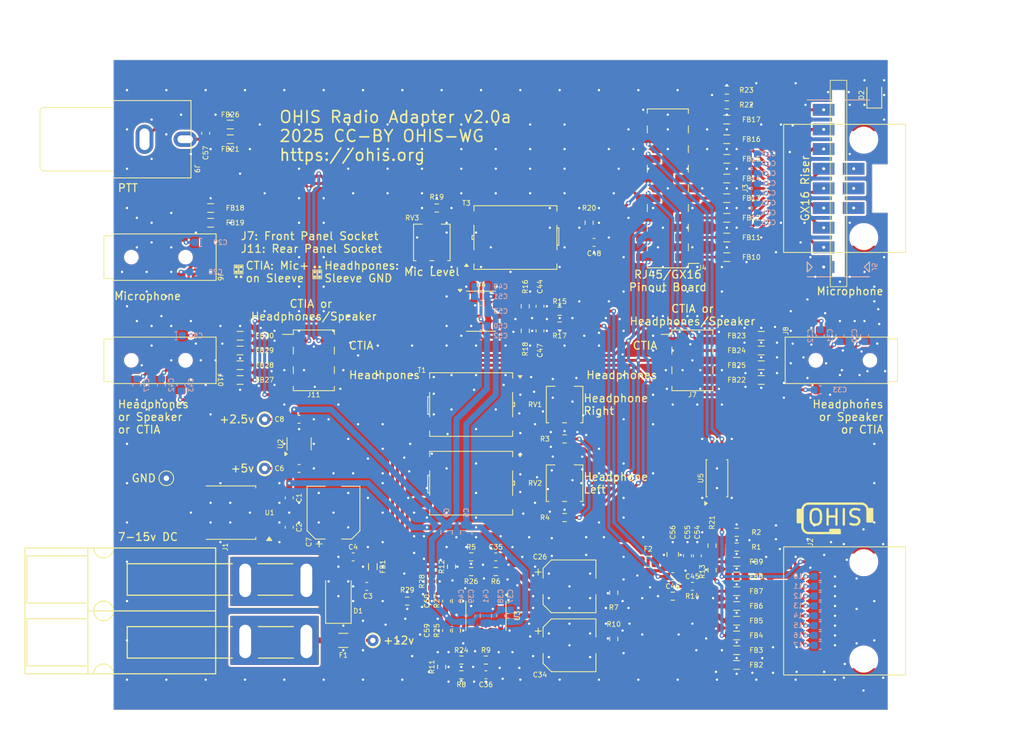
<source format=kicad_pcb>
(kicad_pcb (version 20241229) (generator "pcbnew") (generator_version "9.0")
  (layers (0 "F.Cu" signal) (2 "B.Cu" signal) (13 "F.Paste" user) (15 "B.Paste" user) (5 "F.SilkS" user "F.Silkscreen") (7 "B.SilkS" user "B.Silkscreen") (1 "F.Mask" user) (3 "B.Mask" user) (25 "Edge.Cuts" user))
  (net 0 "")
  (net 1 "GND")
  (net 2 "+5V")
  (net 3 "Net-(U1-VI)")
  (net 4 "Net-(D1-K)")
  (net 5 "GNDA")
  (net 6 "Net-(J2-Vcc)")
  (net 7 "Net-(J2-PTT)")
  (net 8 "Net-(J2-Mic_GND)")
  (net 9 "Net-(J2-HP_Left)")
  (net 10 "Net-(J2-HP_GND)")
  (net 11 "Net-(J2-Mic+Bias)")
  (net 12 "Net-(J2-GND)")
  (net 13 "Net-(J2-HP_Right)")
  (net 14 "Net-(C26-Pad1)")
  (net 15 "OHIS HP Right")
  (net 16 "Net-(C28-Pad1)")
  (net 17 "Net-(C29-Pad1)")
  (net 18 "Net-(C30-Pad1)")
  (net 19 "Net-(C31-Pad1)")
  (net 20 "Net-(C32-Pad1)")
  (net 21 "Net-(C33-Pad1)")
  (net 22 "Net-(C34-Pad1)")
  (net 23 "OHIS HP Left")
  (net 24 "Net-(U3A--)")
  (net 25 "Net-(U3B--)")
  (net 26 "Net-(C44-Pad2)")
  (net 27 "Net-(C45-Pad1)")
  (net 28 "OHIS Mic+")
  (net 29 "Net-(C46-Pad1)")
  (net 30 "OHIS Mic GND")
  (net 31 "Net-(T3-SB)")
  (net 32 "Radio Mic+")
  (net 33 "OHIS Vcc")
  (net 34 "Net-(J9-In)")
  (net 35 "Net-(J9-Ext)")
  (net 36 "+12V")
  (net 37 "OHIS HP GND")
  (net 38 "OHIS PTT")
  (net 39 "Radio Mic GND")
  (net 40 "Radio PTT")
  (net 41 "Radio HP Left")
  (net 42 "Radio HP Right")
  (net 43 "Radio HP GND")
  (net 44 "Radio GND")
  (net 45 "Net-(J2-Pad10)")
  (net 46 "Net-(J2-Pad12)")
  (net 47 "Net-(J3-Pad10)")
  (net 49 "Radio VCC")
  (net 53 "Net-(R19-Pad1)")
  (net 54 "Net-(R21-Pad2)")
  (net 55 "Net-(T1-AA)")
  (net 56 "Net-(T2-AA)")
  (net 58 "Net-(J4-Pin_1)")
  (net 59 "Net-(J4-Pin_3)")
  (net 60 "Net-(J4-Pin_5)")
  (net 61 "Net-(J4-Pin_7)")
  (net 62 "Net-(J4-Pin_9)")
  (net 63 "Net-(J4-Pin_11)")
  (net 64 "Net-(J4-Pin_13)")
  (net 65 "Net-(J4-Pin_15)")
  (net 66 "Net-(J5-Pin_2)")
  (net 67 "Net-(J5-Pin_3)")
  (net 68 "Net-(J5-Pin_4)")
  (net 69 "Net-(J5-Pin_5)")
  (net 70 "Net-(J5-Pin_6)")
  (net 71 "Net-(J5-Pin_7)")
  (net 72 "Net-(J5-Pin_8)")
  (net 73 "Net-(J5-Pin_9)")
  (net 74 "Net-(J7-Pin_4)")
  (net 75 "Net-(T1-SA)")
  (net 76 "Net-(T2-SA)")
  (net 77 "Net-(T3-AB)")
  (net 78 "Net-(U4B--)")
  (net 79 "Net-(U4B-+)")
  (net 80 "Net-(U4A--)")
  (net 81 "Net-(D2-A)")
  (net 82 "Net-(U3B-+)")
  (net 83 "Net-(C27-Pad1)")
  (net 84 "Net-(C42-Pad1)")
  (net 85 "Net-(C43-Pad1)")
  (net 86 "Net-(C58-Pad1)")
  (net 87 "Net-(J11-Pin_4)")
  (net 89 "Net-(U3A-+)")
  (net 90 "Net-(T1-SB)")
  (net 91 "Net-(T2-SB)")
  (footprint "Inductor_SMD:L_0805_2012Metric" (layer "F.Cu") (at 130.48 122.86 180)
    (property "Reference" "FB9")
    (property "Value" "RF Choke")
  )
  (footprint "Resistor_SMD:R_0603_1608Metric" (layer "F.Cu") (at 129.21 63.805)
    (property "Reference" "R22")
    (property "Value" "1k")
  )
  (footprint "Capacitor_SMD:C_0603_1608Metric" (layer "F.Cu") (at 98.095 137.465)
    (property "Reference" "C36")
    (property "Value" "330pF")
  )
  (footprint "Resistor_SMD:R_0603_1608Metric" (layer "F.Cu") (at 127.305 120.765 90)
    (property "Reference" "R21")
    (property "Value" "1k")
  )
  (footprint "Resistor_SMD:R_0603_1608Metric" (layer "F.Cu") (at 92.38 136.449 90)
    (property "Reference" "R11")
    (property "Value" "1k")
  )
  (footprint "Package_SO:SO-4_4.4x2.3mm_P1.27mm" (layer "F.Cu") (at 127.94 112.065 90)
    (property "Reference" "U5")
    (property "Value" "LTV-217-B-G")
  )
  (footprint "Capacitor_SMD:C_0603_1608Metric" (layer "F.Cu") (at 73.965 104.445)
    (property "Reference" "C8")
    (property "Value" "1uF")
  )
  (footprint "Capacitor_SMD:C_0603_1608Metric" (layer "F.Cu") (at 72.695 114.605 -90)
    (property "Reference" "C1")
    (property "Value" "0.1uF")
  )
  (footprint "Package_TO_SOT_SMD:SOT-23-5" (layer "F.Cu") (at 73.965 107.62 90)
    (property "Reference" "U2")
    (property "Value" "LP5907MFX-2.5")
  )
  (footprint "Capacitor_SMD:C_0603_1608Metric" (layer "F.Cu") (at 112.065 81.585 180)
    (property "Reference" "C48")
    (property "Value" "10uF")
  )
  (footprint "Libraries:Conn_3.5mm-PJ-393-8_SMT-C668609" (layer "F.Cu") (at 50 96.825 -90)
    (property "Reference" "J10")
    (property "Value" "Radio Headphone/Speaker Rear")
  )
  (footprint "OHIS:Logo_OHIS_Medium" (layer "F.Cu") (at 143.18 117.145)
    (property "Reference" "G1" (hide yes))
    (property "Value" "Board_Artwork" (hide yes))
  )
  (footprint "Fuse:Fuse_0805_2012Metric" (layer "F.Cu") (at 119.05 122.86)
    (property "Reference" "F2")
    (property "Value" "200mA")
  )
  (footprint "Inductor_SMD:L_0805_2012Metric" (layer "F.Cu") (at 66.345 95.555)
    (property "Reference" "FB29")
    (property "Value" "RF Choke")
  )
  (footprint "Connector_PinHeader_2.54mm:PinHeader_2x03_P2.54mm_Vertical_SMD" (layer "F.Cu") (at 124.765 96.825)
    (property "Reference" "J7")
    (property "Value" "CTIA/Headphones")
  )
  (footprint "Capacitor_SMD:C_0603_1608Metric" (layer "F.Cu") (at 124.13 122.085 90)
    (property "Reference" "C55")
    (property "Value" "1uF")
  )
  (footprint "Resistor_SMD:R_0603_1608Metric" (layer "F.Cu") (at 111.43 79.045 -90)
    (property "Reference" "R20")
    (property "Value" "1k")
  )
  (footprint "Resistor_SMD:R_0603_1608Metric" (layer "F.Cu") (at 127.305 123.94 90)
    (property "Reference" "R13")
    (property "Value" "1k")
  )
  (footprint "Connector_PinHeader_2.54mm:PinHeader_2x03_P2.54mm_Vertical_SMD" (layer "F.Cu") (at 75.87 96.825)
    (property "Reference" "J11")
    (property "Value" "CTIA/Headphones")
  )
  (footprint "Libraries:Conn_RJ45_SMT_Amphenol-RJCSE-538X" (layer "F.Cu") (at 150 129.21 90)
    (property "Reference" "J2")
    (property "Value" "OHIS Radio Port")
  )
  (footprint "Libraries:AndersonPP45-Dual" (layer "F.Cu") (at 67.0045 129.21 90)
    (property "Reference" "J1")
    (property "Value" "+13.8v")
  )
  (footprint "Resistor_SMD:R_0603_1608Metric" (layer "F.Cu") (at 96.19 122.225 180)
    (property "Reference" "R5")
    (property "Value" "10k")
  )
  (footprint "Capacitor_SMD:C_0603_1608Metric" (layer "F.Cu") (at 61.9 67.475 90)
    (property "Reference" "C57")
    (property "Value" "100pF")
  )
  (footprint "Resistor_SMD:R_0603_1608Metric" (layer "F.Cu") (at 87.935 127.94)
    (property "Reference" "R29")
    (property "Value" "0R")
  )
  (footprint "Libraries:Conn_3.5mm-PJ-393-8_SMT-C668609" (layer "F.Cu") (at 50 83.49 -90)
    (property "Reference" "J6")
    (property "Value" "Radio Mic 3.5mm")
  )
  (footprint "Resistor_SMD:R_0603_1608Metric" (layer "F.Cu") (at 130.48 119.05)
    (property "Reference" "R2")
    (property "Value" "1k")
  )
  (footprint "Resistor_SMD:R_0603_1608Metric" (layer "F.Cu") (at 129.21 61.9)
    (property "Reference" "R23")
    (property "Value" "1k")
  )
  (footprint "Capacitor_SMD:C_0603_1608Metric" (layer "F.Cu") (at 99.365 122.225)
    (property "Reference" "C35")
    (property "Value" "330pF")
  )
  (footprint "Resistor_SMD:R_0603_1608Metric" (layer "F.Cu") (at 103.175 93.015 90)
    (property "Reference" "R18")
    (property "Value" "33k")
  )
  (footprint "Resistor_SMD:R_0603_1608Metric" (layer "F.Cu") (at 91.11 125.4 -90)
    (property "Reference" "R28")
    (property "Value" "0R")
  )
  (footprint "Inductor_SMD:L_0805_2012Metric" (layer "F.Cu") (at 130.48 130.48 180)
    (property "Reference" "FB5")
    (property "Value" "RF Choke")
  )
  (footprint "Inductor_SMD:L_0805_2012Metric" (layer "F.Cu") (at 129.21 68.25 180)
    (property "Reference" "FB16")
    (property "Value" "RF Choke")
  )
  (footprint "Capacitor_SMD:CP_Elec_6.3x5.8" (layer "F.Cu") (at 78.41 116.51 90)
    (property "Reference" "C7")
    (property "Value" "47uF")
  )
  (footprint "Libraries:Conn_RCA_Kobiconn_156-009x-E" (layer "F.Cu") (at 50 68.25 -90)
    (property "Reference" "J9")
    (property "Value" "Radio PTT RCA")
  )
  (footprint "Capacitor_SMD:C_0603_1608Metric" (layer "F.Cu") (at 93.015 131.75 90)
    (property "Reference" "C59")
    (property "Value" "330pF")
  )
  (footprint "Inductor_SMD:L_0805_2012Metric" (layer "F.Cu") (at 66.345 99.365)
    (property "Reference" "FB27")
    (property "Value" "RF Choke")
  )
  (footprint "Diode_SMD:D_SMA" (layer "F.Cu") (at 79.045 127.305 90)
    (property "Reference" "D1")
    (property "Value" "SS34")
  )
  (footprint "Package_SO:SOP-8_3.76x4.96mm_P1.27mm" (layer "F.Cu") (at 97.46 90.475)
    (property "Reference" "U4")
    (property "Value" "NJM4580")
  )
  (footprint "Fuse:Fuse_1206_3216Metric" (layer "F.Cu") (at 79.68 133.02)
    (property "Reference" "F1")
    (property "Value" "0.5A")
  )
  (footprint "Inductor_SMD:L_0805_2012Metric" (layer "F.Cu") (at 129.21 70.79 180)
    (property "Reference" "FB15")
    (property "Value" "RF Choke")
  )
  (footprint "Inductor_SMD:L_0805_2012Metric" (layer "F.Cu") (at 66.345 93.65)
    (property "Reference" "FB20")
    (property "Value" "RF Choke")
  )
  (footprint "TestPoint:TestPoint_THTPad_D1.5mm_Drill0.7mm" (layer "F.Cu") (at 56.82 112.065)
    (property "Reference" "TP4" (hide yes))
    (property "Value" "GND")
  )
  (footprint "Capacitor_SMD:C_0603_1608Metric" (layer "F.Cu") (at 73.965 110.795)
    (property "Reference" "C6")
    (property "Value" "1uF")
  )
  (footprint "Resistor_SMD:R_0603_1608Metric" (layer "F.Cu") (at 108.255 106.985 180)
    (property "Reference" "R3")
    (property "Value" "100R")
  )
  (footprint "Connector_PinHeader_2.54mm:PinHeader_2x08_P2.54mm_Vertical_SMD" (layer "F.Cu") (at 121.59 74.6 180)
    (property "Reference" "J4")
    (property "Value" "Mic Pinout Config")
  )
  (footprint "Inductor_SMD:L_0805_2012Metric" (layer "F.Cu") (at 130.48 128.575 180)
    (property "Reference" "FB6")
    (property "Value" "RF Choke")
  )
  (footprint "Capacitor_SMD:C_0805_2012Metric" (layer "F.Cu") (at 122.225 121.91 90)
    (property "Reference" "C56")
    (property "Value" "47uF")
  )
  (footprint "Capacitor_SMD:C_0603_1608Metric" (layer "F.Cu") (at 105.08 89.84 90)
    (property "Reference" "C44")
    (property "Value" "330pF")
  )
  (footprint "Resistor_SMD:R_0603_1608Metric" (layer "F.Cu") (at 107.62 90.475)
    (property "Reference" "R15")
    (property "Value" "10k")
  )
  (footprint "Resistor_SMD:R_0603_1608Metric" (layer "F.Cu") (at 107.62 92.38)
    (property "Reference" "R17")
    (property "Value" "10k")
  )
  (footprint "Capacitor_SMD:C_0603_1608Metric" (layer "F.Cu") (at 125.4 122.085 90)
    (property "Reference" "C54")
    (property "Value" "0.1uF")
  )
  (footprint "Inductor_SMD:L_0805_2012Metric" (layer "F.Cu") (at 130.48 132.385 180)
    (property "Reference" "FB4")
    (property "Value" "RF Choke")
  )
  (footprint "LED_SMD:LED_0805_2012Metric" (layer "F.Cu") (at 148.26 62.535 90)
    (property "Reference" "D2")
    (property "Value" "Green LED")
  )
  (footprint "Inductor_SMD:L_0805_2012Metric" (layer "F.Cu") (at 65.075 68.25)
    (property "Reference" "FB21")
    (property "Value" "RF Choke")
  )
  (footprint "Resistor_SMD:R_0603_1608Metric" (layer "F.Cu") (at 91.745 77.14)
    (property "Reference" "R19")
    (property "Value" "100R")
  )
  (footprint "Package_SO:SOP-8_3.76x4.96mm_P1.27mm" (layer "F.Cu") (at 98.095 129.845 -90)
    (property "Reference" "U3")
    (property "Value" "LM4808")
  )
  (footprint "Transformer_SMD:Transformer_ED8_4-Lead_10.5x8mm_P5mm" (layer "F.Cu") (at 96.19 102.54 -90)
    (property "Reference" "T1")
    (property "Value" "HP Left Transformer")
  )
  (footprint "TestPoint:TestPoint_THTPad_D1.5mm_Drill0.7mm" (layer "F.Cu") (at 69.52 110.795)
    (property "Reference" "TP2" (hide yes))
    (property "Value" "+5v")
  )
  (footprint "TestPoint:TestPoint_THTPad_D1.5mm_Drill0.7mm" (layer "F.Cu") (at 69.52 104.445)
    (property "Reference" "TP3" (hide yes))
    (property "Value" "+2.5v")
  )
  (footprint "Package_TO_SOT_SMD:TO-252-2" (layer "F.Cu") (at 65.065 116.51 180)
    (property "Reference" "U1")
    (property "Value" "LM78M05_TO252")
  )
  (footprint "NetTie:NetTie-2_SMD_Pad0.5mm" (layer "F.Cu") (at 100.77 129.845)
    (property "Reference" "NT1" (hide yes))
    (property "Value" "NetTie_2" (hide yes))
  )
  (footprint "Potentiometer_SMD:Potentiometer_Bourns_3314J_Vertical" (layer "F.Cu") (at 91.11 81.585 180)
    (property "Reference" "RV3")
    (property "Value" "1k")
  )
  (footprint "Capacitor_SMD:C_0603_1608Metric" (layer "F.Cu") (at 80.95 122.225 180)
    (property "Reference" "C4")
    (property "Value" "0.1uF")
  )
  (footprint "Inductor_SMD:L_0805_2012Metric" (layer "F.Cu") (at 133.655 99.365 180)
    (property "Reference" "FB22")
    (property "Value" "RF Choke")
  )
  (footprint "Libraries:Conn_3.5mm-PJ-393-8_SMT-C668609" (layer "F.Cu") (at 150 96.825 90)
    (property "Reference" "J8")
    (property "Value" "Radio Headphone/Speaker Front")
  )
  (footprint "Inductor_SMD:L_0805_2012Metric" (layer "F.Cu") (at 133.655 95.555 180)
    (property "Reference" "FB24")
    (property "Value" "RF Choke")
  )
  (footprint "Potentiometer_SMD:Potentiometer_Bourns_3314J_Vertical" (layer "F.Cu") (at 108.255 102.54 180)
    (property "Reference" "RV1")
    (property "Value" "1k")
  )
  (footprint "Capacitor_SMD:CP_Elec_6.3x7.7" (layer "F.Cu") (at 108.89 126.035)
    (property "Reference" "C26")
    (property "Value" "470uF")
  )
  (footprint "Libraries:Conn_RJ45_SMT_Amphenol-RJCSE-538X" (layer "F.Cu") (at 150 74.6 90)
    (property "Reference" "J3")
    (property "Value" "Radio Mic RJ45")
  )
  (footprint "Capacitor_SMD:C_0603_1608Metric" (layer "F.Cu") (at 122.225 124.765)
    (property "Reference" "C45")
    (property "Value" "1uF")
  )
  (footprint "Transformer_SMD:Transformer_ED8_4-Lead_10.5x8mm_P5mm" (layer "F.Cu") (at 101.905 80.95 90)
    (property "Reference" "T3")
    (property "Value" "Mic Transformer")
  )
  (footprint "Inductor_SMD:L_0805_2012Metric" (layer "F.Cu") (at 66.345 97.46)
    (property "Reference" "FB28")
    (property "Value" "RF Choke")
  )
  (footprint "Capacitor_SMD:C_0603_1608Metric" (layer "F.Cu") (at 82.715 126.035 180)
    (property "Reference" "C3")
    (property "Value" "0.1uF")
  )
  (footprint "Resistor_SMD:R_0603_1608Metric" (layer "F.Cu") (at 114.605 132.83 -90)
    (property "Reference" "R10")
    (property "Value" "10k")
  )
  (footprint "Capacitor_SMD:C_0603_1608Metric" (layer "F.Cu") (at 93.015 127.94 -90)
    (property "Reference" "C60")
    (property "Value" "330pF")
  )
  (footprint "Inductor_SMD:L_0805_2012Metric" (layer "F.Cu") (at 133.655 97.46 180)
    (property "Reference" "FB25")
    (property "Value" "RF Choke")
  )
  (footprint "Resistor_SMD:R_0603_1608Metric" (layer "F.Cu") (at 96.19 124.13 180)
    (property "Reference" "R26")
    (property "Value" "10k")
  )
  (footprint "Resistor_SMD:R_0603_1608Metric" (layer "F.Cu") (at 130.48 120.955)
    (property "Reference" "R1")
    (property "Value" "1k")
  )
  (footprint "Inductor_SMD:L_0805_2012Metric" (layer "F.Cu") (at 129.21 65.71 180)
    (property "Reference" "FB17")
    (property "Value" "RF Choke")
  )
  (footprint "Capacitor_SMD:C_0603_1608Metric" (layer "F.Cu") (at 105.08 93.015 -90)
    (property "Reference" "C47")
    (property "Value" "330pF")
  )
  (footprint "Resistor_SMD:R_0603_1608Metric" (layer "F.Cu") (at 103.175 89.84 -90)
    (property "Reference" "R16")
    (property "Value" "33k")
  )
  (footprint "Inductor_SMD:L_0805_2012Metric" (layer "F.Cu") (at 130.48 134.29 180)
    (property "Reference" "FB3")
    (property "Value" "RF Choke")
  )
  (footprint "Inductor_SMD:L_0805_2012Metric" (layer "F.Cu") (at 62.535 79.045)
    (property "Reference" "FB19")
    (property "Value" "RF Choke")
  )
  (footprint "Inductor_SMD:L_0805_2012Metric" (layer "F.Cu") (at 130.48 126.67 180)
    (property "Reference" "FB7")
    (property "Value" "RF Choke")
  )
  (footprint "Inductor_SMD:L_0805_2012Metric" (layer "F.Cu") (at 129.21 73.33 180)
    (property "Reference" "FB14")
    (property "Value" "RF Choke")
  )
  (footprint "Inductor_SMD:L_0805_2012Metric" (layer "F.Cu") (at 129.21 83.49 180)
    (property "Reference" "FB10")
    (property "Value" "RF Choke")
  )
  (footprint "Resistor_SMD:R_0603_1608Metric" (layer "F.Cu") (at 108.255 117.145 180)
    (property "Reference" "R4")
    (property "Value" "100R")
  )
  (footprint "Resistor_SMD:R_0603_1608Metric" (layer "F.Cu") (at 94.92 137.465 180)
    (property "Reference" "R8")
    (property "Value" "10k")
  )
  (footprint "Resistor_SMD:R_0603_1608Metric" (layer "F.Cu") (at 98.095 135.56 180)
    (property "Reference" "R9")
    (property "Value" "33k")
  )
  (footprint "Capacitor_SMD:C_0603_1608Metric" (layer "F.Cu") (at 72.695 118.415 90)
    (property "Reference" "C2")
    (property "Value" "0.33uF")
  )
  (footprint "Resistor_SMD:R_0603_1608Metric" (layer "F.Cu") (at 122.225 127.305 180)
    (property "Reference" "R14")
    (property "Value" "1k")
  )
  (footprint "Inductor_SMD:L_0805_2012Metric" (layer "F.Cu") (at 129.21 80.95 180)
    (property "Reference" "FB11")
    (property "Value" "RF Choke")
  )
  (footprint "Inductor_SMD:L_0805_2012Metric" (layer "F.Cu") (at 129.21 75.87 180)
    (property "Reference" "FB13")
    (property "Value" "RF Choke")
  )
  (footprint "Resistor_SMD:R_0603_1608Metric" (layer "F.Cu") (at 94.92 135.56 180)
    (property "Reference" "R24")
    (property "Value" "10k")
  )
  (footprint "Resistor_SMD:R_0603_1608Metric" (layer "F.Cu") (at 93.65 123.495 -90)
    (property "Reference" "R12")
    (property "Value" "1k")
  )
  (footprint "Potentiometer_SMD:Potentiometer_Bourns_3314J_Vertical" (layer "F.Cu") (at 108.255 112.7 180)
    (property "Reference" "RV2")
    (property "Value" "1k")
  )
  (footprint "Resistor_SMD:R_0603_1608Metric" (layer "F.Cu") (at 114.605 126.86 90)
    (property "Reference" "R7")
    (property "Value" "10k")
  )
  (footprint "Inductor_SMD:L_0805_2012Metric" (layer "F.Cu") (at 130.48 124.765 180)
    (property "Reference" "FB8")
    (property "Value" "RF Choke")
  )
  (footprint "Inductor_SMD:L_0805_2012Metric" (layer "F.Cu") (at 65.075 66.345)
    (property "Reference" "FB26")
    (property "Value" "RF Choke")
  )
  (footprint "Inductor_SMD:L_0805_2012Metric" (layer "F.Cu") (at 62.535 77.14)
    (property "Reference" "FB18")
    (property "Value" "RF Choke")
  )
  (footprint "Transformer_SMD:Transformer_ED8_4-Lead_10.5x8mm_P5mm" (layer "F.Cu") (at 96.19 112.7 -90)
    (property "Reference" "T2" (hide yes))
    (property "Value" "HP Right Transformer")
  )
  (footprint "Capacitor_SMD:CP_Elec_6.3x7.7" (layer "F.Cu") (at 108.89 133.655)
    (property "Reference" "C34")
    (property "Value" "470uF")
  )
  (footprint "Resistor_SMD:R_0603_1608Metric" (layer "F.Cu") (at 94.285 131.75 -90)
    (property "Reference" "R25")
    (property "Value" "33k")
  )
  (footprint "TestPoint:TestPoint_THTPad_D1.5mm_Drill0.7mm" (layer "F.Cu") (at 83.49 133.02)
    (property "Reference" "TP1" (hide yes))
    (property "Value" "+12v")
  )
  (footprint "Capacitor_SMD:C_0603_1608Metric" (layer "F.Cu") (at 124.765 126.035)
    (property "Reference" "C46")
    (property "Value" "1uF")
  )
  (footprint "Resistor_SMD:R_0603_1608Metric" (layer "F.Cu") (at 99.365 124.13 180)
    (property "Reference" "R6")
    (property "Value" "33k")
  )
  (footprint "Inductor_SMD:L_0805_2012Metric" (layer "F.Cu") (at 129.21 78.41 180)
    (property "Reference" "FB12")
    (property "Value" "RF Choke")
  )
  (footprint "Inductor_SMD:L_0805_2012Metric" (layer "F.Cu") (at 130.48 136.195 180)
    (property "Reference" "FB2")
    (property "Value" "RF Choke")
  )
  (footprint "Inductor_SMD:L_0805_2012Metric" (layer "F.Cu") (at 83.49 123.495 90)
    (property "Reference" "FB1")
    (property "Value" "RF Choke")
  )
  (footprint "Inductor_SMD:L_0805_2012Metric" (layer "F.Cu") (at 133.655 93.65 180)
    (property "Reference" "FB23")
    (property "Value" "RF Choke")
  )
  (footprint "Resistor_SMD:R_0603_1608Metric" (layer "F.Cu") (at 94.285 127.94 90)
    (property "Reference" "R27")
    (property "Value" "33k")
  )
  (footprint "Capacitor_SMD:C_0603_1608Metric" (layer "B.Cu") (at 141.275 93.65 -90)
    (property "Reference" "C32")
    (property "Value" "100pF")
  )
  (footprint "Capacitor_SMD:C_0805_2012Metric" (layer "B.Cu") (at 93.015 119.05 -90)
    (property "Reference" "C9")
    (property "Value" "47uF")
  )
  (footprint "Capacitor_SMD:C_0805_2012Metric" (layer "B.Cu") (at 95.555 119.05 -90)
    (property "Reference" "C5")
    (property "Value" "47uF")
  )
  (footprint "Capacitor_SMD:C_0603_1608Metric" (layer "B.Cu") (at 141.275 132.385)
    (property "Reference" "C16")
    (property "Value" "100pF")
  )
  (footprint "Capacitor_SMD:C_0603_1608Metric" (layer "B.Cu") (at 97.46 92.38 180)
    (property "Reference" "C50")
    (property "Value" "0.1uF")
  )
  (footprint "Capacitor_SMD:C_0603_1608Metric" (layer "B.Cu") (at 58.09 93.65 180)
    (property "Reference" "C58")
    (property "Value" "100pF")
  )
  (footprint "Capacitor_SMD:C_0603_1608Metric" (layer "B.Cu") (at 141.275 100.635)
    (property "Reference" "C33")
    (property "Value" "100pF")
  )
  (footprint "Capacitor_SMD:C_0603_1608Metric" (layer "B.Cu") (at 100 129.845 90)
    (property "Reference" "C38")
    (property "Value" "1uF")
  )
  (footprint "Capacitor_SMD:C_0603_1608Metric" (layer "B.Cu") (at 94.92 129.845 90)
    (property "Reference" "C40")
    (property "Value" "1uF")
  )
  (footprint "Capacitor_SMD:C_0603_1608Metric" (layer "B.Cu") (at 132.385 70.155 180)
    (property "Reference" "C18")
    (property "Value" "100pF")
  )
  (footprint "Capacitor_SMD:C_0603_1608Metric" (layer "B.Cu") (at 97.46 87.3 180)
    (property "Reference" "C49")
    (property "Value" "0.1uF")
  )
  (footprint "Capacitor_SMD:C_0603_1608Metric" (layer "B.Cu") (at 146.99 93.65 90)
    (property "Reference" "C30")
    (property "Value" "100pF")
  )
  (footprint "Capacitor_SMD:C_0603_1608Metric" (layer "B.Cu") (at 132.385 71.425 180)
    (property "Reference" "C19")
    (property "Value" "100pF")
  )
  (footprint "Capacitor_SMD:C_0603_1608Metric" (layer "B.Cu") (at 132.385 73.965 180)
    (property "Reference" "C21")
    (property "Value" "100pF")
  )
  (footprint "Capacitor_SMD:C_0603_1608Metric" (layer "B.Cu") (at 53.01 100 -90)
    (property "Reference" "C27")
    (property "Value" "100pF")
  )
  (footprint "Capacitor_SMD:C_0603_1608Metric" (layer "B.Cu") (at 141.275 133.655)
    (property "Reference" "C17")
    (property "Value" "100pF")
  )
  (footprint "Capacitor_SMD:C_0805_2012Metric" (layer "B.Cu") (at 98.095 129.845 90)
    (property "Reference" "C41")
    (property "Value" "47uF")
  )
  (footprint "Capacitor_SMD:C_0603_1608Metric" (layer "B.Cu") (at 56.185 100 -90)
    (property "Reference" "C42")
    (property "Value" "100pF")
  )
  (footprint "Capacitor_SMD:C_0603_1608Metric" (layer "B.Cu") (at 132.385 72.695 180)
    (property "Reference" "C20")
    (property "Value" "100pF")
  )
  (footprint "Capacitor_SMD:C_0603_1608Metric" (layer "B.Cu") (at 132.385 79.045 180)
    (property "Reference" "C25")
    (property "Value" "100pF")
  )
  (footprint "Capacitor_SMD:C_0805_2012Metric" (layer "B.Cu") (at 97.46 90.475 180)
    (property "Reference" "C53")
    (property "Value" "47uF")
  )
  (footprint "Capacitor_SMD:C_0603_1608Metric" (layer "B.Cu") (at 141.275 126.035)
    (property "Reference" "C11")
    (property "Value" "100pF")
  )
  (footprint "Capacitor_SMD:C_0603_1608Metric" (layer "B.Cu") (at 132.385 75.235 180)
    (property "Reference" "C22")
    (property "Value" "100pF")
  )
  (footprint "Capacitor_SMD:C_0603_1608Metric" (layer "B.Cu") (at 60.63 85.395)
    (property "Reference" "C28")
    (property "Value" "100pF")
  )
  (footprint "Libraries:Conn_B2B-RA_2.54mm_9pin_Full-Slot" (layer "B.Cu") (at 144.45 74.6 90)
    (property "Reference" "J5")
    (property "Value" "GX16 Riser")
  )
  (footprint "Capacitor_SMD:C_0603_1608Metric" (layer "B.Cu") (at 141.275 131.115)
    (property "Reference" "C15")
    (property "Value" "100pF")
  )
  (footprint "Capacitor_SMD:C_0603_1608Metric" (layer "B.Cu") (at 141.275 124.765)
    (property "Reference" "C10")
    (property "Value" "100pF")
  )
  (footprint "Capacitor_SMD:C_0603_1608Metric" (layer "B.Cu") (at 141.275 129.845)
    (property "Reference" "C14")
    (property "Value" "100pF")
  )
  (footprint "Capacitor_SMD:C_0603_1608Metric" (layer "B.Cu") (at 141.275 127.305)
    (property "Reference" "C12")
    (property "Value" "100pF")
  )
  (footprint "Capacitor_SMD:C_0603_1608Metric" (layer "B.Cu") (at 141.275 128.575)
    (property "Reference" "C13")
    (property "Value" "100pF")
  )
  (footprint "Capacitor_SMD:C_0603_1608Metric" (layer "B.Cu") (at 97.46 93.65 180)
    (property "Reference" "C52")
    (property "Value" "1uF")
  )
  (footprint "Capacitor_SMD:C_0603_1608Metric" (layer "B.Cu") (at 96.19 129.845 90)
    (property "Reference" "C39")
    (property "Value" "0.1uF")
  )
  (footprint "Capacitor_SMD:C_0603_1608Metric" (layer "B.Cu") (at 143.815 93.65 90)
    (property "Reference" "C31")
    (property "Value" "100pF")
  )
  (footprint "Capacitor_SMD:C_0603_1608Metric" (layer "B.Cu") (at 61.265 81.585)
    (property "Reference" "C29")
    (property "Value" "100pF")
  )
  (footprint "Capacitor_SMD:C_0603_1608Metric" (layer "B.Cu") (at 101.27 129.845 90)
    (property "Reference" "C37")
    (property "Value" "0.1uF")
  )
  (footprint "Capacitor_SMD:C_0603_1608Metric" (layer "B.Cu") (at 58.725 100 90)
    (property "Reference" "C43")
    (property "Value" "100pF")
  )
  (footprint "Capacitor_SMD:C_0603_1608Metric" (layer "B.Cu") (at 132.385 76.505 180)
    (property "Reference" "C23")
    (property "Value" "100pF")
  )
  (footprint "Capacitor_SMD:C_0603_1608Metric" (layer "B.Cu") (at 97.46 88.57 180)
    (property "Reference" "C51")
    (property "Value" "1uF")
  )
  (footprint "Capacitor_SMD:C_0603_1608Metric" (layer "B.Cu") (at 132.385 77.775 180)
    (property "Reference" "C24")
    (property "Value" "100pF")
  )
  (gr_circle (center 76.632 84.76) (end 76.759 84.76) (stroke (width 0.1)) (fill yes) (layer "F.SilkS"))
  (gr_rect (start 75.743 85.141) (end 76.251 86.284) (stroke (width 0.1)) (fill no) (layer "F.SilkS"))
  (gr_circle (center 66.472 86.03) (end 66.599 86.03) (stroke (width 0.1)) (fill yes) (layer "F.SilkS"))
  (gr_circle (center 75.997 86.03) (end 76.124 86.03) (stroke (width 0.1)) (fill yes) (layer "F.SilkS"))
  (gr_circle (center 66.472 85.395) (end 66.599 85.395) (stroke (width 0.1)) (fill yes) (layer "F.SilkS"))
  (gr_circle (center 76.632 85.395) (end 76.759 85.395) (stroke (width 0.1)) (fill yes) (layer "F.SilkS"))
  (gr_circle (center 76.632 86.03) (end 76.759 86.03) (stroke (width 0.1)) (fill yes) (layer "F.SilkS"))
  (gr_rect (start 76.378 85.141) (end 76.886 86.284) (stroke (width 0.1)) (fill no) (layer "F.SilkS"))
  (gr_circle (center 75.997 84.76) (end 76.124 84.76) (stroke (width 0.1)) (fill yes) (layer "F.SilkS"))
  (gr_circle (center 65.837 84.76) (end 65.964 84.76) (stroke (width 0.1)) (fill yes) (layer "F.SilkS"))
  (gr_circle (center 75.997 85.395) (end 76.124 85.395) (stroke (width 0.1)) (fill yes) (layer "F.SilkS"))
  (gr_rect (start 66.218 84.506) (end 66.726 85.649) (stroke (width 0.1)) (fill no) (layer "F.SilkS"))
  (gr_circle (center 66.472 84.76) (end 66.599 84.76) (stroke (width 0.1)) (fill yes) (layer "F.SilkS"))
  (gr_rect (start 142.5704 60.63) (end 144.704 87.3) (stroke (width 0.1)) (fill no) (layer "F.SilkS"))
  (gr_circle (center 65.837 86.03) (end 65.964 86.03) (stroke (width 0.1)) (fill yes) (layer "F.SilkS"))
  (gr_circle (center 65.837 85.395) (end 65.964 85.395) (stroke (width 0.1)) (fill yes) (layer "F.SilkS"))
  (gr_rect (start 65.583 84.506) (end 66.091 85.649) (stroke (width 0.1)) (fill no) (layer "F.SilkS"))
  (gr_poly (pts (xy 150 71.5) (xy 150 58) (xy 50 58) (xy 50 142) (xy 150 142) (xy 150 77.75) (xy 148 77.75) (xy 148 71.5)) (stroke (width 0.05)) (fill no) (layer "Edge.Cuts"))
  (gr_rect (start 142.799 61.9) (end 144.45 86.03) (stroke (width 0.05)) (fill no) (layer "Edge.Cuts"))
  (gr_text "Headphone\nRight" (at 110.615 102.54 0) (layer "F.SilkS") (effects (font (size 1.016 1.016) (thickness 0.1524)) (justify left)))
  (gr_text "Microphone" (at 50 87.935 0) (layer "F.SilkS") (effects (font (size 1.016 1.016) (thickness 0.1524)) (justify left top)))
  (gr_text "Headhpones:\nSleeve GND" (at 77.14 85.395 0) (layer "F.SilkS") (effects (font (size 1.016 1.016) (thickness 0.1524)) (justify left)))
  (gr_text "+2.5v" (at 68.25 104.445 0) (layer "F.SilkS") (effects (font (size 1.016 1.016) (thickness 0.1524)) (justify right)))
  (gr_text "+5v" (at 68.25 110.795 0) (layer "F.SilkS") (effects (font (size 1.016 1.016) (thickness 0.1524)) (justify right)))
  (gr_text "CTIA" (at 120.32 94.92 0) (layer "F.SilkS") (effects (font (size 1.016 1.016) (thickness 0.1524)) (justify right)))
  (gr_text "Headphones" (at 120.32 98.73 0) (layer "F.SilkS") (effects (font (size 1.016 1.016) (thickness 0.1524)) (justify right)))
  (gr_text "7-15v DC" (at 50.47 119.05 0) (layer "F.SilkS") (effects (font (size 1.016 1.016) (thickness 0.1524)) (justify left top)))
  (gr_text "Headphones\nor Speaker\nor CTIA" (at 50.47 101.905 0) (layer "F.SilkS") (effects (font (size 1.016 1.016) (thickness 0.1524)) (justify left top)))
  (gr_text "OHIS Radio Adapter v2.0a\n2025 CC-BY OHIS-WG \nhttps://ohis.org" (at 71.298 71.171 0) (layer "F.SilkS") (effects (font (size 1.524 1.524) (thickness 0.2032)) (justify left bottom)))
  (gr_text "J7: Front Panel Socket\nJ11: Rear Panel Socket" (at 66.345 81.585 0) (layer "F.SilkS") (effects (font (size 1.016 1.016) (thickness 0.1524)) (justify left)))
  (gr_text "PTT" (at 50.47 73.965 0) (layer "F.SilkS") (effects (font (size 1.016 1.016) (thickness 0.1524)) (justify left top)))
  (gr_text "Microphone" (at 149.53 87.3 0) (layer "F.SilkS") (effects (font (size 1.016 1.016) (thickness 0.1524)) (justify right top)))
  (gr_text "Mic Level" (at 91.11 85.395 0) (layer "F.SilkS") (effects (font (size 1.016 1.016) (thickness 0.1524))))
  (gr_text "Headphone\nLeft" (at 110.615 112.7 0) (layer "F.SilkS") (effects (font (size 1.016 1.016) (thickness 0.1524)) (justify left)))
  (gr_text "GND" (at 55.55 112.065 0) (layer "F.SilkS") (effects (font (size 1.016 1.016) (thickness 0.1524)) (justify right)))
  (gr_text "CTIA: Mic+\non Sleeve" (at 66.98 85.395 0) (layer "F.SilkS") (effects (font (size 1.016 1.016) (thickness 0.1524)) (justify left)))
  (gr_text "Headphones\nor Speaker\nor CTIA" (at 149.53 101.905 0) (layer "F.SilkS") (effects (font (size 1.016 1.016) (thickness 0.1524)) (justify right top)))
  (gr_text "CTIA or\nHeadphones/Speaker" (at 124.765 92.38 0) (layer "F.SilkS") (effects (font (size 1.016 1.016) (thickness 0.1524)) (justify bottom)))
  (gr_text "RJ45/GX16\nPinout Board" (at 121.59 85.141 0) (layer "F.SilkS") (effects (font (size 1.016 1.016) (thickness 0.1524)) (justify top)))
  (gr_text "CTIA" (at 80.315 94.92 0) (layer "F.SilkS") (effects (font (size 1.016 1.016) (thickness 0.1524)) (justify left)))
  (gr_text "GX16 Riser" (at 138.735 74.6 90) (layer "F.SilkS") (effects (font (size 1.016 1.016) (thickness 0.1524)) (justify top)))
  (gr_text "Headhpones" (at 80.315 98.73 0) (layer "F.SilkS") (effects (font (size 1.016 1.016) (thickness 0.1524)) (justify left)))
  (gr_text "CTIA or \nHeadphones/Speaker" (at 75.87 91.745 0) (layer "F.SilkS") (effects (font (size 1.016 1.016) (thickness 0.1524)) (justify bottom)))
  (gr_text "+12v" (at 84.76 133.02 0) (layer "F.SilkS") (effects (font (size 1.016 1.016) (thickness 0.1524)) (justify left)))
  (segment (start 73.965 109.419558) (end 74.74 110.194558) (width 0.635) (layer "F.Cu") (net 1))
  (segment (start 96.19 127.3075) (end 96.19 128.575) (width 0.635) (layer "F.Cu") (net 1))
  (segment (start 94.9225 92.38) (end 96.19 92.38) (width 0.635) (layer "F.Cu") (net 1))
  (segment (start 73.965 108.7575) (end 73.965 109.419558) (width 0.635) (layer "F.Cu") (net 1))
  (segment (start 74.74 110.194558) (end 74.74 110.795) (width 0.635) (layer "F.Cu") (net 1))
  (via (at 98.73 121.082) (size 0.6) (drill 0.3) (layers "F.Cu" "B.Cu") (net 1))
  (via (at 106.35 116.383) (size 0.6) (drill 0.3) (layers "F.Cu" "B.Cu") (net 1))
  (via (at 112.7 103.81) (size 0.6) (drill 0.3) (layers "F.Cu" "B.Cu") (net 1))
  (via (at 80.315 66.345) (size 0.6) (drill 0.3) (layers "F.Cu" "B.Cu") (net 1))
  (via (at 117.145 69.52) (size 0.6) (drill 0.3) (layers "F.Cu" "B.Cu") (net 1))
  (via (at 133.655 80.95) (size 0.6) (drill 0.3) (layers "F.Cu" "B.Cu") (net 1))
  (via (at 63.17 96.825) (size 0.6) (drill 0.3) (layers "F.Cu" "B.Cu") (net 1))
  (via (at 118.288 127.559) (size 0.6) (drill 0.3) (layers "F.Cu" "B.Cu") (net 1))
  (via (at 100.635 94.92) (size 0.6) (drill 0.3) (layers "F.Cu" "B.Cu") (net 1))
  (via (at 115.875 125.146) (size 0.6) (drill 0.3) (layers "F.Cu" "B.Cu") (net 1))
  (via (at 87.935 126.797) (size 0.6) (drill 0.3) (layers "F.Cu" "B.Cu") (net 1))
  (via (at 132.385 63.805) (size 0.6) (drill 0.3) (layers "F.Cu" "B.Cu") (net 1))
  (via (at 94.92 93.65) (size 0.6) (drill 0.3) (layers "F.Cu" "B.Cu") (net 1))
  (via (at 128.575 98.095) (size 0.6) (drill 0.3) (layers "F.Cu" "B.Cu") (net 1))
  (via (at 104.445 115.24) (size 0.6) (drill 0.3) (layers "F.Cu" "B.Cu") (net 1))
  (via (at 82.855 114.605) (size 0.6) (drill 0.3) (layers "F.Cu" "B.Cu") (net 1))
  (via (at 119.685 85.395) (size 0.6) (drill 0.3) (layers "F.Cu" "B.Cu") (net 1))
  (via (at 109.271 112.319) (size 0.6) (drill 0.3) (layers "F.Cu" "B.Cu") (net 1))
  (via (at 93.015 80.315) (size 0.6) (drill 0.3) (layers "F.Cu" "B.Cu") (net 1))
  (via (at 102.54 106.223) (size 0.6) (drill 0.3) (layers "F.Cu" "B.Cu") (net 1))
  (via (at 139.624 88.951) (size 0.6) (drill 0.3) (layers "F.Cu" "B.Cu") (net 1))
  (via (at 141.783 137.084) (size 0.6) (drill 0.3) (layers "F.Cu" "B.Cu") (net 1))
  (via (at 139.116 96.444) (size 0.6) (drill 0.3) (layers "F.Cu" "B.Cu") (net 1))
  (via (at 133.782 135.306) (size 0.6) (drill 0.3) (layers "F.Cu" "B.Cu") (net 1))
  (via (at 102.794 122.225) (size 0.6) (drill 0.3) (layers "F.Cu" "B.Cu") (net 1))
  (via (at 119.685 101.27) (size 0.6) (drill 0.3) (layers "F.Cu" "B.Cu") (net 1))
  (via (at 56.82 88.57) (size 0.6) (drill 0.3) (layers "F.Cu" "B.Cu") (net 1))
  (via (at 111.557 127.559) (size 0.6) (drill 0.3) (layers "F.Cu" "B.Cu") (net 1))
  (via (at 91.872 130.226) (size 0.6) (drill 0.3) (layers "F.Cu" "B.Cu") (net 1))
  (via (at 126.543 123.876) (size 0.6) (drill 0.3) (layers "F.Cu" "B.Cu") (net 1))
  (via (at 73.965 93.015) (size 0.6) (drill 0.3) (layers "F.Cu" "B.Cu") (net 1))
  (via (at 53.01 78.41) (size 0.6) (drill 0.3) (layers "F.Cu" "B.Cu") (net 1))
  (via (at 69.52 75.235) (size 0.6) (drill 0.3) (layers "F.Cu" "B.Cu") (net 1))
  (via (at 148.895 92.126) (size 0.6) (drill 0.3) (layers "F.Cu" "B.Cu") (net 1))
  (via (at 63.805 112.7) (size 0.6) (drill 0.3) (layers "F.Cu" "B.Cu") (net 1))
  (via (at 51.74 122.86) (size 0.6) (drill 0.3) (layers "F.Cu" "B.Cu") (net 1))
  (via (at 148.26 107.62) (size 0.6) (drill 0.3) (layers "F.Cu" "B.Cu") (net 1))
  (via (at 107.62 61.9) (size 0.6) (drill 0.3) (layers "F.Cu" "B.Cu") (net 1))
  (via (at 107.62 138.1) (size 0.6) (drill 0.3) (layers "F.Cu" "B.Cu") (net 1))
  (via (at 102.413 103.683) (size 0.6) (drill 0.3) (layers "F.Cu" "B.Cu") (net 1))
  (via (at 84.76 127.94) (size 0.6) (drill 0.3) (layers "F.Cu" "B.Cu") (net 1))
  (via (at 59.995 70.155) (size 0.6) (drill 0.3) (layers "F.Cu" "B.Cu") (net 1))
  (via (at 106.604 111.049) (size 0.6) (drill 0.3) (layers "F.Cu" "B.Cu") (net 1))
  (via (at 136.195 66.345) (size 0.6) (drill 0.3) (layers "F.Cu" "B.Cu") (net 1))
  (via (at 119.685 111.43) (size 0.6) (drill 0.3) (layers "F.Cu" "B.Cu") (net 1))
  (via (at 146.99 63.805) (size 0.6) (drill 0.3) (layers "F.Cu" "B.Cu") (net 1))
  (via (at 130.48 118.034) (size 0.6) (drill 0.3) (layers "F.Cu" "B.Cu") (net 1))
  (via (at 112.7 94.92) (size 0.6) (drill 0.3) (layers "F.Cu" "B.Cu") (net 1))
  (via (at 106.223 127.559) (size 0.6) (drill 0.3) (layers "F.Cu" "B.Cu") (net 1))
  (via (at 110.541 110.922) (size 0.6) (drill 0.3) (layers "F.Cu" "B.Cu") (net 1))
  (via (at 79.045 102.54) (size 0.6) (drill 0.3) (layers "F.Cu" "B.Cu") (net 1))
  (via (at 112.7 108.255) (size 0.6) (drill 0.3) (layers "F.Cu" "B.Cu") (net 1))
  (via (at 93.65 77.14) (size 0.6) (drill 0.3) (layers "F.Cu" "B.Cu") (net 1))
  (via (at 129.21 74.6) (size 0.6) (drill 0.3) (layers "F.Cu" "B.Cu") (net 1))
  (via (at 144.704 122.606) (size 0.6) (drill 0.3) (layers "F.Cu" "B.Cu") (net 1))
  (via (at 95.174 131.75) (size 0.6) (drill 0.3) (layers "F.Cu" "B.Cu") (net 1))
  (via (at 96.825 94.92) (size 0.6) (drill 0.3) (layers "F.Cu" "B.Cu") (net 1))
  (via (at 104.318 100.889) (size 0.6) (drill 0.3) (layers "F.Cu" "B.Cu") (net 1))
  (via (at 101.905 91.491) (size 0.6) (drill 0.3) (layers "F.Cu" "B.Cu") (net 1))
  (via (at 100 119.558) (size 0.6) (drill 0.3) (layers "F.Cu" "B.Cu") (net 1))
  (via (at 82.22 130.48) (size 0.6) (drill 0.3) (layers "F.Cu" "B.Cu") (net 1))
  (via (at 103.81 75.235) (size 0.6) (drill 0.3) (layers "F.Cu" "B.Cu") (net 1))
  (via (at 94.92 75.235) (size 0.6) (drill 0.3) (layers "F.Cu" "B.Cu") (net 1))
  (via (at 51.74 138.1) (size 0.6) (drill 0.3) (layers "F.Cu" "B.Cu") (net 1))
  (via (at 121.59 69.52) (size 0.6) (drill 0.3) (layers "F.Cu" "B.Cu") (net 1))
  (via (at 70.79 100) (size 0.6) (drill 0.3) (layers "F.Cu" "B.Cu") (net 1))
  (via (at 144.323 137.846) (size 0.6) (drill 0.3) (layers "F.Cu" "B.Cu") (net 1))
  (via (at 72.06 61.9) (size 0.6) (drill 0.3) (layers "F.Cu" "B.Cu") (net 1))
  (via (at 51.74 89.84) (size 0.6) (drill 0.3) (layers "F.Cu" "B.Cu") (net 1))
  (via (at 106.223 132.131) (size 0.6) (drill 0.3) (layers "F.Cu" "B.Cu") (net 1))
  (via (at 120.32 82.22) (size 0.6) (drill 0.3) (layers "F.Cu" "B.Cu") (net 1))
  (via (at 127.432 127.559) (size 0.6) (drill 0.3) (layers "F.Cu" "B.Cu") (net 1))
  (via (at 84.76 108.255) (size 0.6) (drill 0.3) (layers "F.Cu" "B.Cu") (net 1))
  (via (at 70.79 94.285) (size 0.6) (drill 0.3) (layers "F.Cu" "B.Cu") (net 1))
  (via (at 113.589 91.364) (size 0.6) (drill 0.3) (layers "F.Cu" "B.Cu") (net 1))
  (via (at 60.63 80.315) (size 0.6) (drill 0.3) (layers "F.Cu" "B.Cu") (net 1))
  (via (at 54.28 103.175) (size 0.6) (drill 0.3) (layers "F.Cu" "B.Cu") (net 1))
  (via (at 108.89 128.829) (size 0.6) (drill 0.3) (layers "F.Cu" "B.Cu") (net 1))
  (via (at 65.075 117.78) (size 0.6) (drill 0.3) (layers "F.Cu" "B.Cu") (net 1))
  (via (at 54.28 100) (size 0.6) (drill 0.3) (layers "F.Cu" "B.Cu") (net 1))
  (via (at 129.845 106.985) (size 0.6) (drill 0.3) (layers "F.Cu" "B.Cu") (net 1))
  (via (at 68.885 66.345) (size 0.6) (drill 0.3) (layers "F.Cu" "B.Cu") (net 1))
  (via (at 111.049 119.685) (size 0.6) (drill 0.3) (layers "F.Cu" "B.Cu") (net 1))
  (via (at 142.545 101.27) (size 0.6) (drill 0.3) (layers "F.Cu" "B.Cu") (net 1))
  (via (at 71.425 117.78) (size 0.6) (drill 0.3) (layers "F.Cu" "B.Cu") (net 1))
  (via (at 61.9 138.1) (size 0.6) (drill 0.3) (layers "F.Cu" "B.Cu") (net 1))
  (via (at 103.81 66.345) (size 0.6) (drill 0.3) (layers "F.Cu" "B.Cu") (net 1))
  (via (at 73.965 79.045) (size 0.6) (drill 0.3) (layers "F.Cu" "B.Cu") (net 1))
  (via (at 142.037 97.206) (size 0.6) (drill 0.3) (layers "F.Cu" "B.Cu") (net 1))
  (via (at 146.99 60.63) (size 0.6) (drill 0.3) (layers "F.Cu" "B.Cu") (net 1))
  (via (at 143.18 138.1) (size 0.6) (drill 0.3) (layers "F.Cu" "B.Cu") (net 1))
  (via (at 57.455 85.395) (size 0.6) (drill 0.3) (layers "F.Cu" "B.Cu") (net 1))
  (via (at 129.21 77.14) (size 0.6) (drill 0.3) (layers "F.Cu" "B.Cu") (net 1))
  (via (at 143.815 98.73) (size 0.6) (drill 0.3) (layers "F.Cu" "B.Cu") (net 1))
  (via (at 130.48 120.066) (size 0.6) (drill 0.3) (layers "F.Cu" "B.Cu") (net 1))
  (via (at 131.496 92.634) (size 0.6) (drill 0.3) (layers "F.Cu" "B.Cu") (net 1))
  (via (at 143.18 129.845) (size 0.6) (drill 0.3) (layers "F.Cu" "B.Cu") (net 1))
  (via (at 121.082 121.971) (size 0.6) (drill 0.3) (layers "F.Cu" "B.Cu") (net 1))
  (via (at 97.46 84.76) (size 0.6) (drill 0.3) (layers "F.Cu" "B.Cu") (net 1))
  (via (at 64.059 94.666) (size 0.6) (drill 0.3) (layers "F.Cu" "B.Cu") (net 1))
  (via (at 89.84 66.345) (size 0.6) (drill 0.3) (layers "F.Cu" "B.Cu") (net 1))
  (via (at 140.64 86.03) (size 0.6) (drill 0.3) (layers "F.Cu" "B.Cu") (net 1))
  (via (at 96.825 113.97) (size 0.6) (drill 0.3) (layers "F.Cu" "B.Cu") (net 1))
  (via (at 95.428 126.289) (size 0.6) (drill 0.3) (layers "F.Cu" "B.Cu") (net 1))
  (via (at 108.255 75.235) (size 0.6) (drill 0.3) (layers "F.Cu" "B.Cu") (net 1))
  (via (at 114.605 75.235) (size 0.6) (drill 0.3) (layers "F.Cu" "B.Cu") (net 1))
  (via (at 53.645 97.46) (size 0.6) (drill 0.3) (layers "F.Cu" "B.Cu") (net 1))
  (via (at 124.765 77.14) (size 0.6) (drill 0.3) (layers "F.Cu" "B.Cu") (net 1))
  (via (at 123.114 93.142) (size 0.6) (drill 0.3) (layers "F.Cu" "B.Cu") (net 1))
  (via (at 108.255 105.969) (size 0.6) (drill 0.3) (layers "F.Cu" "B.Cu") (net 1))
  (via (at 102.54 111.557) (size 0.6) (drill 0.3) (layers "F.Cu" "B.Cu") (net 1))
  (via (at 80.95 126.035) (size 0.6) (drill 0.3) (layers "F.Cu" "B.Cu") (net 1))
  (via (at 84.76 116.51) (size 0.6) (drill 0.3) (layers "F.Cu" "B.Cu") (net 1))
  (via (at 51.74 112.7) (size 0.6) (drill 0.3) (layers "F.Cu" "B.Cu") (net 1))
  (via (at 136.576 101.651) (size 0.6) (drill 0.3) (layers "F.Cu" "B.Cu") (net 1))
  (via (at 115.875 110.16) (size 0.6) (drill 0.3) (layers "F.Cu" "B.Cu") (net 1))
  (via (at 117.653 124.638) (size 0.6) (drill 0.3) (layers "F.Cu" "B.Cu") (net 1))
  (via (at 108.255 116.129) (size 0.6) (drill 0.3) (layers "F.Cu" "B.Cu") (net 1))
  (via (at 145.974 125.019) (size 0.6) (drill 0.3) (layers "F.Cu" "B.Cu") (net 1))
  (via (at 85.395 69.52) (size 0.6) (drill 0.3) (layers "F.Cu" "B.Cu") (net 1))
  (via (at 125.4 120.32) (size 0.6) (drill 0.3) (layers "F.Cu" "B.Cu") (net 1))
  (via (at 112.7 61.9) (size 0.6) (drill 0.3) (layers "F.Cu" "B.Cu") (net 1))
  (via (at 144.958 62.154) (size 0.6) (drill 0.3) (layers "F.Cu" "B.Cu") (net 1))
  (via (at 80.315 113.97) (size 0.6) (drill 0.3) (layers "F.Cu" "B.Cu") (net 1))
  (via (at 54.28 87.935) (size 0.6) (drill 0.3) (layers "F.Cu" "B.Cu") (net 1))
  (via (at 106.731 109.271) (size 0.6) (drill 0.3) (layers "F.Cu" "B.Cu") (net 1))
  (via (at 94.92 134.544) (size 0.6) (drill 0.3) (layers "F.Cu" "B.Cu") (net 1))
  (via (at 89.84 69.52) (size 0.6) (drill 0.3) (layers "F.Cu" "B.Cu") (net 1))
  (via (at 91.364 98.984) (size 0.6) (drill 0.3) (layers "F.Cu" "B.Cu") (net 1))
  (via (at 110.541 109.271) (size 0.6) (drill 0.3) (layers "F.Cu" "B.Cu") (net 1))
  (via (at 138.735 81.585) (size 0.6) (drill 0.3) (layers "F.Cu" "B.Cu") (net 1))
  (via (at 135.687 94.539) (size 0.6) (drill 0.3) (layers "F.Cu" "B.Cu") (net 1))
  (via (at 96.444 136.449) (size 0.6) (drill 0.3) (layers "F.Cu" "B.Cu") (net 1))
  (via (at 149.53 62.535) (size 0.6) (drill 0.3) (layers "F.Cu" "B.Cu") (net 1))
  (via (at 79.68 131.115) (size 0.6) (drill 0.3) (layers "F.Cu" "B.Cu") (net 1))
  (via (at 96.698 89.713) (size 0.6) (drill 0.3) (layers "F.Cu" "B.Cu") (net 1))
  (via (at 62.535 103.81) (size 0.6) (drill 0.3) (layers "F.Cu" "B.Cu") (net 1))
  (via (at 93.015 92.38) (size 0.6) (drill 0.3) (layers "F.Cu" "B.Cu") (net 1))
  (via (at 82.855 109.525) (size 0.6) (drill 0.3) (layers "F.Cu" "B.Cu") (net 1))
  (via (at 133.655 92.634) (size 0.6) (drill 0.3) (layers "F.Cu" "B.Cu") (net 1))
  (via (at 88.57 98.73) (size 0.6) (drill 0.3) (layers "F.Cu" "B.Cu") (net 1))
  (via (at 92.253 122.606) (size 0.6) (drill 0.3) (layers "F.Cu" "B.Cu") (net 1))
  (via (at 104.445 123.495) (size 0.6) (drill 0.3) (layers "F.Cu" "B.Cu") (net 1))
  (via (at 96.698 134.417) (size 0.6) (drill 0.3) (layers "F.Cu" "B.Cu") (net 1))
  (via (at 88.189 111.176) (size 0.6) (drill 0.3) (layers "F.Cu" "B.Cu") (net 1))
  (via (at 129.21 79.68) (size 0.6) (drill 0.3) (layers "F.Cu" "B.Cu") (net 1))
  (via (at 145.974 133.401) (size 0.6) (drill 0.3) (layers "F.Cu" "B.Cu") (net 1))
  (via (at 120.32 127.305) (size 0.6) (drill 0.3) (layers "F.Cu" "B.Cu") (net 1))
  (via (at 88.062 114.605) (size 0.6) (drill 0.3) (layers "F.Cu" "B.Cu") (net 1))
  (via (at 125.4 87.935) (size 0.6) (drill 0.3) (layers "F.Cu" "B.Cu") (net 1))
  (via (at 81.585 96.19) (size 0.6) (drill 0.3) (layers "F.Cu" "B.Cu") (net 1))
  (via (at 95.555 87.3) (size 0.6) (drill 0.3) (layers "F.Cu" "B.Cu") (net 1))
  (via (at 90.094 122.479) (size 0.6) (drill 0.3) (layers "F.Cu" "B.Cu") (net 1))
  (via (at 126.035 74.6) (size 0.6) (drill 0.3) (layers "F.Cu" "B.Cu") (net 1))
  (via (at 61.9 100) (size 0.6) (drill 0.3) (layers "F.Cu" "B.Cu") (net 1))
  (via (at 85.395 75.235) (size 0.6) (drill 0.3) (layers "F.Cu" "B.Cu") (net 1))
  (via (at 51.74 133.02) (size 0.6) (drill 0.3) (layers "F.Cu" "B.Cu") (net 1))
  (via (at 130.48 72.06) (size 0.6) (drill 0.3) (layers "F.Cu" "B.Cu") (net 1))
  (via (at 99.746 134.544) (size 0.6) (drill 0.3) (layers "F.Cu" "B.Cu") (net 1))
  (via (at 51.74 127.94) (size 0.6) (drill 0.3) (layers "F.Cu" "B.Cu") (net 1))
  (via (at 54.915 70.79) (size 0.6) (drill 0.3) (layers "F.Cu" "B.Cu") (net 1))
  (via (at 98.73 82.22) (size 0.6) (drill 0.3) (layers "F.Cu" "B.Cu") (net 1))
  (via (at 58.725 65.075) (size 0.6) (drill 0.3) (layers "F.Cu" "B.Cu") (net 1))
  (via (at 106.731 101.651) (size 0.6) (drill 0.3) (layers "F.Cu" "B.Cu") (net 1))
  (via (at 91.999 127.305) (size 0.6) (drill 0.3) (layers "F.Cu" "B.Cu") (net 1))
  (via (at 79.045 123.495) (size 0.6) (drill 0.3) (layers "F.Cu" "B.Cu") (net 1))
  (via (at 51.105 85.395) (size 0.6) (drill 0.3) (layers "F.Cu" "B.Cu") (net 1))
  (via (at 120.955 87.935) (size 0.6) (drill 0.3) (layers "F.Cu" "B.Cu") (net 1))
  (via (at 133.655 94.539) (size 0.6) (drill 0.3) (layers "F.Cu" "B.Cu") (net 1))
  (via (at 65.075 79.045) (size 0.6) (drill 0.3) (layers "F.Cu" "B.Cu") (net 1))
  (via (at 103.81 69.52) (size 0.6) (drill 0.3) (layers "F.Cu" "B.Cu") (net 1))
  (via (at 145.085 86.03) (size 0.6) (drill 0.3) (layers "F.Cu" "B.Cu") (net 1))
  (via (at 103.81 87.935) (size 0.6) (drill 0.3) (layers "F.Cu" "B.Cu") (net 1))
  (via (at 59.995 116.51) (size 0.6) (drill 0.3) (layers "F.Cu" "B.Cu") (net 1))
  (via (at 96.825 80.315) (size 0.6) (drill 0.3) (layers "F.Cu" "B.Cu") (net 1))
  (via (at 53.01 82.22) (size 0.6) (drill 0.3) (layers "F.Cu" "B.Cu") (net 1))
  (via (at 90.475 117.145) (size 0.6) (drill 0.3) (layers "F.Cu" "B.Cu") (net 1))
  (via (at 135.687 96.444) (size 0.6) (drill 0.3) (layers "F.Cu" "B.Cu") (net 1))
  (via (at 77.14 83.49) (size 0.6) (drill 0.3) (layers "F.Cu" "B.Cu") (net 1))
  (via (at 113.843 132.766) (size 0.6) (drill 0.3) (layers "F.Cu" "B.Cu") (net 1))
  (via (at 143.815 86.665) (size 0.6) (drill 0.3) (layers "F.Cu" "B.Cu") (net 1))
  (via (at 62.535 85.395) (size 0.6) (drill 0.3) (layers "F.Cu" "B.Cu") (net 1))
  (via (at 137.465 93.015) (size 0.6) (drill 0.3) (layers "F.Cu" "B.Cu") (net 1))
  (via (at 117.78 61.9) (size 0.6) (drill 0.3) (layers "F.Cu" "B.Cu") (net 1))
  (via (at 123.495 98.095) (size 0.6) (drill 0.3) (layers "F.Cu" "B.Cu") (net 1))
  (via (at 88.824 119.558) (size 0.6) (drill 0.3) (layers "F.Cu" "B.Cu") (net 1))
  (via (at 86.792 133.147) (size 0.6) (drill 0.3) (layers "F.Cu" "B.Cu") (net 1))
  (via (at 103.683 130.861) (size 0.6) (drill 0.3) (layers "F.Cu" "B.Cu") (net 1))
  (via (at 119.685 93.65) (size 0.6) (drill 0.3) (layers "F.Cu" "B.Cu") (net 1))
  (via (at 140.132 92.634) (size 0.6) (drill 0.3) (layers "F.Cu" "B.Cu") (net 1))
  (via (at 109.271 91.364) (size 0.6) (drill 0.3) (layers "F.Cu" "B.Cu") (net 1))
  (via (at 128.575 102.54) (size 0.6) (drill 0.3) (layers "F.Cu" "B.Cu") (net 1))
  (via (at 103.937 98.984) (size 0.6) (drill 0.3) (layers "F.Cu" "B.Cu") (net 1))
  (via (at 80.315 69.52) (size 0.6) (drill 0.3) (layers "F.Cu" "B.Cu") (net 1))
  (via (at 142.291 62.154) (size 0.6) (drill 0.3) (layers "F.Cu" "B.Cu") (net 1))
  (via (at 127.94 110.795) (size 0.6) (drill 0.3) (layers "F.Cu" "B.Cu") (net 1))
  (via (at 124.13 120.32) (size 0.6) (drill 0.3) (layers "F.Cu" "B.Cu") (net 1))
  (via (at 53.01 101.905) (size 0.6) (drill 0.3) (layers "F.Cu" "B.Cu") (net 1))
  (via (at 51.74 77.14) (size 0.6) (drill 0.3) (layers "F.Cu" "B.Cu") (net 1))
  (via (at 121.336 98.095) (size 0.6) (drill 0.3) (layers "F.Cu" "B.Cu") (net 1))
  (via (at 124.13 72.06) (size 0.6) (drill 0.3) (layers "F.Cu" "B.Cu") (net 1))
  (via (at 96.19 123.114) (size 0.6) (drill 0.3) (layers "F.Cu" "B.Cu") (net 1))
  (via (at 106.477 108.001) (size 0.6) (drill 0.3) (layers "F.Cu" "B.Cu") (net 1))
  (via (at 143.815 91.745) (size 0.6) (drill 0.3) (layers "F.Cu" "B.Cu") (net 1))
  (via (at 123.241 121.971) (size 0.6) (drill 0.3) (layers "F.Cu" "B.Cu") (net 1))
  (via (at 94.285 129.718) (size 0.6) (drill 0.3) (layers "F.Cu" "B.Cu") (net 1))
  (via (at 104.699 111.938) (size 0.6) (drill 0.3) (layers "F.Cu" "B.Cu") (net 1))
  (via (at 93.015 110.795) (size 0.6) (drill 0.3) (layers "F.Cu" "B.Cu") (net 1))
  (via (at 132.512 137.211) (size 0.6) (drill 0.3) (layers "F.Cu" "B.Cu") (net 1))
  (via (at 72.06 138.1) (size 0.6) (drill 0.3) (layers "F.Cu" "B.Cu") (net 1))
  (via (at 72.06 107.62) (size 0.6) (drill 0.3) (layers "F.Cu" "B.Cu") (net 1))
  (via (at 110.16 77.14) (size 0.6) (drill 0.3) (layers "F.Cu" "B.Cu") (net 1))
  (via (at 132.639 122.86) (size 0.6) (drill 0.3) (layers "F.Cu" "B.Cu") (net 1))
  (via (at 108.255 94.92) (size 0.6) (drill 0.3) (layers "F.Cu" "B.Cu") (net 1))
  (via (at 79.045 127.305) (size 0.6) (drill 0.3) (layers "F.Cu" "B.Cu") (net 1))
  (via (at 63.805 120.32) (size 0.6) (drill 0.3) (layers "F.Cu" "B.Cu") (net 1))
  (via (at 54.915 94.92) (size 0.6) (drill 0.3) (layers "F.Cu" "B.Cu") (net 1))
  (via (at 84.76 105.08) (size 0.6) (drill 0.3) (layers "F.Cu" "B.Cu") (net 1))
  (via (at 142.672 120.32) (size 0.6) (drill 0.3) (layers "F.Cu" "B.Cu") (net 1))
  (via (at 146.863 118.669) (size 0.6) (drill 0.3) (layers "F.Cu" "B.Cu") (net 1))
  (via (at 102.54 101.27) (size 0.6) (drill 0.3) (layers "F.Cu" "B.Cu") (net 1))
  (via (at 88.57 94.92) (size 0.6) (drill 0.3) (layers "F.Cu" "B.Cu") (net 1))
  (via (at 85.141 130.988) (size 0.6) (drill 0.3) (layers "F.Cu" "B.Cu") (net 1))
  (via (at 90.729 137.084) (size 0.6) (drill 0.3) (layers "F.Cu" "B.Cu") (net 1))
  (via (at 139.624 99.111) (size 0.6) (drill 0.3) (layers "F.Cu" "B.Cu") (net 1))
  (via (at 109.271 102.159) (size 0.6) (drill 0.3) (layers "F.Cu" "B.Cu") (net 1))
  (via (at 112.7 79.045) (size 0.6) (drill 0.3) (layers "F.Cu" "B.Cu") (net 1))
  (via (at 119.685 95.555) (size 0.6) (drill 0.3) (layers "F.Cu" "B.Cu") (net 1))
  (via (at 75.87 95.047) (size 0.6) (drill 0.3) (layers "F.Cu" "B.Cu") (net 1))
  (via (at 61.265 96.825) (size 0.6) (drill 0.3) (layers "F.Cu" "B.Cu") (net 1))
  (via (at 135.433 92.507) (size 0.6) (drill 0.3) (layers "F.Cu" "B.Cu") (net 1))
  (via (at 54.915 79.045) (size 0.6) (drill 0.3) (layers "F.Cu" "B.Cu") (net 1))
  (via (at 92.38 61.9) (size 0.6) (drill 0.3) (layers "F.Cu" "B.Cu") (net 1))
  (via (at 115.875 117.145) (size 0.6) (drill 0.3) (layers "F.Cu" "B.Cu") (net 1))
  (via (at 135.56 119.939) (size 0.6) (drill 0.3) (layers "F.Cu" "B.Cu") (net 1))
  (via (at 78.41 116.51) (size 0.6) (drill 0.3) (layers "F.Cu" "B.Cu") (net 1))
  (via (at 110.668 115.494) (size 0.6) (drill 0.3) (layers "F.Cu" "B.Cu") (net 1))
  (via (at 99.365 69.52) (size 0.6) (drill 0.3) (layers "F.Cu" "B.Cu") (net 1))
  (via (at 91.11 84.76) (size 0.6) (drill 0.3) (layers "F.Cu" "B.Cu") (net 1))
  (via (at 87.3 138.1) (size 0.6) (drill 0.3) (layers "F.Cu" "B.Cu") (net 1))
  (via (at 127.94 138.1) (size 0.6) (drill 0.3) (layers "F.Cu" "B.Cu") (net 1))
  (via (at 102.54 61.9) (size 0.6) (drill 0.3) (layers "F.Cu" "B.Cu") (net 1))
  (via (at 82.22 134.29) (size 0.6) (drill 0.3) (layers "F.Cu" "B.Cu") (net 1))
  (via (at 66.345 100.635) (size 0.6) (drill 0.3) (layers "F.Cu" "B.Cu") (net 1))
  (via (at 80.95 111.43) (size 0.6) (drill 0.3) (layers "F.Cu" "B.Cu") (net 1))
  (via (at 130.48 77.14) (size 0.6) (drill 0.3) (layers "F.Cu" "B.Cu") (net 1))
  (via (at 128.575 91.11) (size 0.6) (drill 0.3) (layers "F.Cu" "B.Cu") (net 1))
  (via (at 110.16 79.68) (size 0.6) (drill 0.3) (layers "F.Cu" "B.Cu") (net 1))
  (via (at 148.768 90.221) (size 0.6) (drill 0.3) (layers "F.Cu" "B.Cu") (net 1))
  (via (at 145.085 63.805) (size 0.6) (drill 0.3) (layers "F.Cu" "B.Cu") (net 1))
  (via (at 124.13 84.76) (size 0.6) (drill 0.3) (layers "F.Cu" "B.Cu") (net 1))
  (via (at 72.06 102.54) (size 0.6) (drill 0.3) (layers "F.Cu" "B.Cu") (net 1))
  (via (at 93.015 116.51) (size 0.6) (drill 0.3) (layers "F.Cu" "B.Cu") (net 1))
  (via (at 65.075 115.24) (size 0.6) (drill 0.3) (layers "F.Cu" "B.Cu") (net 1))
  (via (at 132.131 74.6) (size 0.6) (drill 0.3) (layers "F.Cu" "B.Cu") (net 1))
  (via (at 107.62 93.015) (size 0.6) (drill 0.3) (layers "F.Cu" "B.Cu") (net 1))
  (via (at 146.355 98.73) (size 0.6) (drill 0.3) (layers "F.Cu" "B.Cu") (net 1))
  (via (at 113.97 80.95) (size 0.6) (drill 0.3) (layers "F.Cu" "B.Cu") (net 1))
  (via (at 103.81 94.92) (size 0.6) (drill 0.3) (layers "F.Cu" "B.Cu") (net 1))
  (via (at 112.065 82.855) (size 0.6) (drill 0.3) (layers "F.Cu" "B.Cu") (net 1))
  (via (at 130.48 129.464) (size 0.6) (drill 0.3) (layers "F.Cu" "B.Cu") (net 1))
  (via (at 103.81 72.06) (size 0.6) (drill 0.3) (layers "F.Cu" "B.Cu") (net 1))
  (via (at 101.143 131.75) (size 0.6) (drill 0.3) (layers "F.Cu" "B.Cu") (net 1))
  (via (at 130.48 74.6) (size 0.6) (drill 0.3) (layers "F.Cu" "B.Cu") (net 1))
  (via (at 73.965 75.87) (size 0.6) (drill 0.3) (layers "F.Cu" "B.Cu") (net 1))
  (via (at 91.999 131.75) (size 0.6) (drill 0.3) (layers "F.Cu" "B.Cu") (net 1))
  (via (at 98.984 128.956) (size 0.6) (drill 0.3) (layers "F.Cu" "B.Cu") (net 1))
  (via (at 138.227 137.084) (size 0.6) (drill 0.3) (layers "F.Cu" "B.Cu") (net 1))
  (via (at 80.569 94.539) (size 0.6) (drill 0.3) (layers "F.Cu" "B.Cu") (net 1))
  (via (at 149.403 137.846) (size 0.6) (drill 0.3) (layers "F.Cu" "B.Cu") (net 1))
  (via (at 125.4 91.11) (size 0.6) (drill 0.3) (layers "F.Cu" "B.Cu") (net 1))
  (via (at 93.65 84.76) (size 0.6) (drill 0.3) (layers "F.Cu" "B.Cu") (net 1))
  (via (at 121.59 74.6) (size 0.6) (drill 0.3) (layers "F.Cu" "B.Cu") (net 1))
  (via (at 77.14 79.045) (size 0.6) (drill 0.3) (layers "F.Cu" "B.Cu") (net 1))
  (via (at 116.51 66.98) (size 0.6) (drill 0.3) (layers "F.Cu" "B.Cu") (net 1))
  (via (at 93.777 125.273) (size 0.6) (drill 0.3) (layers "F.Cu" "B.Cu") (net 1))
  (via (at 118.415 119.685) (size 0.6) (drill 0.3) (layers "F.Cu" "B.Cu") (net 1))
  (via (at 89.967 127.051) (size 0.6) (drill 0.3) (layers "F.Cu" "B.Cu") (net 1))
  (via (at 79.68 98.095) (size 0.6) (drill 0.3) (layers "F.Cu" "B.Cu") (net 1))
  (via (at 95.174 127.94) (size 0.6) (drill 0.3) (layers "F.Cu" "B.Cu") (net 1))
  (via (at 96.571 100.635) (size 0.6) (drill 0.3) (layers "F.Cu" "B.Cu") (net 1))
  (via (at 104.191 128.829) (size 0.6) (drill 0.3) (layers "F.Cu" "B.Cu") (net 1))
  (via (at 54.915 81.585) (size 0.6) (drill 0.3) (layers "F.Cu" "B.Cu") (net 1))
  (via (at 81.585 105.08) (size 0.6) (drill 0.3) (layers "F.Cu" "B.Cu") (net 1))
  (via (at 56.185 91.11) (size 0.6) (drill 0.3) (layers "F.Cu" "B.Cu") (net 1))
  (via (at 124.13 79.68) (size 0.6) (drill 0.3) (layers "F.Cu" "B.Cu") (net 1))
  (via (at 57.455 77.775) (size 0.6) (drill 0.3) (layers "F.Cu" "B.Cu") (net 1))
  (via (at 129.21 65.075) (size 0.6) (drill 0.3) (layers "F.Cu" "B.Cu") (net 1))
  (via (at 140.513 118.161) (size 0.6) (drill 0.3) (layers "F.Cu" "B.Cu") (net 1))
  (via (at 99.365 66.345) (size 0.6) (drill 0.3) (layers "F.Cu" "B.Cu") (net 1))
  (via (at 115.748 96.063) (size 0.6) (drill 0.3) (layers "F.Cu" "B.Cu") (net 1))
  (via (at 132.131 72.06) (size 0.6) (drill 0.3) (layers "F.Cu" "B.Cu") (net 1))
  (via (at 93.269 138.354) (size 0.6) (drill 0.3) (layers "F.Cu" "B.Cu") (net 1))
  (via (at 149.53 60.63) (size 0.6) (drill 0.3) (layers "F.Cu" "B.Cu") (net 1))
  (via (at 94.285 119.685) (size 0.6) (drill 0.3) (layers "F.Cu" "B.Cu") (net 1))
  (via (at 70.409 98.222) (size 0.6) (drill 0.3) (layers "F.Cu" "B.Cu") (net 1))
  (via (at 68.758 100.127) (size 0.6) (drill 0.3) (layers "F.Cu" "B.Cu") (net 1))
  (via (at 82.22 138.1) (size 0.6) (drill 0.3) (layers "F.Cu" "B.Cu") (net 1))
  (via (at 130.734 97.714) (size 0.6) (drill 0.3) (layers "F.Cu" "B.Cu") (net 1))
  (via (at 73.965 117.78) (size 0.6) (drill 0.3) (layers "F.Cu" "B.Cu") (net 1))
  (via (at 105.461 103.429) (size 0.6) (drill 0.3) (layers "F.Cu" "B.Cu") (net 1))
  (via (at 129.21 72.06) (size 0.6) (drill 0.3) (layers "F.Cu" "B.Cu") (net 1))
  (via (at 112.7 77.14) (size 0.6) (drill 0.3) (layers "F.Cu" "B.Cu") (net 1))
  (via (at 147.371 98.222) (size 0.6) (drill 0.3) (layers "F.Cu" "B.Cu") (net 1))
  (via (at 130.48 131.369) (size 0.6) (drill 0.3) (layers "F.Cu" "B.Cu") (net 1))
  (via (at 108.89 130.861) (size 0.6) (drill 0.3) (layers "F.Cu" "B.Cu") (net 1))
  (via (at 142.799 93.777) (size 0.6) (drill 0.3) (layers "F.Cu" "B.Cu") (net 1))
  (via (at 120.955 84.76) (size 0.6) (drill 0.3) (layers "F.Cu" "B.Cu") (net 1))
  (via (at 73.965 66.345) (size 0.6) (drill 0.3) (layers "F.Cu" "B.Cu") (net 1))
  (via (at 115.875 98.73) (size 0.6) (drill 0.3) (layers "F.Cu" "B.Cu") (net 1))
  (via (at 145.974 128.956) (size 0.6) (drill 0.3) (layers "F.Cu" "B.Cu") (net 1))
  (via (at 94.92 72.06) (size 0.6) (drill 0.3) (layers "F.Cu" "B.Cu") (net 1))
  (via (at 53.01 91.745) (size 0.6) (drill 0.3) (layers "F.Cu" "B.Cu") (net 1))
  (via (at 138.1 122.225) (size 0.6) (drill 0.3) (layers "F.Cu" "B.Cu") (net 1))
  (via (at 89.205 80.95) (size 0.6) (drill 0.3) (layers "F.Cu" "B.Cu") (net 1))
  (via (at 93.65 103.175) (size 0.6) (drill 0.3) (layers "F.Cu" "B.Cu") (net 1))
  (via (at 148.26 89.205) (size 0.6) (drill 0.3) (layers "F.Cu" "B.Cu") (net 1))
  (via (at 113.589 128.829) (size 0.6) (drill 0.3) (layers "F.Cu" "B.Cu") (net 1))
  (via (at 103.81 132.512) (size 0.6) (drill 0.3) (layers "F.Cu" "B.Cu") (net 1))
  (via (at 125.781 100.508) (size 0.6) (drill 0.3) (layers "F.Cu" "B.Cu") (net 1))
  (via (at 128.194 100.508) (size 0.6) (drill 0.3) (layers "F.Cu" "B.Cu") (net 1))
  (via (at 94.92 136.449) (size 0.6) (drill 0.3) (layers "F.Cu" "B.Cu") (net 1))
  (via (at 149.403 120.574) (size 0.6) (drill 0.3) (layers "F.Cu" "B.Cu") (net 1))
  (via (at 147.371 101.905) (size 0.6) (drill 0.3) (layers "F.Cu" "B.Cu") (net 1))
  (via (at 124.765 82.22) (size 0.6) (drill 0.3) (layers "F.Cu" "B.Cu") (net 1))
  (via (at 149.657 98.222) (size 0.6) (drill 0.3) (layers "F.Cu" "B.Cu") (net 1))
  (via (at 115.748 127.94) (size 0.6) (drill 0.3) (layers "F.Cu" "B.Cu") (net 1))
  (via (at 88.57 135.052) (size 0.6) (drill 0.3) (layers "F.Cu" "B.Cu") (net 1))
  (via (at 119.685 87.935) (size 0.6) (drill 0.3) (layers "F.Cu" "B.Cu") (net 1))
  (via (at 104.064 91.364) (size 0.6) (drill 0.3) (layers "F.Cu" "B.Cu") (net 1))
  (via (at 133.655 98.476) (size 0.6) (drill 0.3) (layers "F.Cu" "B.Cu") (net 1))
  (via (at 104.191 124.638) (size 0.6) (drill 0.3) (layers "F.Cu" "B.Cu") (net 1))
  (via (at 133.655 100.381) (size 0.6) (drill 0.3) (layers "F.Cu" "B.Cu") (net 1))
  (via (at 135.306 70.028) (size 0.6) (drill 0.3) (layers "F.Cu" "B.Cu") (net 1))
  (via (at 138.227 133.909) (size 0.6) (drill 0.3) (layers "F.Cu" "B.Cu") (net 1))
  (via (at 51.74 66.98) (size 0.6) (drill 0.3) (layers "F.Cu" "B.Cu") (net 1))
  (via (at 135.179 133.909) (size 0.6) (drill 0.3) (layers "F.Cu" "B.Cu") (net 1))
  (via (at 106.35 77.14) (size 0.6) (drill 0.3) (layers "F.Cu" "B.Cu") (net 1))
  (via (at 121.59 65.075) (size 0.6) (drill 0.3) (layers "F.Cu" "B.Cu") (net 1))
  (via (at 136.068 121.209) (size 0.6) (drill 0.3) (layers "F.Cu" "B.Cu") (net 1))
  (via (at 99.873 136.576) (size 0.6) (drill 0.3) (layers "F.Cu" "B.Cu") (net 1))
  (via (at 92.126 125.4) (size 0.6) (drill 0.3) (layers "F.Cu" "B.Cu") (net 1))
  (via (at 133.655 96.444) (size 0.6) (drill 0.3) (layers "F.Cu" "B.Cu") (net 1))
  (via (at 111.557 124.384) (size 0.6) (drill 0.3) (layers "F.Cu" "B.Cu") (net 1))
  (via (at 139.624 119.939) (size 0.6) (drill 0.3) (layers "F.Cu" "B.Cu") (net 1))
  (via (at 145.72 93.904) (size 0.6) (drill 0.3) (layers "F.Cu" "B.Cu") (net 1))
  (via (at 104.191 135.052) (size 0.6) (drill 0.3) (layers "F.Cu" "B.Cu") (net 1))
  (via (at 106.35 79.68) (size 0.6) (drill 0.3) (layers "F.Cu" "B.Cu") (net 1))
  (via (at 110.16 89.205) (size 0.6) (drill 0.3) (layers "F.Cu" "B.Cu") (net 1))
  (via (at 89.967 125.4) (size 0.6) (drill 0.3) (layers "F.Cu" "B.Cu") (net 1))
  (via (at 133.02 61.011) (size 0.6) (drill 0.3) (layers "F.Cu" "B.Cu") (net 1))
  (via (at 128.194 93.142) (size 0.6) (drill 0.3) (layers "F.Cu" "B.Cu") (net 1))
  (via (at 141.783 121.971) (size 0.6) (drill 0.3) (layers "F.Cu" "B.Cu") (net 1))
  (via (at 115.367 91.491) (size 0.6) (drill 0.3) (layers "F.Cu" "B.Cu") (net 1))
  (via (at 130.48 135.306) (size 0.6) (drill 0.3) (layers "F.Cu" "B.Cu") (net 1))
  (via (at 75.997 100.254) (size 0.6) (drill 0.3) (layers "F.Cu" "B.Cu") (net 1))
  (via (at 84.125 98.73) (size 0.6) (drill 0.3) (layers "F.Cu" "B.Cu") (net 1))
  (via (at 80.315 106.985) (size 0.6) (drill 0.3) (layers "F.Cu" "B.Cu") (net 1))
  (via (at 89.84 128.702) (size 0.6) (drill 0.3) (layers "F.Cu" "B.Cu") (net 1))
  (via (at 124.765 130.861) (size 0.6) (drill 0.3) (layers "F.Cu" "B.Cu") (net 1))
  (via (at 128.575 84.76) (size 0.6) (drill 0.3) (layers "F.Cu" "B.Cu") (net 1))
  (via (at 127.305 62.535) (size 0.6) (drill 0.3) (layers "F.Cu" "B.Cu") (net 1))
  (via (at 102.54 138.1) (size 0.6) (drill 0.3) (layers "F.Cu" "B.Cu") (net 1))
  (via (at 77.14 90.475) (size 0.6) (drill 0.3) (layers "F.Cu" "B.Cu") (net 1))
  (via (at 115.875 114.605) (size 0.6) (drill 0.3) (layers "F.Cu" "B.Cu") (net 1))
  (via (at 113.97 69.52) (size 0.6) (drill 0.3) (layers "F.Cu" "B.Cu") (net 1))
  (via (at 99.365 72.06) (size 0.6) (drill 0.3) (layers "F.Cu" "B.Cu") (net 1))
  (via (at 51.74 117.78) (size 0.6) (drill 0.3) (layers "F.Cu" "B.Cu") (net 1))
  (via (at 62.535 69.52) (size 0.6) (drill 0.3) (layers "F.Cu" "B.Cu") (net 1))
  (via (at 136.576 99.746) (size 0.6) (drill 0.3) (layers "F.Cu" "B.Cu") (net 1))
  (via (at 102.921 116.637) (size 0.6) (drill 0.3) (layers "F.Cu" "B.Cu") (net 1))
  (via (at 99.365 103.175) (size 0.6) (drill 0.3) (layers "F.Cu" "B.Cu") (net 1))
  (via (at 131.623 98.476) (size 0.6) (drill 0.3) (layers "F.Cu" "B.Cu") (net 1))
  (via (at 94.92 69.52) (size 0.6) (drill 0.3) (layers "F.Cu" "B.Cu") (net 1))
  (via (at 63.17 81.585) (size 0.6) (drill 0.3) (layers "F.Cu" "B.Cu") (net 1))
  (via (at 54.915 65.71) (size 0.6) (drill 0.3) (layers "F.Cu" "B.Cu") (net 1))
  (via (at 137.338 69.901) (size 0.6) (drill 0.3) (layers "F.Cu" "B.Cu") (net 1))
  (via (at 96.19 128.575) (size 0.6) (drill 0.3) (layers "F.Cu" "B.Cu") (net 1))
  (via (at 77.775 125.4) (size 0.6) (drill 0.3) (layers "F.Cu" "B.Cu") (net 1))
  (via (at 122.987 132.258) (size 0.6) (drill 0.3) (layers "F.Cu" "B.Cu") (net 1))
  (via (at 113.335 119.685) (size 0.6) (drill 0.3) (layers "F.Cu" "B.Cu") (net 1))
  (via (at 75.87 104.445) (size 0.6) (drill 0.3) (layers "F.Cu" "B.Cu") (net 1))
  (via (at 137.465 90.475) (size 0.6) (drill 0.3) (layers "F.Cu" "B.Cu") (net 1))
  (via (at 115.748 131.75) (size 0.6) (drill 0.3) (layers "F.Cu" "B.Cu") (net 1))
  (via (at 72.695 116.51) (size 0.6) (drill 0.3) (layers "F.Cu" "B.Cu") (net 1))
  (via (at 99.492 87.3) (size 0.6) (drill 0.3) (layers "F.Cu" "B.Cu") (net 1))
  (via (at 145.085 70.155) (size 0.6) (drill 0.3) (layers "F.Cu" "B.Cu") (net 1))
  (via (at 149.53 83.49) (size 0.6) (drill 0.3) (layers "F.Cu" "B.Cu") (net 1))
  (via (at 110.795 93.65) (size 0.6) (drill 0.3) (layers "F.Cu" "B.Cu") (net 1))
  (via (at 115.875 87.935) (size 0.6) (drill 0.3) (layers "F.Cu" "B.Cu") (net 1))
  (via (at 84.76 123.495) (size 0.6) (drill 0.3) (layers "F.Cu" "B.Cu") (net 1))
  (via (at 149.53 65.71) (size 0.6) (drill 0.3) (layers "F.Cu" "B.Cu") (net 1))
  (via (at 69.52 90.475) (size 0.6) (drill 0.3) (layers "F.Cu" "B.Cu") (net 1))
  (via (at 113.843 126.924) (size 0.6) (drill 0.3) (layers "F.Cu" "B.Cu") (net 1))
  (via (at 57.455 82.22) (size 0.6) (drill 0.3) (layers "F.Cu" "B.Cu") (net 1))
  (via (at 80.95 127.94) (size 0.6) (drill 0.3) (layers "F.Cu" "B.Cu") (net 1))
  (via (at 84.76 111.43) (size 0.6) (drill 0.3) (layers "F.Cu" "B.Cu") (net 1))
  (via (at 122.225 95.555) (size 0.6) (drill 0.3) (layers "F.Cu" "B.Cu") (net 1))
  (via (at 71.425 112.7) (size 0.6) (drill 0.3) (layers "F.Cu" "B.Cu") (net 1))
  (via (at 66.98 61.9) (size 0.6) (drill 0.3) (layers "F.Cu" "B.Cu") (net 1))
  (via (at 104.064 93.015) (size 0.6) (drill 0.3) (layers "F.Cu" "B.Cu") (net 1))
  (via (at 102.54 113.843) (size 0.6) (drill 0.3) (layers "F.Cu" "B.Cu") (net 1))
  (via (at 119.685 105.08) (size 0.6) (drill 0.3) (layers "F.Cu" "B.Cu") (net 1))
  (via (at 51.74 72.06) (size 0.6) (drill 0.3) (layers "F.Cu" "B.Cu") (net 1))
  (via (at 71.425 115.24) (size 0.6) (drill 0.3) (layers "F.Cu" "B.Cu") (net 1))
  (via (at 104.445 105.08) (size 0.6) (drill 0.3) (layers "F.Cu" "B.Cu") (net 1))
  (via (at 115.875 122.225) (size 0.6) (drill 0.3) (layers "F.Cu" "B.Cu") (net 1))
  (via (at 126.035 119.05) (size 0.6) (drill 0.3) (layers "F.Cu" "B.Cu") (net 1))
  (via (at 139.243 79.045) (size 0.6) (drill 0.3) (layers "F.Cu" "B.Cu") (net 1))
  (via (at 112.7 138.1) (size 0.6) (drill 0.3) (layers "F.Cu" "B.Cu") (net 1))
  (via (at 148.641 94.666) (size 0.6) (drill 0.3) (layers "F.Cu" "B.Cu") (net 1))
  (via (at 88.316 107.62) (size 0.6) (drill 0.3) (layers "F.Cu" "B.Cu") (net 1))
  (via (at 113.589 130.861) (size 0.6) (drill 0.3) (layers "F.Cu" "B.Cu") (net 1))
  (via (at 54.915 92.38) (size 0.6) (drill 0.3) (layers "F.Cu" "B.Cu") (net 1))
  (via (at 115.875 104.445) (size 0.6) (drill 0.3) (layers "F.Cu" "B.Cu") (net 1))
  (via (at 60.63 94.666) (size 0.6) (drill 0.3) (layers "F.Cu" "B.Cu") (net 1))
  (via (at 124.13 87.935) (size 0.6) (drill 0.3) (layers "F.Cu" "B.Cu") (net 1))
  (via (at 148.26 127.94) (size 0.6) (drill 0.3) (layers "F.Cu" "B.Cu") (net 1))
  (via (at 110.668 103.937) (size 0.6) (drill 0.3) (layers "F.Cu" "B.Cu") (net 1))
  (via (at 116.51 78.41) (size 0.6) (drill 0.3) (layers "F.Cu" "B.Cu") (net 1))
  (via (at 94.92 138.227) (size 0.6) (drill 0.3) (layers "F.Cu" "B.Cu") (net 1))
  (via (at 106.223 135.179) (size 0.6) (drill 0.3) (layers "F.Cu" "B.Cu") (net 1))
  (via (at 129.21 69.52) (size 0.6) (drill 0.3) (layers "F.Cu" "B.Cu") (net 1))
  (via (at 67.615 69.52) (size 0.6) (drill 0.3) (layers "F.Cu" "B.Cu") (net 1))
  (via (at 107.62 91.364) (size 0.6) (drill 0.3) (layers "F.Cu" "B.Cu") (net 1))
  (via (at 108.255 66.345) (size 0.6) (drill 0.3) (layers "F.Cu" "B.Cu") (net 1))
  (via (at 130.48 133.274) (size 0.6) (drill 0.3) (layers "F.Cu" "B.Cu") (net 1))
  (via (at 106.604 122.098) (size 0.6) (drill 0.3) (layers "F.Cu" "B.Cu") (net 1))
  (via (at 139.37 63.805) (size 0.6) (drill 0.3) (layers "F.Cu" "B.Cu") (net 1))
  (via (at 127.94 113.335) (size 0.6) (drill 0.3) (layers "F.Cu" "B.Cu") (net 1))
  (via (at 133.655 66.345) (size 0.6) (drill 0.3) (layers "F.Cu" "B.Cu") (net 1))
  (via (at 89.84 77.14) (size 0.6) (drill 0.3) (layers "F.Cu" "B.Cu") (net 1))
  (via (at 51.105 87.935) (size 0.6) (drill 0.3) (layers "F.Cu" "B.Cu") (net 1))
  (via (at 132.131 120.066) (size 0.6) (drill 0.3) (layers "F.Cu" "B.Cu") (net 1))
  (via (at 138.1 138.1) (size 0.6) (drill 0.3) (layers "F.Cu" "B.Cu") (net 1))
  (via (at 106.223 124.384) (size 0.6) (drill 0.3) (layers "F.Cu" "B.Cu") (net 1))
  (via (at 120.955 91.11) (size 0.6) (drill 0.3) (layers "F.Cu" "B.Cu") (net 1))
  (via (at 143.18 127.305) (size 0.6) (drill 0.3) (layers "F.Cu" "B.Cu") (net 1))
  (via (at 66.345 92.38) (size 0.6) (drill 0.3) (layers "F.Cu" "B.Cu") (net 1))
  (via (at 63.805 92.38) (size 0.6) (drill 0.3) (layers "F.Cu" "B.Cu") (net 1))
  (via (at 108.255 72.06) (size 0.6) (drill 0.3) (layers "F.Cu" "B.Cu") (net 1))
  (via (at 143.18 128.575) (size 0.6) (drill 0.3) (layers "F.Cu" "B.Cu") (net 1))
  (via (at 108.255 82.22) (size 0.6) (drill 0.3) (layers "F.Cu" "B.Cu") (net 1))
  (via (at 140.005 101.651) (size 0.6) (drill 0.3) (layers "F.Cu" "B.Cu") (net 1))
  (via (at 137.465 97.206) (size 0.6) (drill 0.3) (layers "F.Cu" "B.Cu") (net 1))
  (via (at 95.555 120.955) (size 0.6) (drill 0.3) (layers "F.Cu" "B.Cu") (net 1))
  (via (at 84.76 120.32) (size 0.6) (drill 0.3) (layers "F.Cu" "B.Cu") (net 1))
  (via (at 124.13 91.11) (size 0.6) (drill 0.3) (layers "F.Cu" "B.Cu") (net 1))
  (via (at 89.586 132.258) (size 0.6) (drill 0.3) (layers "F.Cu" "B.Cu") (net 1))
  (via (at 107.62 89.713) (size 0.6) (drill 0.3) (layers "F.Cu" "B.Cu") (net 1))
  (via (at 119.685 91.11) (size 0.6) (drill 0.3) (layers "F.Cu" "B.Cu") (net 1))
  (via (at 93.015 79.045) (size 0.6) (drill 0.3) (layers "F.Cu" "B.Cu") (net 1))
  (via (at 134.29 122.225) (size 0.6) (drill 0.3) (layers "F.Cu" "B.Cu") (net 1))
  (via (at 129.845 114.605) (size 0.6) (drill 0.3) (layers "F.Cu" "B.Cu") (net 1))
  (via (at 128.575 134.29) (size 0.6) (drill 0.3) (layers "F.Cu" "B.Cu") (net 1))
  (via (at 122.225 120.32) (size 0.6) (drill 0.3) (layers "F.Cu" "B.Cu") (net 1))
  (via (at 115.875 93.015) (size 0.6) (drill 0.3) (layers "F.Cu" "B.Cu") (net 1))
  (via (at 103.683 119.685) (size 0.6) (drill 0.3) (layers "F.Cu" "B.Cu") (net 1))
  (via (at 101.524 134.544) (size 0.6) (drill 0.3) (layers "F.Cu" "B.Cu") (net 1))
  (via (at 71.425 120.32) (size 0.6) (drill 0.3) (layers "F.Cu" "B.Cu") (net 1))
  (via (at 100.889 125.146) (size 0.6) (drill 0.3) (layers "F.Cu" "B.Cu") (net 1))
  (via (at 69.012 92.634) (size 0.6) (drill 0.3) (layers "F.Cu" "B.Cu") (net 1))
  (via (at 116.637 130.861) (size 0.6) (drill 0.3) (layers "F.Cu" "B.Cu") (net 1))
  (via (at 106.477 106.096) (size 0.6) (drill 0.3) (layers "F.Cu" "B.Cu") (net 1))
  (via (at 122.225 102.54) (size 0.6) (drill 0.3) (layers "F.Cu" "B.Cu") (net 1))
  (via (at 73.965 72.06) (size 0.6) (drill 0.3) (layers "F.Cu" "B.Cu") (net 1))
  (via (at 135.687 98.476) (size 0.6) (drill 0.3) (layers "F.Cu" "B.Cu") (net 1))
  (via (at 77.14 138.1) (size 0.6) (drill 0.3) (layers "F.Cu" "B.Cu") (net 1))
  (via (at 125.654 93.142) (size 0.6) (drill 0.3) (layers "F.Cu" "B.Cu") (net 1))
  (via (at 124.765 96.825) (size 0.6) (drill 0.3) (layers "F.Cu" "B.Cu") (net 1))
  (via (at 91.364 101.143) (size 0.6) (drill 0.3) (layers "F.Cu" "B.Cu") (net 1))
  (via (at 144.323 120.574) (size 0.6) (drill 0.3) (layers "F.Cu" "B.Cu") (net 1))
  (via (at 143.18 131.115) (size 0.6) (drill 0.3) (layers "F.Cu" "B.Cu") (net 1))
  (via (at 96.825 117.145) (size 0.6) (drill 0.3) (layers "F.Cu" "B.Cu") (net 1))
  (via (at 126.67 69.52) (size 0.6) (drill 0.3) (layers "F.Cu" "B.Cu") (net 1))
  (via (at 72.06 98.095) (size 0.6) (drill 0.3) (layers "F.Cu" "B.Cu") (net 1))
  (via (at 62.535 115.24) (size 0.6) (drill 0.3) (layers "F.Cu" "B.Cu") (net 1))
  (via (at 88.57 84.76) (size 0.6) (drill 0.3) (layers "F.Cu" "B.Cu") (net 1))
  (via (at 96.825 105.715) (size 0.6) (drill 0.3) (layers "F.Cu" "B.Cu") (net 1))
  (via (at 135.56 82.855) (size 0.6) (drill 0.3) (layers "F.Cu" "B.Cu") (net 1))
  (via (at 73.965 69.52) (size 0.6) (drill 0.3) (layers "F.Cu" "B.Cu") (net 1))
  (via (at 87.554 124.384) (size 0.6) (drill 0.3) (layers "F.Cu" "B.Cu") (net 1))
  (via (at 112.7 111.43) (size 0.6) (drill 0.3) (layers "F.Cu" "B.Cu") (net 1))
  (via (at 109.779 99.111) (size 0.6) (drill 0.3) (layers "F.Cu" "B.Cu") (net 1))
  (via (at 89.84 72.06) (size 0.6) (drill 0.3) (layers "F.Cu" "B.Cu") (net 1))
  (via (at 119.05 72.06) (size 0.6) (drill 0.3) (layers "F.Cu" "B.Cu") (net 1))
  (via (at 106.604 119.812) (size 0.6) (drill 0.3) (layers "F.Cu" "B.Cu") (net 1))
  (via (at 79.045 122.225) (size 0.6) (drill 0.3) (layers "F.Cu" "B.Cu") (net 1))
  (via (at 131.496 94.539) (size 0.6) (drill 0.3) (layers "F.Cu" "B.Cu") (net 1))
  (via (at 108.89 133.655) (size 0.6) (drill 0.3) (layers "F.Cu" "B.Cu") (net 1))
  (via (at 77.775 104.445) (size 0.6) (drill 0.3) (layers "F.Cu" "B.Cu") (net 1))
  (via (at 141.91 90.729) (size 0.6) (drill 0.3) (layers "F.Cu" "B.Cu") (net 1))
  (via (at 119.304 126.162) (size 0.6) (drill 0.3) (layers "F.Cu" "B.Cu") (net 1))
  (via (at 118.415 64.44) (size 0.6) (drill 0.3) (layers "F.Cu" "B.Cu") (net 1))
  (via (at 100.635 98.73) (size 0.6) (drill 0.3) (layers "F.Cu" "B.Cu") (net 1))
  (via (at 121.463 100.508) (size 0.6) (drill 0.3) (layers "F.Cu" "B.Cu") (net 1))
  (via (at 85.395 72.06) (size 0.6) (drill 0.3) (layers "F.Cu" "B.Cu") (net 1))
  (via (at 105.969 91.491) (size 0.6) (drill 0.3) (layers "F.Cu" "B.Cu") (net 1))
  (via (at 143.18 133.655) (size 0.6) (drill 0.3) (layers "F.Cu" "B.Cu") (net 1))
  (via (at 148.26 117.78) (size 0.6) (drill 0.3) (layers "F.Cu" "B.Cu") (net 1))
  (via (at 87.935 128.956) (size 0.6) (drill 0.3) (layers "F.Cu" "B.Cu") (net 1))
  (via (at 130.48 137.338) (size 0.6) (drill 0.3) (layers "F.Cu" "B.Cu") (net 1))
  (via (at 138.1 124.638) (size 0.6) (drill 0.3) (layers "F.Cu" "B.Cu") (net 1))
  (via (at 87.681 130.226) (size 0.6) (drill 0.3) (layers "F.Cu" "B.Cu") (net 1))
  (via (at 96.825 98.73) (size 0.6) (drill 0.3) (layers "F.Cu" "B.Cu") (net 1))
  (via (at 127.813 137.084) (size 0.6) (drill 0.3) (layers "F.Cu" "B.Cu") (net 1))
  (via (at 102.286 128.829) (size 0.6) (drill 0.3) (layers "F.Cu" "B.Cu") (net 1))
  (via (at 111.557 135.179) (size 0.6) (drill 0.3) (layers "F.Cu" "B.Cu") (net 1))
  (via (at 136.195 79.045) (size 0.6) (drill 0.3) (layers "F.Cu" "B.Cu") (net 1))
  (via (at 84.125 94.92) (size 0.6) (drill 0.3) (layers "F.Cu" "B.Cu") (net 1))
  (via (at 133.02 138.1) (size 0.6) (drill 0.3) (layers "F.Cu" "B.Cu") (net 1))
  (via (at 105.969 89.84) (size 0.6) (drill 0.3) (layers "F.Cu" "B.Cu") (net 1))
  (via (at 144.45 136.068) (size 0.6) (drill 0.3) (layers "F.Cu" "B.Cu") (net 1))
  (via (at 87.3 61.9) (size 0.6) (drill 0.3) (layers "F.Cu" "B.Cu") (net 1))
  (via (at 140.132 94.793) (size 0.6) (drill 0.3) (layers "F.Cu" "B.Cu") (net 1))
  (via (at 80.315 118.415) (size 0.6) (drill 0.3) (layers "F.Cu" "B.Cu") (net 1))
  (via (at 113.97 89.205) (size 0.6) (drill 0.3) (layers "F.Cu" "B.Cu") (net 1))
  (via (at 102.413 136.576) (size 0.6) (drill 0.3) (layers "F.Cu" "B.Cu") (net 1))
  (via (at 79.68 134.29) (size 0.6) (drill 0.3) (layers "F.Cu" "B.Cu") (net 1))
  (via (at 143.18 124.765) (size 0.6) (drill 0.3) (layers "F.Cu" "B.Cu") (net 1))
  (via (at 66.98 138.1) (size 0.6) (drill 0.3) (layers "F.Cu" "B.Cu") (net 1))
  (via (at 124.5 94.75) (size 0.6) (drill 0.3) (layers "F.Cu" "B.Cu") (net 1))
  (via (at 102.159 125.908) (size 0.6) (drill 0.3) (layers "F.Cu" "B.Cu") (net 1))
  (via (at 125.4 84.76) (size 0.6) (drill 0.3) (layers "F.Cu" "B.Cu") (net 1))
  (via (at 82.22 61.9) (size 0.6) (drill 0.3) (layers "F.Cu" "B.Cu") (net 1))
  (via (at 110.414 112.7) (size 0.6) (drill 0.3) (layers "F.Cu" "B.Cu") (net 1))
  (via (at 125.4 127.559) (size 0.6) (drill 0.3) (layers "F.Cu" "B.Cu") (net 1))
  (via (at 148.26 87.3) (size 0.6) (drill 0.3) (layers "F.Cu" "B.Cu") (net 1))
  (via (at 109.906 106.096) (size 0.6) (drill 0.3) (layers "F.Cu" "B.Cu") (net 1))
  (via (at 104.191 127.305) (size 0.6) (drill 0.3) (layers "F.Cu" "B.Cu") (net 1))
  (via (at 111.557 132.131) (size 0.6) (drill 0.3) (layers "F.Cu" "B.Cu") (net 1))
  (via (at 54.28 85.395) (size 0.6) (drill 0.3) (layers "F.Cu" "B.Cu") (net 1))
  (via (at 95.174 133.401) (size 0.6) (drill 0.3) (layers "F.Cu" "B.Cu") (net 1))
  (via (at 115.875 134.671) (size 0.6) (drill 0.3) (layers "F.Cu" "B.Cu") (net 1))
  (via (at 112.7 117.78) (size 0.6) (drill 0.3) (layers "F.Cu" "B.Cu") (net 1))
  (via (at 80.315 91.11) (size 0.6) (drill 0.3) (layers "F.Cu" "B.Cu") (net 1))
  (via (at 66.345 96.571) (size 0.6) (drill 0.3) (layers "F.Cu" "B.Cu") (net 1))
  (via (at 76.505 113.97) (size 0.6) (drill 0.3) (layers "F.Cu" "B.Cu") (net 1))
  (via (at 90.094 119.558) (size 0.6) (drill 0.3) (layers "F.Cu" "B.Cu") (net 1))
  (via (at 94.412 123.495) (size 0.6) (drill 0.3) (layers "F.Cu" "B.Cu") (net 1))
  (via (at 79.299 100.508) (size 0.6) (drill 0.3) (layers "F.Cu" "B.Cu") (net 1))
  (via (at 56.185 101.905) (size 0.6) (drill 0.3) (layers "F.Cu" "B.Cu") (net 1))
  (via (at 57.455 103.175) (size 0.6) (drill 0.3) (layers "F.Cu" "B.Cu") (net 1))
  (via (at 73.965 83.49) (size 0.6) (drill 0.3) (layers "F.Cu" "B.Cu") (net 1))
  (via (at 98.095 138.354) (size 0.6) (drill 0.3) (layers "F.Cu" "B.Cu") (net 1))
  (via (at 62.535 75.87) (size 0.6) (drill 0.3) (layers "F.Cu" "B.Cu") (net 1))
  (via (at 125.273 134.29) (size 0.6) (drill 0.3) (layers "F.Cu" "B.Cu") (net 1))
  (via (at 140.005 123.622) (size 0.6) (drill 0.3) (layers "F.Cu" "B.Cu") (net 1))
  (via (at 130.48 123.749) (size 0.6) (drill 0.3) (layers "F.Cu" "B.Cu") (net 1))
  (via (at 56.82 138.1) (size 0.6) (drill 0.3) (layers "F.Cu" "B.Cu") (net 1))
  (via (at 108.89 126.035) (size 0.6) (drill 0.3) (layers "F.Cu" "B.Cu") (net 1))
  (via (at 100.254 137.973) (size 0.6) (drill 0.3) (layers "F.Cu" "B.Cu") (net 1))
  (via (at 70.79 93.015) (size 0.6) (drill 0.3) (layers "F.Cu" "B.Cu") (net 1))
  (via (at 111.049 121.971) (size 0.6) (drill 0.3) (layers "F.Cu" "B.Cu") (net 1))
  (via (at 75.87 107.62) (size 0.6) (drill 0.3) (layers "F.Cu" "B.Cu") (net 1))
  (via (at 143.18 126.035) (size 0.6) (drill 0.3) (layers "F.Cu" "B.Cu") (net 1))
  (via (at 61.9 61.9) (size 0.6) (drill 0.3) (layers "F.Cu" "B.Cu") (net 1))
  (via (at 78.41 111.43) (size 0.6) (drill 0.3) (layers "F.Cu" "B.Cu") (net 1))
  (via (at 94.92 66.345) (size 0.6) (drill 0.3) (layers "F.Cu" "B.Cu") (net 1))
  (via (at 87.554 109.398) (size 0.6) (drill 0.3) (layers "F.Cu" "B.Cu") (net 1))
  (via (at 148.26 112.7) (size 0.6) (drill 0.3) (layers "F.Cu" "B.Cu") (net 1))
  (via (at 137.719 94.666) (size 0.6) (drill 0.3) (layers "F.Cu" "B.Cu") (net 1))
  (via (at 130.48 79.68) (size 0.6) (drill 0.3) (layers "F.Cu" "B.Cu") (net 1))
  (via (at 85.395 66.345) (size 0.6) (drill 0.3) (layers "F.Cu" "B.Cu") (net 1))
  (via (at 140.005 83.49) (size 0.6) (drill 0.3) (layers "F.Cu" "B.Cu") (net 1))
  (via (at 96.19 92.38) (size 0.6) (drill 0.3) (layers "F.Cu" "B.Cu") (net 1))
  (via (at 80.315 72.06) (size 0.6) (drill 0.3) (layers "F.Cu" "B.Cu") (net 1))
  (via (at 51.74 107.62) (size 0.6) (drill 0.3) (layers "F.Cu" "B.Cu") (net 1))
  (via (at 96.825 110.16) (size 0.6) (drill 0.3) (layers "F.Cu" "B.Cu") (net 1))
  (via (at 93.65 98.73) (size 0.6) (drill 0.3) (layers "F.Cu" "B.Cu") (net 1))
  (via (at 66.345 72.695) (size 0.6) (drill 0.3) (layers "F.Cu" "B.Cu") (net 1))
  (via (at 57.455 92.38) (size 0.6) (drill 0.3) (layers "F.Cu" "B.Cu") (net 1))
  (via (at 123.876 124.003) (size 0.6) (drill 0.3) (layers "F.Cu" "B.Cu") (net 1))
  (via (at 125.4 102.54) (size 0.6) (drill 0.3) (layers "F.Cu" "B.Cu") (net 1))
  (via (at 117.78 138.1) (size 0.6) (drill 0.3) (layers "F.Cu" "B.Cu") (net 1))
  (via (at 93.015 88.57) (size 0.6) (drill 0.3) (layers "F.Cu" "B.Cu") (net 1))
  (via (at 135.179 137.211) (size 0.6) (drill 0.3) (layers "F.Cu" "B.Cu") (net 1))
  (via (at 144.196 95.555) (size 0.6) (drill 0.3) (layers "F.Cu" "B.Cu") (net 1))
  (via (at 75.87 110.795) (size 0.6) (drill 0.3) (layers "F.Cu" "B.Cu") (net 1))
  (via (at 77.14 75.87) (size 0.6) (drill 0.3) (layers "F.Cu" "B.Cu") (net 1))
  (via (at 91.364 103.81) (size 0.6) (drill 0.3) (layers "F.Cu" "B.Cu") (net 1))
  (via (at 116.51 128.829) (size 0.6) (drill 0.3) (layers "F.Cu" "B.Cu") (net 1))
  (via (at 76.505 117.78) (size 0.6) (drill 0.3) (layers "F.Cu" "B.Cu") (net 1))
  (via (at 121.59 66.98) (size 0.6) (drill 0.3) (layers "F.Cu" "B.Cu") (net 1))
  (via (at 120.955 79.68) (size 0.6) (drill 0.3) (layers "F.Cu" "B.Cu") (net 1))
  (via (at 96.825 119.685) (size 0.6) (drill 0.3) (layers "F.Cu" "B.Cu") (net 1))
  (via (at 84.76 112.7) (size 0.6) (drill 0.3) (layers "F.Cu" "B.Cu") (net 1))
  (via (at 102.54 108.89) (size 0.6) (drill 0.3) (layers "F.Cu" "B.Cu") (net 1))
  (via (at 93.269 134.544) (size 0.6) (drill 0.3) (layers "F.Cu" "B.Cu") (net 1))
  (via (at 97.714 123.241) (size 0.6) (drill 0.3) (layers "F.Cu" "B.Cu") (net 1))
  (via (at 57.455 96.825) (size 0.6) (drill 0.3) (layers "F.Cu" "B.Cu") (net 1))
  (via (at 88.824 116.51) (size 0.6) (drill 0.3) (layers "F.Cu" "B.Cu") (net 1))
  (via (at 122.86 61.9) (size 0.6) (drill 0.3) (layers "F.Cu" "B.Cu") (net 1))
  (via (at 73.965 105.715) (size 0.6) (drill 0.3) (layers "F.Cu" "B.Cu") (net 1))
  (via (at 130.48 121.844) (size 0.6) (drill 0.3) (layers "F.Cu" "B.Cu") (net 1))
  (via (at 65.075 69.52) (size 0.6) (drill 0.3) (layers "F.Cu" "B.Cu") (net 1))
  (via (at 76.505 120.32) (size 0.6) (drill 0.3) (layers "F.Cu" "B.Cu") (net 1))
  (via (at 97.46 61.9) (size 0.6) (drill 0.3) (layers "F.Cu" "B.Cu") (net 1))
  (via (at 146.99 91.745) (size 0.6) (drill 0.3) (layers "F.Cu" "B.Cu") (net 1))
  (via (at 129.21 61.265) (size 0.6) (drill 0.3) (layers "F.Cu" "B.Cu") (net 1))
  (via (at 97.841 125.019) (size 0.6) (drill 0.3) (layers "F.Cu" "B.Cu") (net 1))
  (via (at 82.22 123.495) (size 0.6) (drill 0.3) (layers "F.Cu" "B.Cu") (net 1))
  (via (at 130.48 69.52) (size 0.6) (drill 0.3) (layers "F.Cu" "B.Cu") (net 1))
  (via (at 130.48 125.781) (size 0.6) (drill 0.3) (layers "F.Cu" "B.Cu") (net 1))
  (via (at 78.41 93.015) (size 0.6) (drill 0.3) (layers "F.Cu" "B.Cu") (net 1))
  (via (at 129.21 82.22) (size 0.6) (drill 0.3) (layers "F.Cu" "B.Cu") (net 1))
  (via (at 101.524 120.955) (size 0.6) (drill 0.3) (layers "F.Cu" "B.Cu") (net 1))
  (via (at 107.62 84.76) (size 0.6) (drill 0.3) (layers "F.Cu" "B.Cu") (net 1))
  (via (at 73.965 115.24) (size 0.6) (drill 0.3) (layers "F.Cu" "B.Cu") (net 1))
  (via (at 56.82 61.9) (size 0.6) (drill 0.3) (layers "F.Cu" "B.Cu") (net 1))
  (via (at 146.99 85.395) (size 0.6) (drill 0.3) (layers "F.Cu" "B.Cu") (net 1))
  (via (at 119.812 98.857) (size 0.6) (drill 0.3) (layers "F.Cu" "B.Cu") (net 1))
  (via (at 91.11 108.89) (size 0.6) (drill 0.3) (layers "F.Cu" "B.Cu") (net 1))
  (via (at 128.575 87.935) (size 0.6) (drill 0.3) (layers "F.Cu" "B.Cu") (net 1))
  (via (at 63.805 98.73) (size 0.6) (drill 0.3) (layers "F.Cu" "B.Cu") (net 1))
  (via (at 93.015 94.92) (size 0.6) (drill 0.3) (layers "F.Cu" "B.Cu") (net 1))
  (via (at 122.86 138.1) (size 0.6) (drill 0.3) (layers "F.Cu" "B.Cu") (net 1))
  (via (at 80.315 125.4) (size 0.6) (drill 0.3) (layers "F.Cu" "B.Cu") (net 1))
  (via (at 73.965 87.3) (size 0.6) (drill 0.3) (layers "F.Cu" "B.Cu") (net 1))
  (via (at 59.995 91.745) (size 0.6) (drill 0.3) (layers "F.Cu" "B.Cu") (net 1))
  (via (at 106.731 99.238) (size 0.6) (drill 0.3) (layers "F.Cu" "B.Cu") (net 1))
  (via (at 126.67 66.98) (size 0.6) (drill 0.3) (layers "F.Cu" "B.Cu") (net 1))
  (via (at 77.14 61.9) (size 0.6) (drill 0.3) (layers "F.Cu" "B.Cu") (net 1))
  (via (at 89.84 75.235) (size 0.6) (drill 0.3) (layers "F.Cu" "B.Cu") (net 1))
  (via (at 127.813 131.496) (size 0.6) (drill 0.3) (layers "F.Cu" "B.Cu") (net 1))
  (via (at 111.049 106.477) (size 0.6) (drill 0.3) (layers "F.Cu" "B.Cu") (net 1))
  (via (at 100.381 100) (size 0.6) (drill 0.3) (layers "F.Cu" "B.Cu") (net 1))
  (via (at 51.74 61.9) (size 0.6) (drill 0.3) (layers "F.Cu" "B.Cu") (net 1))
  (via (at 138.1 61.011) (size 0.6) (drill 0.3) (layers "F.Cu" "B.Cu") (net 1))
  (via (at 126.035 114.605) (size 0.6) (drill 0.3) (layers "F.Cu" "B.Cu") (net 1))
  (via (at 93.142 106.35) (size 0.6) (drill 0.3) (layers "F.Cu" "B.Cu") (net 1))
  (via (at 145.72 91.745) (size 0.6) (drill 0.3) (layers "F.Cu" "B.Cu") (net 1))
  (via (at 93.269 136.449) (size 0.6) (drill 0.3) (layers "F.Cu" "B.Cu") (net 1))
  (via (at 126.035 106.985) (size 0.6) (drill 0.3) (layers "F.Cu" "B.Cu") (net 1))
  (via (at 101.016 123.241) (size 0.6) (drill 0.3) (layers "F.Cu" "B.Cu") (net 1))
  (via (at 118.288 132.258) (size 0.6) (drill 0.3) (layers "F.Cu" "B.Cu") (net 1))
  (via (at 80.95 75.235) (size 0.6) (drill 0.3) (layers "F.Cu" "B.Cu") (net 1))
  (via (at 144.069 98.095) (size 0.6) (drill 0.3) (layers "F.Cu" "B.Cu") (net 1))
  (via (at 131.623 100.254) (size 0.6) (drill 0.3) (layers "F.Cu" "B.Cu") (net 1))
  (via (at 73.965 90.475) (size 0.6) (drill 0.3) (layers "F.Cu" "B.Cu") (net 1))
  (via (at 132.131 77.14) (size 0.6) (drill 0.3) (layers "F.Cu" "B.Cu") (net 1))
  (via (at 129.21 66.98) (size 0.6) (drill 0.3) (layers "F.Cu" "B.Cu") (net 1))
  (via (at 135.56 118.161) (size 0.6) (drill 0.3) (layers "F.Cu" "B.Cu") (net 1))
  (via (at 82.855 120.955) (size 0.6) (drill 0.3) (layers "F.Cu" "B.Cu") (net 1))
  (via (at 112.7 93.269) (size 0.6) (drill 0.3) (layers "F.Cu" "B.Cu") (net 1))
  (via (at 77.14 87.3) (size 0.6) (drill 0.3) (layers "F.Cu" "B.Cu") (net 1))
  (via (at 131.75 84.125) (size 0.6) (drill 0.3) (layers "F.Cu" "B.Cu") (net 1))
  (via (at 62.535 117.78) (size 0.6) (drill 0.3) (layers "F.Cu" "B.Cu") (net 1))
  (via (at 115.24 72.06) (size 0.6) (drill 0.3) (layers "F.Cu" "B.Cu") (net 1))
  (via (at 108.255 69.52) (size 0.6) (drill 0.3) (layers "F.Cu" "B.Cu") (net 1))
  (via (at 93.015 120.955) (size 0.6) (drill 0.3) (layers "F.Cu" "B.Cu") (net 1))
  (via (at 112.7 113.97) (size 0.6) (drill 0.3) (layers "F.Cu" "B.Cu") (net 1))
  (via (at 101.651 93.142) (size 0.6) (drill 0.3) (layers "F.Cu" "B.Cu") (net 1))
  (via (at 67.615 116.51) (size 0.6) (drill 0.3) (layers "F.Cu" "B.Cu") (net 1))
  (via (at 148.26 133.02) (size 0.6) (drill 0.3) (layers "F.Cu" "B.Cu") (net 1))
  (via (at 119.685 77.14) (size 0.6) (drill 0.3) (layers "F.Cu" "B.Cu") (net 1))
  (via (at 112.7 98.73) (size 0.6) (drill 0.3) (layers "F.Cu" "B.Cu") (net 1))
  (via (at 146.863 139.497) (size 0.6) (drill 0.3) (layers "F.Cu" "B.Cu") (net 1))
  (via (at 137.719 66.472) (size 0.6) (drill 0.3) (layers "F.Cu" "B.Cu") (net 1))
  (via (at 130.48 127.559) (size 0.6) (drill 0.3) (layers "F.Cu" "B.Cu") (net 1))
  (via (at 115.875 83.49) (size 0.6) (drill 0.3) (layers "F.Cu" "B.Cu") (net 1))
  (via (at 101.016 127.813) (size 0.6) (drill 0.3) (layers "F.Cu" "B.Cu") (net 1))
  (via (at 126.543 132.766) (size 0.6) (drill 0.3) (layers "F.Cu" "B.Cu") (net 1))
  (via (at 146.609 95.682) (size 0.6) (drill 0.3) (layers "F.Cu" "B.Cu") (net 1))
  (via (at 65.075 65.075) (size 0.6) (drill 0.3) (layers "F.Cu" "B.Cu") (net 1))
  (via (at 63.17 65.075) (size 0.6) (drill 0.3) (layers "F.Cu" "B.Cu") (net 1))
  (via (at 56.82 67.615) (size 0.6) (drill 0.3) (layers "F.Cu" "B.Cu") (net 1))
  (via (at 101.27 85.395) (size 0.6) (drill 0.3) (layers "F.Cu" "B.Cu") (net 1))
  (via (at 99.365 75.235) (size 0.6) (drill 0.3) (layers "F.Cu" "B.Cu") (net 1))
  (via (at 91.872 134.544) (size 0.6) (drill 0.3) (layers "F.Cu" "B.Cu") (net 1))
  (via (at 74.6 98.095) (size 0.6) (drill 0.3) (layers "F.Cu" "B.Cu") (net 1))
  (via (at 125.781 98.095) (size 0.6) (drill 0.3) (layers "F.Cu" "B.Cu") (net 1))
  (via (at 91.745 75.87) (size 0.6) (drill 0.3) (layers "F.Cu" "B.Cu") (net 1))
  (via (at 59.995 99.365) (size 0.6) (drill 0.3) (layers "F.Cu" "B.Cu") (net 1))
  (via (at 96.571 138.354) (size 0.6) (drill 0.3) (layers "F.Cu" "B.Cu") (net 1))
  (via (at 145.085 79.045) (size 0.6) (drill 0.3) (layers "F.Cu" "B.Cu") (net 1))
  (via (at 143.18 132.385) (size 0.6) (drill 0.3) (layers "F.Cu" "B.Cu") (net 1))
  (via (at 105.969 93.015) (size 0.6) (drill 0.3) (layers "F.Cu" "B.Cu") (net 1))
  (via (at 88.824 121.717) (size 0.6) (drill 0.3) (layers "F.Cu" "B.Cu") (net 1))
  (via (at 90.475 113.335) (size 0.6) (drill 0.3) (layers "F.Cu" "B.Cu") (net 1))
  (via (at 106.096 113.462) (size 0.6) (drill 0.3) (layers "F.Cu" "B.Cu") (net 1))
  (segment (start 96.685 93.65) (end 96.685 92.38) (width 0.635) (layer "B.Cu") (net 1))
  (segment (start 98.156 128.956) (end 98.095 128.895) (width 0.635) (layer "B.Cu") (net 1))
  (segment (start 96.51 92.205) (end 96.51 90.475) (width 0.635) (layer "B.Cu") (net 1))
  (segment (start 96.685 90.65) (end 96.51 90.475) (width 0.381) (layer "B.Cu") (net 1))
  (segment (start 96.685 92.38) (end 96.51 92.205) (width 0.635) (layer "B.Cu") (net 1))
  (segment (start 98.984 128.956) (end 98.156 128.956) (width 0.635) (layer "B.Cu") (net 1))
  (segment (start 103.175 120.955) (end 116.2075 120.955) (width 0.762) (layer "F.Cu") (net 2))
  (segment (start 73.015 110.62) (end 73.19 110.795) (width 0.762) (layer "F.Cu") (net 2))
  (segment (start 72.695 112.7) (end 72.695 113.83) (width 0.762) (layer "F.Cu") (net 2))
  (segment (start 73.015 107.935) (end 73.015 108.7575) (width 0.254) (layer "F.Cu") (net 2))
  (segment (start 100 131.115) (end 100 132.3825) (width 0.635) (layer "F.Cu") (net 2))
  (segment (start 69.52 110.795) (end 73.19 110.795) (width 0.381) (layer "F.Cu") (net 2))
  (segment (start 116.2075 120.955) (end 118.1125 122.86) (width 0.762) (layer "F.Cu") (net 2))
  (segment (start 73.19 110.795) (end 72.695 111.29) (width 0.762) (layer "F.Cu") (net 2))
  (segment (start 74.915 108.7575) (end 74.915 107.935) (width 0.254) (layer "F.Cu") (net 2))
  (segment (start 72.695 111.29) (end 72.695 112.7) (width 0.762) (layer "F.Cu") (net 2))
  (segment (start 99.9975 88.57) (end 98.73 88.57) (width 0.635) (layer "F.Cu") (net 2))
  (segment (start 100.635 118.415) (end 103.175 120.955) (width 0.762) (layer "F.Cu") (net 2))
  (segment (start 73.015 108.7575) (end 73.015 110.62) (width 0.762) (layer "F.Cu") (net 2))
  (segment (start 74.915 107.935) (end 74.6 107.62) (width 0.254) (layer "F.Cu") (net 2))
  (segment (start 70.505 113.83) (end 70.105 114.23) (width 0.762) (layer "F.Cu") (net 2))
  (segment (start 90.475 118.415) (end 100.635 118.415) (width 0.762) (layer "F.Cu") (net 2))
  (segment (start 73.33 107.62) (end 73.015 107.935) (width 0.254) (layer "F.Cu") (net 2))
  (segment (start 74.6 107.62) (end 73.33 107.62) (width 0.254) (layer "F.Cu") (net 2))
  (segment (start 72.695 113.83) (end 70.505 113.83) (width 0.762) (layer "F.Cu") (net 2))
  (via (at 100 131.115) (size 0.6) (drill 0.3) (layers "F.Cu" "B.Cu") (net 2))
  (via (at 90.475 118.415) (size 0.6) (drill 0.3) (layers "F.Cu" "B.Cu") (net 2))
  (via (at 72.695 112.7) (size 0.6) (drill 0.3) (layers "F.Cu" "B.Cu") (net 2))
  (via (at 98.73 88.57) (size 0.6) (drill 0.3) (layers "F.Cu" "B.Cu") (net 2))
  (via (at 96.825 118.415) (size 0.6) (drill 0.3) (layers "F.Cu" "B.Cu") (net 2))
  (segment (start 98.73 88.57) (end 98.235 88.57) (width 0.635) (layer "B.Cu") (net 2))
  (segment (start 98.189 130.701) (end 98.095 130.795) (width 0.762) (layer "B.Cu") (net 2))
  (segment (start 98.41 90.475) (end 98.41 88.745) (width 0.635) (layer "B.Cu") (net 2))
  (segment (start 101.27 130.62) (end 100 130.62) (width 0.762) (layer "B.Cu") (net 2))
  (segment (start 90.475 118.415) (end 88.57 118.415) (width 0.762) (layer "B.Cu") (net 2))
  (segment (start 103.175 129.845) (end 103.175 124.13) (width 0.762) (layer "B.Cu") (net 2))
  (segment (start 99.365 91.11) (end 98.73 90.475) (width 0.762) (layer "B.Cu") (net 2))
  (segment (start 98.034 130.734) (end 98.095 130.795) (width 0.635) (layer "B.Cu") (net 2))
  (segment (start 97.46 118.415) (end 95.87 118.415) (width 0.762) (layer "B.Cu") (net 2))
  (segment (start 98.235 87.3) (end 98.235 88.57) (width 0.635) (layer "B.Cu") (net 2))
  (segment (start 82.855 112.7) (end 72.695 112.7) (width 0.762) (layer "B.Cu") (net 2))
  (segment (start 95.555 105.08) (end 99.365 101.27) (width 0.762) (layer "B.Cu") (net 2))
  (segment (start 99.825 130.795) (end 98.283 130.795) (width 0.762) (layer "B.Cu") (net 2))
  (segment (start 98.41 88.745) (end 98.235 88.57) (width 0.381) (layer "B.Cu") (net 2))
  (segment (start 88.57 118.415) (end 82.855 112.7) (width 0.762) (layer "B.Cu") (net 2))
  (segment (start 99.365 101.27) (end 99.365 91.11) (width 0.762) (layer "B.Cu") (net 2))
  (segment (start 103.175 124.13) (end 97.46 118.415) (width 0.762) (layer "B.Cu") (net 2))
  (segment (start 95.555 118.1) (end 95.555 105.08) (width 0.762) (layer "B.Cu") (net 2))
  (segment (start 95.87 118.415) (end 95.555 118.1) (width 0.762) (layer "B.Cu") (net 2))
  (segment (start 100 130.62) (end 99.825 130.795) (width 0.762) (layer "B.Cu") (net 2))
  (segment (start 101.27 130.62) (end 102.4 130.62) (width 0.762) (layer "B.Cu") (net 2))
  (segment (start 102.4 130.62) (end 103.175 129.845) (width 0.762) (layer "B.Cu") (net 2))
  (segment (start 98.283 130.795) (end 98.189 130.701) (width 0.762) (layer "B.Cu") (net 2))
  (segment (start 98.73 90.475) (end 98.41 90.475) (width 0.635) (layer "B.Cu") (net 2))
  (segment (start 81.725 122.225) (end 83.2825 122.225) (width 0.762) (layer "F.Cu") (net 3))
  (segment (start 81.725 122.225) (end 81.725 121.415) (width 0.762) (layer "F.Cu") (net 3))
  (segment (start 81.725 121.415) (end 79.52 119.21) (width 0.762) (layer "F.Cu") (net 3))
  (segment (start 72.695 119.19) (end 78.39 119.19) (width 0.762) (layer "F.Cu") (net 3))
  (segment (start 83.2825 122.225) (end 83.49 122.4325) (width 0.762) (layer "F.Cu") (net 3))
  (segment (start 70.105 118.79) (end 70.505 119.19) (width 0.762) (layer "F.Cu") (net 3))
  (segment (start 78.39 119.19) (end 78.41 119.21) (width 0.762) (layer "F.Cu") (net 3))
  (segment (start 79.52 119.21) (end 78.41 119.21) (width 0.762) (layer "F.Cu") (net 3))
  (segment (start 70.505 119.19) (end 72.695 119.19) (width 0.762) (layer "F.Cu") (net 3))
  (segment (start 83.49 127.305) (end 83.49 126.035) (width 0.762) (layer "F.Cu") (net 4))
  (segment (start 81.08 129.715) (end 79.455 129.715) (width 0.762) (layer "F.Cu") (net 4))
  (segment (start 81.08 133.02) (end 81.08 129.715) (width 0.762) (layer "F.Cu") (net 4))
  (segment (start 83.49 124.5575) (end 83.49 126.035) (width 0.762) (layer "F.Cu") (net 4))
  (segment (start 83.49 133.02) (end 81.08 133.02) (width 0.381) (layer "F.Cu") (net 4))
  (segment (start 81.08 129.715) (end 83.49 127.305) (width 0.762) (layer "F.Cu") (net 4))
  (segment (start 79.455 129.715) (end 79.045 129.305) (width 0.762) (layer "F.Cu") (net 4))
  (segment (start 97.46 91.491) (end 97.46 93.015) (width 0.381) (layer "F.Cu") (net 5))
  (segment (start 94.235 128.715) (end 94.285 128.765) (width 0.381) (layer "F.Cu") (net 5))
  (segment (start 98.285 93.84) (end 103.175 93.84) (width 0.381) (layer "F.Cu") (net 5))
  (segment (start 97.46 86.665) (end 95.555 84.76) (width 0.381) (layer "F.Cu") (net 5))
  (segment (start 91.11 126.225) (end 91.11 127.94) (width 0.381) (layer "F.Cu") (net 5))
  (segment (start 93.015 130.975) (end 94.235 130.975) (width 0.381) (layer "F.Cu") (net 5))
  (segment (start 69.52 104.445) (end 73.19 104.445) (width 0.381) (layer "F.Cu") (net 5))
  (segment (start 93.015 128.715) (end 94.235 128.715) (width 0.381) (layer "F.Cu") (net 5))
  (segment (start 97.333 91.11) (end 97.46 90.983) (width 0.381) (layer "F.Cu") (net 5))
  (segment (start 73.015 106.4825) (end 73.015 104.62) (width 0.762) (layer "F.Cu") (net 5))
  (segment (start 105.03 93.84) (end 105.08 93.79) (width 0.381) (layer "F.Cu") (net 5))
  (segment (start 95.58 83.45) (end 92.395 83.45) (width 0.381) (layer "F.Cu") (net 5))
  (segment (start 93.015 129.845) (end 93.015 128.715) (width 0.381) (layer "F.Cu") (net 5))
  (segment (start 94.9225 91.11) (end 97.333 91.11) (width 0.381) (layer "F.Cu") (net 5))
  (segment (start 97.46 93.015) (end 98.285 93.84) (width 0.381) (layer "F.Cu") (net 5))
  (segment (start 73.33 104.305) (end 73.19 104.445) (width 0.762) (layer "F.Cu") (net 5))
  (segment (start 92.395 83.45) (end 92.26 83.585) (width 0.381) (layer "F.Cu") (net 5))
  (segment (start 97.46 90.983) (end 97.46 86.665) (width 0.381) (layer "F.Cu") (net 5))
  (segment (start 94.235 130.975) (end 94.285 130.925) (width 0.381) (layer "F.Cu") (net 5))
  (segment (start 73.015 104.62) (end 73.19 104.445) (width 0.762) (layer "F.Cu") (net 5))
  (segment (start 95.58 84.735) (end 95.58 83.45) (width 0.381) (layer "F.Cu") (net 5))
  (segment (start 73.33 103.175) (end 73.33 104.305) (width 0.762) (layer "F.Cu") (net 5))
  (segment (start 91.11 127.94) (end 88.76 127.94) (width 0.381) (layer "F.Cu") (net 5))
  (segment (start 93.015 130.975) (end 93.015 129.845) (width 0.381) (layer "F.Cu") (net 5))
  (segment (start 97.46 91.491) (end 97.46 90.983) (width 0.381) (layer "F.Cu") (net 5))
  (segment (start 95.555 84.76) (end 95.58 84.735) (width 0.381) (layer "F.Cu") (net 5))
  (segment (start 103.175 93.84) (end 105.03 93.84) (width 0.381) (layer "F.Cu") (net 5))
  (via (at 93.015 129.845) (size 0.6) (drill 0.3) (layers "F.Cu" "B.Cu") (net 5))
  (via (at 97.46 91.491) (size 0.6) (drill 0.3) (layers "F.Cu" "B.Cu") (net 5))
  (via (at 73.33 103.175) (size 0.6) (drill 0.3) (layers "F.Cu" "B.Cu") (net 5))
  (via (at 91.11 127.94) (size 0.6) (drill 0.3) (layers "F.Cu" "B.Cu") (net 5))
  (segment (start 94.92 130.62) (end 93.79 130.62) (width 0.762) (layer "B.Cu") (net 5))
  (segment (start 91.11 120.005) (end 91.708 119.407) (width 0.762) (layer "B.Cu") (net 5))
  (segment (start 91.11 127.94) (end 91.11 120.005) (width 0.762) (layer "B.Cu") (net 5))
  (segment (start 96.965 129.845) (end 99.225 129.845) (width 0.381) (layer "B.Cu") (net 5))
  (segment (start 96.685 87.3) (end 96.685 88.57) (width 0.381) (layer "B.Cu") (net 5))
  (segment (start 78.09 103.175) (end 73.33 103.175) (width 0.762) (layer "B.Cu") (net 5))
  (segment (start 96.26 130.55) (end 96.965 129.845) (width 0.508) (layer "B.Cu") (net 5))
  (segment (start 94.92 130.62) (end 96.19 130.62) (width 0.635) (layer "B.Cu") (net 5))
  (segment (start 97.46 91.605) (end 98.235 92.38) (width 0.381) (layer "B.Cu") (net 5))
  (segment (start 98.235 100.495) (end 98.235 93.65) (width 0.762) (layer "B.Cu") (net 5))
  (segment (start 92.197 118.918) (end 93.015 118.1) (width 0.762) (layer "B.Cu") (net 5))
  (segment (start 93.015 118.1) (end 92.06 117.145) (width 0.762) (layer "B.Cu") (net 5))
  (segment (start 91.708 119.398446) (end 92.188446 118.918) (width 0.762) (layer "B.Cu") (net 5))
  (segment (start 96.19 130.62) (end 96.26 130.55) (width 0.381) (layer "B.Cu") (net 5))
  (segment (start 93.015 118.1) (end 94.285 116.83) (width 0.762) (layer "B.Cu") (net 5))
  (segment (start 94.285 104.445) (end 98.235 100.495) (width 0.762) (layer "B.Cu") (net 5))
  (segment (start 100 129.07) (end 101.27 129.07) (width 0.635) (layer "B.Cu") (net 5))
  (segment (start 97.46 89.345) (end 97.46 91.605) (width 0.381) (layer "B.Cu") (net 5))
  (segment (start 92.06 117.145) (end 78.09 103.175) (width 0.762) (layer "B.Cu") (net 5))
  (segment (start 99.225 129.845) (end 100 129.07) (width 0.508) (layer "B.Cu") (net 5))
  (segment (start 91.708 119.407) (end 91.708 119.398446) (width 0.762) (layer "B.Cu") (net 5))
  (segment (start 92.188446 118.918) (end 92.197 118.918) (width 0.762) (layer "B.Cu") (net 5))
  (segment (start 94.285 116.83) (end 94.285 104.445) (width 0.762) (layer "B.Cu") (net 5))
  (segment (start 93.79 130.62) (end 91.11 127.94) (width 0.762) (layer "B.Cu") (net 5))
  (segment (start 98.235 92.38) (end 98.235 93.65) (width 0.381) (layer "B.Cu") (net 5))
  (segment (start 96.685 88.57) (end 97.46 89.345) (width 0.381) (layer "B.Cu") (net 5))
  (segment (start 134.3225 125.64) (end 131.5425 122.86) (width 0.381) (layer "F.Cu") (net 6))
  (segment (start 138.495 125.64) (end 136.92 125.64) (width 0.381) (layer "F.Cu") (net 6))
  (segment (start 139.37 124.765) (end 138.495 125.64) (width 0.381) (layer "F.Cu") (net 6))
  (segment (start 136.92 125.64) (end 134.3225 125.64) (width 0.381) (layer "F.Cu") (net 6))
  (via (at 139.37 124.765) (size 0.6) (drill 0.3) (layers "F.Cu" "B.Cu") (net 6))
  (segment (start 140.5 124.765) (end 139.37 124.765) (width 0.381) (layer "B.Cu") (net 6))
  (segment (start 138.745 126.66) (end 136.92 126.66) (width 0.381) (layer "F.Cu") (net 7))
  (segment (start 136.92 126.66) (end 133.4375 126.66) (width 0.381) (layer "F.Cu") (net 7))
  (segment (start 139.37 126.035) (end 138.745 126.66) (width 0.381) (layer "F.Cu") (net 7))
  (segment (start 133.4375 126.66) (end 131.5425 124.765) (width 0.381) (layer "F.Cu") (net 7))
  (via (at 139.37 126.035) (size 0.6) (drill 0.3) (layers "F.Cu" "B.Cu") (net 7))
  (segment (start 140.5 126.035) (end 139.37 126.035) (width 0.381) (layer "B.Cu") (net 7))
  (segment (start 136.92 127.68) (end 132.5525 127.68) (width 0.381) (layer "F.Cu") (net 8))
  (segment (start 139.37 127.305) (end 138.995 127.68) (width 0.381) (layer "F.Cu") (net 8))
  (segment (start 132.5525 127.68) (end 131.5425 126.67) (width 0.381) (layer "F.Cu") (net 8))
  (segment (start 138.995 127.68) (end 136.92 127.68) (width 0.381) (layer "F.Cu") (net 8))
  (via (at 139.37 127.305) (size 0.6) (drill 0.3) (layers "F.Cu" "B.Cu") (net 8))
  (segment (start 140.5 127.305) (end 139.37 127.305) (width 0.381) (layer "B.Cu") (net 8))
  (segment (start 137.045 128.575) (end 136.92 128.7) (width 0.381) (layer "F.Cu") (net 9))
  (segment (start 131.6675 128.7) (end 131.5425 128.575) (width 0.381) (layer "F.Cu") (net 9))
  (segment (start 139.37 128.575) (end 137.045 128.575) (width 0.381) (layer "F.Cu") (net 9))
  (segment (start 136.92 128.7) (end 131.6675 128.7) (width 0.381) (layer "F.Cu") (net 9))
  (via (at 139.37 128.575) (size 0.6) (drill 0.3) (layers "F.Cu" "B.Cu") (net 9))
  (segment (start 140.5 128.575) (end 139.37 128.575) (width 0.381) (layer "B.Cu") (net 9))
  (segment (start 132.3025 129.72) (end 131.5425 130.48) (width 0.381) (layer "F.Cu") (net 10))
  (segment (start 139.37 129.845) (end 137.045 129.845) (width 0.381) (layer "F.Cu") (net 10))
  (segment (start 137.045 129.845) (end 136.92 129.72) (width 0.381) (layer "F.Cu") (net 10))
  (segment (start 136.92 129.72) (end 132.3025 129.72) (width 0.381) (layer "F.Cu") (net 10))
  (via (at 139.37 129.845) (size 0.6) (drill 0.3) (layers "F.Cu" "B.Cu") (net 10))
  (segment (start 140.5 129.845) (end 139.37 129.845) (width 0.381) (layer "B.Cu") (net 10))
  (segment (start 133.1875 130.74) (end 131.5425 132.385) (width 0.381) (layer "F.Cu") (net 11))
  (segment (start 136.92 130.74) (end 133.1875 130.74) (width 0.381) (layer "F.Cu") (net 11))
  (segment (start 138.995 130.74) (end 136.92 130.74) (width 0.381) (layer "F.Cu") (net 11))
  (segment (start 139.37 131.115) (end 138.995 130.74) (width 0.381) (layer "F.Cu") (net 11))
  (via (at 139.37 131.115) (size 0.6) (drill 0.3) (layers "F.Cu" "B.Cu") (net 11))
  (segment (start 140.5 131.115) (end 139.37 131.115) (width 0.381) (layer "B.Cu") (net 11))
  (segment (start 138.745 131.76) (end 136.92 131.76) (width 0.381) (layer "F.Cu") (net 12))
  (segment (start 136.92 131.76) (end 136.91 131.75) (width 0.381) (layer "F.Cu") (net 12))
  (segment (start 139.37 132.385) (end 138.745 131.76) (width 0.381) (layer "F.Cu") (net 12))
  (segment (start 131.75 134.29) (end 131.5425 134.29) (width 0.381) (layer "F.Cu") (net 12))
  (segment (start 136.91 131.75) (end 134.29 131.75) (width 0.381) (layer "F.Cu") (net 12))
  (segment (start 134.29 131.75) (end 131.75 134.29) (width 0.381) (layer "F.Cu") (net 12))
  (via (at 139.37 132.385) (size 0.6) (drill 0.3) (layers "F.Cu" "B.Cu") (net 12))
  (segment (start 140.5 132.385) (end 139.37 132.385) (width 0.381) (layer "B.Cu") (net 12))
  (segment (start 136.92 132.78) (end 134.9575 132.78) (width 0.381) (layer "F.Cu") (net 13))
  (segment (start 134.9575 132.78) (end 131.5425 136.195) (width 0.381) (layer "F.Cu") (net 13))
  (segment (start 138.495 132.78) (end 136.92 132.78) (width 0.381) (layer "F.Cu") (net 13))
  (segment (start 139.37 133.655) (end 138.495 132.78) (width 0.381) (layer "F.Cu") (net 13))
  (via (at 139.37 133.655) (size 0.6) (drill 0.3) (layers "F.Cu" "B.Cu") (net 13))
  (segment (start 140.5 133.655) (end 139.37 133.655) (width 0.381) (layer "B.Cu") (net 13))
  (segment (start 100 124.32) (end 100.19 124.13) (width 0.635) (layer "F.Cu") (net 14))
  (segment (start 100.19 122.275) (end 100.14 122.225) (width 0.635) (layer "F.Cu") (net 14))
  (segment (start 103.81 126.035) (end 101.905 124.13) (width 0.635) (layer "F.Cu") (net 14))
  (segment (start 100 127.3075) (end 100 124.32) (width 0.635) (layer "F.Cu") (net 14))
  (segment (start 106.19 126.035) (end 103.81 126.035) (width 0.635) (layer "F.Cu") (net 14))
  (segment (start 100.19 124.13) (end 100.19 122.275) (width 0.635) (layer "F.Cu") (net 14))
  (segment (start 101.905 124.13) (end 100.19 124.13) (width 0.635) (layer "F.Cu") (net 14))
  (segment (start 128.575 136.195) (end 123.495 131.115) (width 0.635) (layer "F.Cu") (net 15))
  (segment (start 115.24 133.655) (end 111.59 133.655) (width 0.635) (layer "F.Cu") (net 15))
  (segment (start 117.78 131.115) (end 115.24 133.655) (width 0.635) (layer "F.Cu") (net 15))
  (segment (start 123.495 131.115) (end 117.78 131.115) (width 0.635) (layer "F.Cu") (net 15))
  (segment (start 129.4175 136.195) (end 128.575 136.195) (width 0.635) (layer "F.Cu") (net 15))
  (segment (start 59.36 85.395) (end 58.725 85.395) (width 0.381) (layer "F.Cu") (net 16))
  (segment (start 58.725 85.395) (end 58.725 86.565) (width 0.381) (layer "F.Cu") (net 16))
  (segment (start 61.4725 79.045) (end 61.4725 83.2825) (width 0.381) (layer "F.Cu") (net 16))
  (segment (start 58.725 86.565) (end 58.6 86.69) (width 0.381) (layer "F.Cu") (net 16))
  (segment (start 61.4725 83.2825) (end 59.36 85.395) (width 0.381) (layer "F.Cu") (net 16))
  (via (at 58.725 85.395) (size 0.6) (drill 0.3) (layers "F.Cu" "B.Cu") (net 16))
  (segment (start 58.725 85.395) (end 59.855 85.395) (width 0.381) (layer "B.Cu") (net 16))
  (segment (start 58.9 78.87) (end 58.9 80.29) (width 0.381) (layer "F.Cu") (net 17))
  (segment (start 60.63 77.14) (end 58.9 78.87) (width 0.381) (layer "F.Cu") (net 17))
  (segment (start 61.4725 77.14) (end 60.63 77.14) (width 0.381) (layer "F.Cu") (net 17))
  (via (at 59.36 81.585) (size 0.6) (drill 0.3) (layers "F.Cu" "B.Cu") (net 17))
  (segment (start 59.36 81.585) (end 60.49 81.585) (width 0.381) (layer "B.Cu") (net 17))
  (segment (start 146.18 94.745) (end 142.83 98.095) (width 0.381) (layer "F.Cu") (net 18))
  (segment (start 136.83 98.095) (end 136.195 97.46) (width 0.381) (layer "F.Cu") (net 18))
  (segment (start 136.195 97.46) (end 134.7175 97.46) (width 0.381) (layer "F.Cu") (net 18))
  (segment (start 142.83 98.095) (end 136.83 98.095) (width 0.381) (layer "F.Cu") (net 18))
  (segment (start 147.3 93.625) (end 146.18 94.745) (width 0.381) (layer "F.Cu") (net 18))
  (via (at 146.18 94.745) (size 0.6) (drill 0.3) (layers "F.Cu" "B.Cu") (net 18))
  (segment (start 146.5 94.425) (end 146.99 94.425) (width 0.381) (layer "B.Cu") (net 18))
  (segment (start 146.18 94.745) (end 146.5 94.425) (width 0.381) (layer "B.Cu") (net 18))
  (segment (start 142.27 95.555) (end 134.7175 95.555) (width 0.381) (layer "F.Cu") (net 19))
  (segment (start 143.0425 94.7825) (end 142.27 95.555) (width 0.381) (layer "F.Cu") (net 19))
  (segment (start 144.2 93.625) (end 143.0425 94.7825) (width 0.381) (layer "F.Cu") (net 19))
  (via (at 143.0425 94.7825) (size 0.6) (drill 0.3) (layers "F.Cu" "B.Cu") (net 19))
  (segment (start 143.0425 94.7825) (end 143.4 94.425) (width 0.381) (layer "B.Cu") (net 19))
  (segment (start 143.4 94.425) (end 143.815 94.425) (width 0.381) (layer "B.Cu") (net 19))
  (segment (start 135.56 93.65) (end 134.7175 93.65) (width 0.381) (layer "F.Cu") (net 20))
  (segment (start 137.465 91.745) (end 141.4 91.745) (width 0.381) (layer "F.Cu") (net 20))
  (segment (start 141.4 93.625) (end 141.4 91.745) (width 0.381) (layer "F.Cu") (net 20))
  (segment (start 135.56 93.65) (end 137.465 91.745) (width 0.381) (layer "F.Cu") (net 20))
  (via (at 141.4 91.745) (size 0.6) (drill 0.3) (layers "F.Cu" "B.Cu") (net 20))
  (segment (start 141.275 92.875) (end 141.4 92.75) (width 0.381) (layer "B.Cu") (net 20))
  (segment (start 141.4 92.75) (end 141.4 91.745) (width 0.381) (layer "B.Cu") (net 20))
  (segment (start 139.37 100.635) (end 135.9875 100.635) (width 0.381) (layer "F.Cu") (net 21))
  (segment (start 140.49 100.635) (end 139.37 100.635) (width 0.381) (layer "F.Cu") (net 21))
  (segment (start 141.1 100.025) (end 140.49 100.635) (width 0.381) (layer "F.Cu") (net 21))
  (segment (start 135.9875 100.635) (end 134.7175 99.365) (width 0.381) (layer "F.Cu") (net 21))
  (via (at 139.37 100.635) (size 0.6) (drill 0.3) (layers "F.Cu" "B.Cu") (net 21))
  (segment (start 139.37 100.635) (end 140.5 100.635) (width 0.381) (layer "B.Cu") (net 21))
  (segment (start 98.92 135.56) (end 98.92 137.415) (width 0.635) (layer "F.Cu") (net 22))
  (segment (start 101.905 135.56) (end 98.92 135.56) (width 0.635) (layer "F.Cu") (net 22))
  (segment (start 98.73 132.3825) (end 98.73 135.37) (width 0.635) (layer "F.Cu") (net 22))
  (segment (start 106.19 133.655) (end 103.81 133.655) (width 0.635) (layer "F.Cu") (net 22))
  (segment (start 103.81 133.655) (end 101.905 135.56) (width 0.635) (layer "F.Cu") (net 22))
  (segment (start 98.92 137.415) (end 98.87 137.465) (width 0.635) (layer "F.Cu") (net 22))
  (segment (start 98.73 135.37) (end 98.92 135.56) (width 0.635) (layer "F.Cu") (net 22))
  (segment (start 115.24 126.035) (end 111.59 126.035) (width 0.635) (layer "F.Cu") (net 23))
  (segment (start 117.78 128.575) (end 115.24 126.035) (width 0.635) (layer "F.Cu") (net 23))
  (segment (start 129.4175 128.575) (end 117.78 128.575) (width 0.635) (layer "F.Cu") (net 23))
  (segment (start 98.54 124.13) (end 98.54 122.275) (width 0.381) (layer "F.Cu") (net 24))
  (segment (start 98.73 124.32) (end 98.54 124.13) (width 0.381) (layer "F.Cu") (net 24))
  (segment (start 98.73 127.3075) (end 98.73 124.32) (width 0.381) (layer "F.Cu") (net 24))
  (segment (start 98.59 122.225) (end 97.015 122.225) (width 0.381) (layer "F.Cu") (net 24))
  (segment (start 98.54 122.275) (end 98.59 122.225) (width 0.381) (layer "F.Cu") (net 24))
  (segment (start 97.27 135.56) (end 97.27 137.415) (width 0.381) (layer "F.Cu") (net 25))
  (segment (start 97.32 137.465) (end 95.745 137.465) (width 0.381) (layer "F.Cu") (net 25))
  (segment (start 97.27 137.415) (end 97.32 137.465) (width 0.381) (layer "F.Cu") (net 25))
  (segment (start 97.46 132.3825) (end 97.46 135.37) (width 0.381) (layer "F.Cu") (net 25))
  (segment (start 97.46 135.37) (end 97.27 135.56) (width 0.381) (layer "F.Cu") (net 25))
  (segment (start 102.095 89.015) (end 103.175 89.015) (width 0.381) (layer "F.Cu") (net 26))
  (segment (start 90.475 81.585) (end 96.19 81.585) (width 0.381) (layer "F.Cu") (net 26))
  (segment (start 105.03 89.015) (end 105.08 89.065) (width 0.381) (layer "F.Cu") (net 26))
  (segment (start 89.96 82.1) (end 90.475 81.585) (width 0.381) (layer "F.Cu") (net 26))
  (segment (start 96.19 81.585) (end 103.175 88.57) (width 0.381) (layer "F.Cu") (net 26))
  (segment (start 89.96 83.585) (end 89.96 82.1) (width 0.381) (layer "F.Cu") (net 26))
  (segment (start 101.27 89.84) (end 102.095 89.015) (width 0.381) (layer "F.Cu") (net 26))
  (segment (start 103.175 89.015) (end 105.03 89.015) (width 0.381) (layer "F.Cu") (net 26))
  (segment (start 99.9975 89.84) (end 101.27 89.84) (width 0.381) (layer "F.Cu") (net 26))
  (segment (start 103.175 88.57) (end 103.175 89.015) (width 0.381) (layer "F.Cu") (net 26))
  (segment (start 108.445 92.38) (end 113.335 92.38) (width 0.381) (layer "F.Cu") (net 27))
  (segment (start 121.45 124.765) (end 120.32 124.765) (width 0.381) (layer "F.Cu") (net 27))
  (via (at 113.335 92.38) (size 0.6) (drill 0.3) (layers "F.Cu" "B.Cu") (net 27))
  (via (at 120.32 124.765) (size 0.6) (drill 0.3) (layers "F.Cu" "B.Cu") (net 27))
  (segment (start 113.335 92.38) (end 113.97 93.015) (width 0.381) (layer "B.Cu") (net 27))
  (segment (start 113.97 93.015) (end 113.97 118.415) (width 0.381) (layer "B.Cu") (net 27))
  (segment (start 113.97 118.415) (end 120.32 124.765) (width 0.381) (layer "B.Cu") (net 27))
  (segment (start 127.94 125.4) (end 127.305 124.765) (width 0.381) (layer "F.Cu") (net 28))
  (segment (start 129.4175 132.385) (end 128.575 132.385) (width 0.381) (layer "F.Cu") (net 28))
  (segment (start 127.305 124.765) (end 123 124.765) (width 0.381) (layer "F.Cu") (net 28))
  (via (at 127.94 125.4) (size 0.6) (drill 0.3) (layers "F.Cu" "B.Cu") (net 28))
  (via (at 128.575 132.385) (size 0.6) (drill 0.3) (layers "F.Cu" "B.Cu") (net 28))
  (segment (start 128.575 126.035) (end 127.94 125.4) (width 0.381) (layer "B.Cu") (net 28))
  (segment (start 128.575 132.385) (end 128.575 126.035) (width 0.381) (layer "B.Cu") (net 28))
  (segment (start 114.605 90.475) (end 108.445 90.475) (width 0.381) (layer "F.Cu") (net 29))
  (segment (start 123.99 126.035) (end 122.86 126.035) (width 0.381) (layer "F.Cu") (net 29))
  (via (at 114.605 90.475) (size 0.6) (drill 0.3) (layers "F.Cu" "B.Cu") (net 29))
  (via (at 122.86 126.035) (size 0.6) (drill 0.3) (layers "F.Cu" "B.Cu") (net 29))
  (segment (start 114.605 90.475) (end 114.605 117.78) (width 0.381) (layer "B.Cu") (net 29))
  (segment (start 114.605 117.78) (end 122.86 126.035) (width 0.381) (layer "B.Cu") (net 29))
  (segment (start 123.05 127.305) (end 124.27 127.305) (width 0.381) (layer "F.Cu") (net 30))
  (segment (start 129.4175 126.67) (end 127.305 126.67) (width 0.381) (layer "F.Cu") (net 30))
  (segment (start 126.67 126.035) (end 125.54 126.035) (width 0.381) (layer "F.Cu") (net 30))
  (segment (start 124.27 127.305) (end 125.54 126.035) (width 0.381) (layer "F.Cu") (net 30))
  (segment (start 127.305 126.67) (end 126.67 126.035) (width 0.381) (layer "F.Cu") (net 30))
  (segment (start 111.29 80.01) (end 111.43 79.87) (width 0.381) (layer "F.Cu") (net 31))
  (segment (start 111.29 81.585) (end 111.29 80.01) (width 0.381) (layer "F.Cu") (net 31))
  (segment (start 109.425 83.45) (end 111.29 81.585) (width 0.381) (layer "F.Cu") (net 31))
  (segment (start 108.23 83.45) (end 109.425 83.45) (width 0.381) (layer "F.Cu") (net 31))
  (segment (start 77.14 73.33) (end 119.065 73.33) (width 0.381) (layer "F.Cu") (net 32))
  (segment (start 68.25 73.33) (end 64.44 77.14) (width 0.381) (layer "F.Cu") (net 32))
  (segment (start 119.05 73.965) (end 119.05 73.345) (width 0.381) (layer "F.Cu") (net 32))
  (segment (start 120.32 73.33) (end 119.065 73.33) (width 0.381) (layer "F.Cu") (net 32))
  (segment (start 125.4 94.285) (end 124.765 93.65) (width 0.381) (layer "F.Cu") (net 32))
  (segment (start 76.505 72.695) (end 75.87 73.33) (width 0.381) (layer "F.Cu") (net 32))
  (segment (start 127.29 94.285) (end 125.4 94.285) (width 0.381) (layer "F.Cu") (net 32))
  (segment (start 116.51 76.505) (end 112.84 80.175) (width 0.381) (layer "F.Cu") (net 32))
  (segment (start 112.84 80.175) (end 112.84 81.585) (width 0.381) (layer "F.Cu") (net 32))
  (segment (start 78.395 94.285) (end 76.505 94.285) (width 0.381) (layer "F.Cu") (net 32))
  (segment (start 119.05 73.345) (end 119.065 73.33) (width 0.381) (layer "F.Cu") (net 32))
  (segment (start 64.44 77.14) (end 63.5975 77.14) (width 0.381) (layer "F.Cu") (net 32))
  (segment (start 76.505 72.695) (end 77.14 73.33) (width 0.381) (layer "F.Cu") (net 32))
  (segment (start 75.87 73.33) (end 68.25 73.33) (width 0.381) (layer "F.Cu") (net 32))
  (via (at 124.765 93.65) (size 0.6) (drill 0.3) (layers "F.Cu" "B.Cu") (net 32))
  (via (at 76.505 94.285) (size 0.6) (drill 0.3) (layers "F.Cu" "B.Cu") (net 32))
  (via (at 116.51 76.505) (size 0.6) (drill 0.3) (layers "F.Cu" "B.Cu") (net 32))
  (via (at 76.505 72.695) (size 0.6) (drill 0.3) (layers "F.Cu" "B.Cu") (net 32))
  (via (at 119.05 73.965) (size 0.6) (drill 0.3) (layers "F.Cu" "B.Cu") (net 32))
  (segment (start 75.87 75.004091) (end 76.505 74.369091) (width 0.381) (layer "B.Cu") (net 32))
  (segment (start 75.87 93.65) (end 75.87 75.004091) (width 0.381) (layer "B.Cu") (net 32))
  (segment (start 119.05 73.965) (end 122.86 77.775) (width 0.381) (layer "B.Cu") (net 32))
  (segment (start 119.05 73.965) (end 116.51 76.505) (width 0.381) (layer "B.Cu") (net 32))
  (segment (start 76.505 74.369091) (end 76.505 72.695) (width 0.381) (layer "B.Cu") (net 32))
  (segment (start 122.86 77.775) (end 122.86 91.745) (width 0.381) (layer "B.Cu") (net 32))
  (segment (start 122.86 91.745) (end 124.765 93.65) (width 0.381) (layer "B.Cu") (net 32))
  (segment (start 76.505 94.285) (end 75.87 93.65) (width 0.381) (layer "B.Cu") (net 32))
  (segment (start 129.4175 121.1925) (end 129.655 120.955) (width 0.381) (layer "F.Cu") (net 33))
  (segment (start 127.305 121.59) (end 127.305 122.86) (width 0.381) (layer "F.Cu") (net 33))
  (segment (start 129.655 119.05) (end 129.655 120.955) (width 0.381) (layer "F.Cu") (net 33))
  (segment (start 122.035 123.05) (end 122.225 122.86) (width 0.381) (layer "F.Cu") (net 33))
  (segment (start 129.4175 122.86) (end 129.4175 121.1925) (width 0.381) (layer "F.Cu") (net 33))
  (segment (start 129.4175 122.86) (end 127.305 122.86) (width 0.381) (layer "F.Cu") (net 33))
  (segment (start 127.305 122.86) (end 119.9875 122.86) (width 0.381) (layer "F.Cu") (net 33))
  (segment (start 59.25 68.25) (end 64.0125 68.25) (width 0.381) (layer "F.Cu") (net 34))
  (segment (start 55.905 66.345) (end 64.0125 66.345) (width 0.381) (layer "F.Cu") (net 35))
  (segment (start 54 68.25) (end 55.905 66.345) (width 0.381) (layer "F.Cu") (net 35))
  (segment (start 78.28 133.02) (end 75.0445 133.02) (width 0.762) (layer "F.Cu") (net 36))
  (segment (start 75.0445 133.02) (end 74.9045 133.16) (width 0.762) (layer "F.Cu") (net 36))
  (segment (start 128.73 130.48) (end 128.095 129.845) (width 0.635) (layer "F.Cu") (net 37))
  (segment (start 129.4175 130.48) (end 128.73 130.48) (width 0.635) (layer "F.Cu") (net 37))
  (segment (start 114.605 127.685) (end 114.605 132.005) (width 0.635) (layer "F.Cu") (net 37))
  (segment (start 128.095 129.845) (end 101.27 129.845) (width 0.635) (layer "F.Cu") (net 37))
  (segment (start 144.45 133.655) (end 143.18 134.925) (width 0.381) (layer "F.Cu") (net 38))
  (segment (start 144.45 124.765) (end 144.45 133.655) (width 0.381) (layer "F.Cu") (net 38))
  (segment (start 138.735 122.86) (end 142.545 122.86) (width 0.381) (layer "F.Cu") (net 38))
  (segment (start 141.91 134.925) (end 141.905 134.93) (width 0.381) (layer "F.Cu") (net 38))
  (segment (start 141.905 134.93) (end 136.1 134.93) (width 0.381) (layer "F.Cu") (net 38))
  (segment (start 128.575 115.215) (end 128.575 119.05) (width 0.381) (layer "F.Cu") (net 38))
  (segment (start 129.4175 124.765) (end 128.575 124.765) (width 0.381) (layer "F.Cu") (net 38))
  (segment (start 142.545 122.86) (end 144.45 124.765) (width 0.381) (layer "F.Cu") (net 38))
  (segment (start 143.18 134.925) (end 141.91 134.925) (width 0.381) (layer "F.Cu") (net 38))
  (via (at 128.575 124.765) (size 0.6) (drill 0.3) (layers "F.Cu" "B.Cu") (net 38))
  (via (at 128.575 119.05) (size 0.6) (drill 0.3) (layers "F.Cu" "B.Cu") (net 38))
  (via (at 138.735 122.86) (size 0.6) (drill 0.3) (layers "F.Cu" "B.Cu") (net 38))
  (segment (start 136.83 124.765) (end 138.735 122.86) (width 0.381) (layer "B.Cu") (net 38))
  (segment (start 128.575 124.765) (end 128.575 119.05) (width 0.381) (layer "B.Cu") (net 38))
  (segment (start 128.575 124.765) (end 136.83 124.765) (width 0.381) (layer "B.Cu") (net 38))
  (segment (start 73.345 94.285) (end 75.235 94.285) (width 0.381) (layer "F.Cu") (net 39))
  (segment (start 113.525 78.22) (end 116.9325 74.8125) (width 0.381) (layer "F.Cu") (net 39))
  (segment (start 108.23 78.45) (end 111.2 78.45) (width 0.381) (layer "F.Cu") (net 39))
  (segment (start 119.05 75.885) (end 119.065 75.87) (width 0.381) (layer "F.Cu") (net 39))
  (segment (start 74.6 73.965) (end 75.235 74.6) (width 0.381) (layer "F.Cu") (net 39))
  (segment (start 117.99 75.87) (end 119.065 75.87) (width 0.381) (layer "F.Cu") (net 39))
  (segment (start 116.9325 74.8125) (end 117.99 75.87) (width 0.381) (layer "F.Cu") (net 39))
  (segment (start 122.2325 94.2775) (end 122.24 94.285) (width 0.381) (layer "F.Cu") (net 39))
  (segment (start 75.87 73.965) (end 75.235 74.6) (width 0.381) (layer "F.Cu") (net 39))
  (segment (start 111.43 78.22) (end 113.525 78.22) (width 0.381) (layer "F.Cu") (net 39))
  (segment (start 116.085 73.965) (end 116.9325 74.8125) (width 0.381) (layer "F.Cu") (net 39))
  (segment (start 119.05 75.235) (end 119.05 75.855) (width 0.381) (layer "F.Cu") (net 39))
  (segment (start 119.05 75.855) (end 119.065 75.87) (width 0.381) (layer "F.Cu") (net 39))
  (segment (start 68.6775 73.965) (end 63.5975 79.045) (width 0.381) (layer "F.Cu") (net 39))
  (segment (start 122.225 94.27) (end 122.2325 94.2775) (width 0.381) (layer "F.Cu") (net 39))
  (segment (start 111.2 78.45) (end 111.43 78.22) (width 0.381) (layer "F.Cu") (net 39))
  (segment (start 75.87 73.965) (end 116.085 73.965) (width 0.381) (layer "F.Cu") (net 39))
  (segment (start 74.6 73.965) (end 68.6775 73.965) (width 0.381) (layer "F.Cu") (net 39))
  (via (at 119.05 75.235) (size 0.6) (drill 0.3) (layers "F.Cu" "B.Cu") (net 39))
  (via (at 122.2325 93.65) (size 0.6) (drill 0.3) (layers "F.Cu" "B.Cu") (net 39))
  (via (at 75.235 74.6) (size 0.6) (drill 0.3) (layers "F.Cu" "B.Cu") (net 39))
  (via (at 75.235 94.285) (size 0.6) (drill 0.3) (layers "F.Cu" "B.Cu") (net 39))
  (segment (start 122.2325 78.4175) (end 119.05 75.235) (width 0.381) (layer "B.Cu") (net 39))
  (segment (start 75.235 74.6) (end 75.235 94.285) (width 0.381) (layer "B.Cu") (net 39))
  (segment (start 122.2325 93.65) (end 122.2325 78.4175) (width 0.381) (layer "B.Cu") (net 39))
  (segment (start 117.145 70.79) (end 119.065 70.79) (width 0.381) (layer "F.Cu") (net 40))
  (segment (start 119.05 70.155) (end 119.05 70.775) (width 0.381) (layer "F.Cu") (net 40))
  (segment (start 66.1375 68.25) (end 114.605 68.25) (width 0.381) (layer "F.Cu") (net 40))
  (segment (start 114.605 68.25) (end 117.145 70.79) (width 0.381) (layer "F.Cu") (net 40))
  (segment (start 119.05 70.775) (end 119.065 70.79) (width 0.381) (layer "F.Cu") (net 40))
  (segment (start 127.305 106.985) (end 127.305 108.915) (width 0.381) (layer "F.Cu") (net 40))
  (via (at 119.05 70.155) (size 0.6) (drill 0.3) (layers "F.Cu" "B.Cu") (net 40))
  (via (at 127.305 106.985) (size 0.6) (drill 0.3) (layers "F.Cu" "B.Cu") (net 40))
  (segment (start 119.095357 70.200357) (end 126.67 77.775) (width 0.381) (layer "B.Cu") (net 40))
  (segment (start 126.67 106.35) (end 127.305 106.985) (width 0.381) (layer "B.Cu") (net 40))
  (segment (start 119.004643 70.200357) (end 119.095357 70.200357) (width 0.381) (layer "B.Cu") (net 40))
  (segment (start 126.67 77.775) (end 126.67 106.35) (width 0.381) (layer "B.Cu") (net 40))
  (segment (start 129.21 101.27) (end 131.115 99.365) (width 0.381) (layer "F.Cu") (net 41))
  (segment (start 107.43 117.145) (end 107.43 115.025) (width 0.381) (layer "F.Cu") (net 41))
  (segment (start 119.05 83.505) (end 119.065 83.49) (width 0.381) (layer "F.Cu") (net 41))
  (segment (start 69.52 101.27) (end 79.68 101.27) (width 0.381) (layer "F.Cu") (net 41))
  (segment (start 117.145 97.46) (end 119.05 99.365) (width 0.381) (layer "F.Cu") (net 41))
  (segment (start 67.4075 93.65) (end 69.52 93.65) (width 0.381) (layer "F.Cu") (net 41))
  (segment (start 108.7 118.415) (end 110.16 118.415) (width 0.381) (layer "F.Cu") (net 41))
  (segment (start 119.05 84.125) (end 119.05 83.505) (width 0.381) (layer "F.Cu") (net 41))
  (segment (start 115.24 113.335) (end 117.145 113.335) (width 0.381) (layer "F.Cu") (net 41))
  (segment (start 117.145 113.335) (end 117.78 112.7) (width 0.381) (layer "F.Cu") (net 41))
  (segment (start 107.43 117.145) (end 108.7 118.415) (width 0.381) (layer "F.Cu") (net 41))
  (segment (start 119.05 99.365) (end 120.955 101.27) (width 0.381) (layer "F.Cu") (net 41))
  (segment (start 110.16 118.415) (end 115.24 113.335) (width 0.381) (layer "F.Cu") (net 41))
  (segment (start 131.115 99.365) (end 132.5925 99.365) (width 0.381) (layer "F.Cu") (net 41))
  (segment (start 120.955 101.27) (end 129.21 101.27) (width 0.381) (layer "F.Cu") (net 41))
  (segment (start 107.43 115.025) (end 107.105 114.7) (width 0.381) (layer "F.Cu") (net 41))
  (segment (start 79.68 101.27) (end 83.49 97.46) (width 0.381) (layer "F.Cu") (net 41))
  (segment (start 83.49 97.46) (end 117.145 97.46) (width 0.381) (layer "F.Cu") (net 41))
  (via (at 69.52 93.65) (size 0.6) (drill 0.3) (layers "F.Cu" "B.Cu") (net 41))
  (via (at 69.52 101.27) (size 0.6) (drill 0.3) (layers "F.Cu" "B.Cu") (net 41))
  (via (at 119.05 99.365) (size 0.6) (drill 0.3) (layers "F.Cu" "B.Cu") (net 41))
  (via (at 117.78 112.7) (size 0.6) (drill 0.3) (layers "F.Cu" "B.Cu") (net 41))
  (via (at 119.05 84.125) (size 0.6) (drill 0.3) (layers "F.Cu" "B.Cu") (net 41))
  (segment (start 118.415 96.19) (end 119.05 96.825) (width 0.381) (layer "B.Cu") (net 41))
  (segment (start 119.05 96.825) (end 119.05 99.365) (width 0.381) (layer "B.Cu") (net 41))
  (segment (start 69.52 93.65) (end 69.52 101.27) (width 0.381) (layer "B.Cu") (net 41))
  (segment (start 118.415 84.76) (end 118.415 96.19) (width 0.381) (layer "B.Cu") (net 41))
  (segment (start 119.05 84.125) (end 118.415 84.76) (width 0.381) (layer "B.Cu") (net 41))
  (segment (start 119.05 99.365) (end 118.415 100) (width 0.381) (layer "B.Cu") (net 41))
  (segment (start 118.415 100) (end 118.415 112.065) (width 0.381) (layer "B.Cu") (net 41))
  (segment (start 118.415 112.065) (end 117.78 112.7) (width 0.381) (layer "B.Cu") (net 41))
  (segment (start 107.43 106.985) (end 107.43 104.865) (width 0.381) (layer "F.Cu") (net 42))
  (segment (start 116.51 111.43) (end 115.875 112.065) (width 0.381) (layer "F.Cu") (net 42))
  (segment (start 83.49 96.19) (end 114.605 96.19) (width 0.381) (layer "F.Cu") (net 42))
  (segment (start 115.875 112.065) (end 114.605 112.065) (width 0.381) (layer "F.Cu") (net 42))
  (segment (start 110.795 108.255) (end 108.7 108.255) (width 0.381) (layer "F.Cu") (net 42))
  (segment (start 118.415 92.38) (end 116.51 94.285) (width 0.381) (layer "F.Cu") (net 42))
  (segment (start 114.605 96.19) (end 116.51 94.285) (width 0.381) (layer "F.Cu") (net 42))
  (segment (start 119.05 79.045) (end 119.05 78.425) (width 0.381) (layer "F.Cu") (net 42))
  (segment (start 107.43 104.865) (end 107.105 104.54) (width 0.381) (layer "F.Cu") (net 42))
  (segment (start 114.605 112.065) (end 110.795 108.255) (width 0.381) (layer "F.Cu") (net 42))
  (segment (start 68.25 91.745) (end 79.045 91.745) (width 0.381) (layer "F.Cu") (net 42))
  (segment (start 67.4075 99.365) (end 68.25 99.365) (width 0.381) (layer "F.Cu") (net 42))
  (segment (start 108.7 108.255) (end 107.43 106.985) (width 0.381) (layer "F.Cu") (net 42))
  (segment (start 79.045 91.745) (end 83.49 96.19) (width 0.381) (layer "F.Cu") (net 42))
  (segment (start 131.115 93.65) (end 129.845 92.38) (width 0.381) (layer "F.Cu") (net 42))
  (segment (start 119.05 78.425) (end 119.065 78.41) (width 0.381) (layer "F.Cu") (net 42))
  (segment (start 132.5925 93.65) (end 131.115 93.65) (width 0.381) (layer "F.Cu") (net 42))
  (segment (start 129.845 92.38) (end 118.415 92.38) (width 0.381) (layer "F.Cu") (net 42))
  (via (at 68.25 99.365) (size 0.6) (drill 0.3) (layers "F.Cu" "B.Cu") (net 42))
  (via (at 68.25 91.745) (size 0.6) (drill 0.3) (layers "F.Cu" "B.Cu") (net 42))
  (via (at 116.51 94.285) (size 0.6) (drill 0.3) (layers "F.Cu" "B.Cu") (net 42))
  (via (at 119.05 79.045) (size 0.6) (drill 0.3) (layers "F.Cu" "B.Cu") (net 42))
  (via (at 116.51 111.43) (size 0.6) (drill 0.3) (layers "F.Cu" "B.Cu") (net 42))
  (segment (start 116.51 96.825) (end 117.145 97.46) (width 0.381) (layer "B.Cu") (net 42))
  (segment (start 117.145 97.46) (end 117.145 110.795) (width 0.381) (layer "B.Cu") (net 42))
  (segment (start 117.145 80.95) (end 117.145 93.65) (width 0.381) (layer "B.Cu") (net 42))
  (segment (start 116.51 94.285) (end 116.51 96.825) (width 0.381) (layer "B.Cu") (net 42))
  (segment (start 117.145 93.65) (end 116.51 94.285) (width 0.381) (layer "B.Cu") (net 42))
  (segment (start 119.05 79.045) (end 117.145 80.95) (width 0.381) (layer "B.Cu") (net 42))
  (segment (start 68.25 99.365) (end 68.25 91.745) (width 0.381) (layer "B.Cu") (net 42))
  (segment (start 117.145 110.795) (end 116.51 111.43) (width 0.381) (layer "B.Cu") (net 42))
  (segment (start 123.51 95.555) (end 122.24 96.825) (width 0.381) (layer "F.Cu") (net 43))
  (segment (start 67.4075 97.46) (end 70.155 97.46) (width 0.381) (layer "F.Cu") (net 43))
  (segment (start 109.08 104.865) (end 109.405 104.54) (width 0.381) (layer "F.Cu") (net 43))
  (segment (start 105.015 112.7) (end 102.515 115.2) (width 0.381) (layer "F.Cu") (net 43))
  (segment (start 119.05 81.585) (end 119.05 80.965) (width 0.381) (layer "F.Cu") (net 43))
  (segment (start 109.405 113.85) (end 108.255 112.7) (width 0.381) (layer "F.Cu") (net 43))
  (segment (start 109.405 104.54) (end 109.405 103.69) (width 0.381) (layer "F.Cu") (net 43))
  (segment (start 110.16 117.145) (end 109.08 117.145) (width 0.381) (layer "F.Cu") (net 43))
  (segment (start 117.78 96.825) (end 122.24 96.825) (width 0.381) (layer "F.Cu") (net 43))
  (segment (start 73.345 99.365) (end 78.395 99.365) (width 0.381) (layer "F.Cu") (net 43))
  (segment (start 73.345 96.825) (end 73.345 99.365) (width 0.381) (layer "F.Cu") (net 43))
  (segment (start 109.08 106.985) (end 109.08 104.865) (width 0.381) (layer "F.Cu") (net 43))
  (segment (start 109.08 117.145) (end 109.08 115.025) (width 0.381) (layer "F.Cu") (net 43))
  (segment (start 116.51 112.7) (end 117.145 112.065) (width 0.381) (layer "F.Cu") (net 43))
  (segment (start 132.5925 95.555) (end 123.51 95.555) (width 0.381) (layer "F.Cu") (net 43))
  (segment (start 119.05 80.965) (end 119.065 80.95) (width 0.381) (layer "F.Cu") (net 43))
  (segment (start 109.405 103.69) (end 108.255 102.54) (width 0.381) (layer "F.Cu") (net 43))
  (segment (start 109.08 106.985) (end 110.16 106.985) (width 0.381) (layer "F.Cu") (net 43))
  (segment (start 105.015 102.54) (end 102.515 105.04) (width 0.381) (layer "F.Cu") (net 43))
  (segment (start 111.43 112.7) (end 116.51 112.7) (width 0.381) (layer "F.Cu") (net 43))
  (segment (start 117.78 96.825) (end 82.855 96.825) (width 0.381) (layer "F.Cu") (net 43))
  (segment (start 82.855 96.825) (end 80.315 99.365) (width 0.381) (layer "F.Cu") (net 43))
  (segment (start 70.155 97.46) (end 70.79 96.825) (width 0.381) (layer "F.Cu") (net 43))
  (segment (start 122.24 96.825) (end 122.24 99.365) (width 0.381) (layer "F.Cu") (net 43))
  (segment (start 109.405 114.7) (end 109.405 113.85) (width 0.381) (layer "F.Cu") (net 43))
  (segment (start 108.255 102.54) (end 105.015 102.54) (width 0.381) (layer "F.Cu") (net 43))
  (segment (start 108.255 112.7) (end 105.015 112.7) (width 0.381) (layer "F.Cu") (net 43))
  (segment (start 70.79 96.825) (end 73.345 96.825) (width 0.381) (layer "F.Cu") (net 43))
  (segment (start 80.315 99.365) (end 78.395 99.365) (width 0.381) (layer "F.Cu") (net 43))
  (segment (start 109.08 115.025) (end 109.405 114.7) (width 0.381) (layer "F.Cu") (net 43))
  (segment (start 122.24 99.365) (end 127.29 99.365) (width 0.381) (layer "F.Cu") (net 43))
  (via (at 119.05 81.585) (size 0.6) (drill 0.3) (layers "F.Cu" "B.Cu") (net 43))
  (via (at 117.78 96.825) (size 0.6) (drill 0.3) (layers "F.Cu" "B.Cu") (net 43))
  (via (at 110.16 117.145) (size 0.6) (drill 0.3) (layers "F.Cu" "B.Cu") (net 43))
  (via (at 110.16 106.985) (size 0.6) (drill 0.3) (layers "F.Cu" "B.Cu") (net 43))
  (via (at 117.145 112.065) (size 0.6) (drill 0.3) (layers "F.Cu" "B.Cu") (net 43))
  (via (at 111.43 112.7) (size 0.6) (drill 0.3) (layers "F.Cu" "B.Cu") (net 43))
  (segment (start 117.78 96.825) (end 117.78 82.855) (width 0.381) (layer "B.Cu") (net 43))
  (segment (start 117.78 82.855) (end 119.05 81.585) (width 0.381) (layer "B.Cu") (net 43))
  (segment (start 110.16 106.985) (end 111.43 108.255) (width 0.381) (layer "B.Cu") (net 43))
  (segment (start 111.43 112.7) (end 111.43 115.875) (width 0.381) (layer "B.Cu") (net 43))
  (segment (start 117.78 96.825) (end 117.78 111.43) (width 0.381) (layer "B.Cu") (net 43))
  (segment (start 117.78 111.43) (end 117.145 112.065) (width 0.381) (layer "B.Cu") (net 43))
  (segment (start 111.43 115.875) (end 110.16 117.145) (width 0.381) (layer "B.Cu") (net 43))
  (segment (start 111.43 108.255) (end 111.43 112.7) (width 0.381) (layer "B.Cu") (net 43))
  (segment (start 119.05 68.885) (end 119.05 68.265) (width 0.381) (layer "F.Cu") (net 44))
  (segment (start 66.98 66.345) (end 68.25 67.615) (width 0.381) (layer "F.Cu") (net 44))
  (segment (start 119.065 68.25) (end 119.065 68.87) (width 0.381) (layer "F.Cu") (net 44))
  (segment (start 128.575 106.985) (end 128.575 108.915) (width 0.381) (layer "F.Cu") (net 44))
  (segment (start 68.25 67.615) (end 115.345 67.615) (width 0.381) (layer "F.Cu") (net 44))
  (segment (start 119.05 68.265) (end 119.065 68.25) (width 0.381) (layer "F.Cu") (net 44))
  (segment (start 115.98 68.25) (end 119.065 68.25) (width 0.381) (layer "F.Cu") (net 44))
  (segment (start 119.065 68.87) (end 119.05 68.885) (width 0.381) (layer "F.Cu") (net 44))
  (segment (start 66.1375 66.345) (end 66.98 66.345) (width 0.381) (layer "F.Cu") (net 44))
  (segment (start 115.345 67.615) (end 115.98 68.25) (width 0.381) (layer "F.Cu") (net 44))
  (via (at 128.575 106.985) (size 0.6) (drill 0.3) (layers "F.Cu" "B.Cu") (net 44))
  (via (at 119.05 68.885) (size 0.6) (drill 0.3) (layers "F.Cu" "B.Cu") (net 44))
  (segment (start 127.305 105.715) (end 128.575 106.985) (width 0.381) (layer "B.Cu") (net 44))
  (segment (start 119.05 68.885) (end 127.305 77.14) (width 0.381) (layer "B.Cu") (net 44))
  (segment (start 127.305 77.14) (end 127.305 105.715) (width 0.381) (layer "B.Cu") (net 44))
  (segment (start 134.285 123.49) (end 131.75 120.955) (width 0.381) (layer "F.Cu") (net 45))
  (segment (start 136.1 123.49) (end 134.285 123.49) (width 0.381) (layer "F.Cu") (net 45))
  (segment (start 131.75 120.955) (end 131.305 120.955) (width 0.381) (layer "F.Cu") (net 45))
  (segment (start 145.085 124.13) (end 140.005 119.05) (width 0.381) (layer "F.Cu") (net 46))
  (segment (start 145.085 134.29) (end 145.085 124.13) (width 0.381) (layer "F.Cu") (net 46))
  (segment (start 140.005 119.05) (end 131.305 119.05) (width 0.381) (layer "F.Cu") (net 46))
  (segment (start 136.1 136.2) (end 143.175 136.2) (width 0.381) (layer "F.Cu") (net 46))
  (segment (start 143.175 136.2) (end 145.085 134.29) (width 0.381) (layer "F.Cu") (net 46))
  (segment (start 131.75 66.345) (end 131.75 64.44) (width 0.381) (layer "F.Cu") (net 47))
  (segment (start 136.1 68.88) (end 134.285 68.88) (width 0.381) (layer "F.Cu") (net 47))
  (segment (start 131.115 63.805) (end 130.035 63.805) (width 0.381) (layer "F.Cu") (net 47))
  (segment (start 134.285 68.88) (end 131.75 66.345) (width 0.381) (layer "F.Cu") (net 47))
  (segment (start 131.75 64.44) (end 131.115 63.805) (width 0.381) (layer "F.Cu") (net 47))
  (segment (start 119.065 65.06) (end 119.065 65.71) (width 0.381) (layer "F.Cu") (net 49))
  (segment (start 128.385 63.805) (end 120.32 63.805) (width 0.381) (layer "F.Cu") (net 49))
  (segment (start 120.32 63.805) (end 119.065 65.06) (width 0.381) (layer "F.Cu") (net 49))
  (segment (start 128.385 63.805) (end 128.385 61.9) (width 0.381) (layer "F.Cu") (net 49))
  (segment (start 90.92 79.395) (end 91.11 79.585) (width 0.381) (layer "F.Cu") (net 53))
  (segment (start 90.92 77.14) (end 90.92 79.395) (width 0.381) (layer "F.Cu") (net 53))
  (segment (start 127.305 119.94) (end 127.305 115.215) (width 0.381) (layer "F.Cu") (net 54))
  (segment (start 107.755 100.04) (end 108.255 100.54) (width 0.381) (layer "F.Cu") (net 55))
  (segment (start 102.515 100.04) (end 107.755 100.04) (width 0.381) (layer "F.Cu") (net 55))
  (segment (start 102.515 110.2) (end 107.755 110.2) (width 0.381) (layer "F.Cu") (net 56))
  (segment (start 107.755 110.2) (end 108.255 110.7) (width 0.381) (layer "F.Cu") (net 56))
  (segment (start 128.1475 83.49) (end 124.115 83.49) (width 0.381) (layer "F.Cu") (net 58))
  (segment (start 128.1475 80.95) (end 124.115 80.95) (width 0.381) (layer "F.Cu") (net 59))
  (segment (start 128.1475 78.41) (end 124.115 78.41) (width 0.381) (layer "F.Cu") (net 60))
  (segment (start 128.1475 75.87) (end 124.115 75.87) (width 0.381) (layer "F.Cu") (net 61))
  (segment (start 124.115 73.33) (end 128.1475 73.33) (width 0.381) (layer "F.Cu") (net 62))
  (segment (start 128.1475 70.79) (end 124.115 70.79) (width 0.381) (layer "F.Cu") (net 63))
  (segment (start 128.1475 68.25) (end 124.115 68.25) (width 0.381) (layer "F.Cu") (net 64))
  (segment (start 128.1475 65.71) (end 124.115 65.71) (width 0.381) (layer "F.Cu") (net 65))
  (segment (start 134.29 79.045) (end 130.2725 83.0625) (width 0.381) (layer "F.Cu") (net 66))
  (segment (start 136.92 78.17) (end 140.97 82.22) (width 0.381) (layer "F.Cu") (net 66))
  (segment (start 134.29 79.045) (end 135.165 78.17) (width 0.381) (layer "F.Cu") (net 66))
  (segment (start 130.2725 83.0625) (end 130.2725 83.49) (width 0.381) (layer "F.Cu") (net 66))
  (segment (start 135.165 78.17) (end 136.92 78.17) (width 0.381) (layer "F.Cu") (net 66))
  (segment (start 140.97 82.22) (end 141.7195 82.22) (width 0.381) (layer "F.Cu") (net 66))
  (via (at 134.29 79.045) (size 0.6) (drill 0.3) (layers "F.Cu" "B.Cu") (net 66))
  (segment (start 133.16 79.045) (end 134.29 79.045) (width 0.381) (layer "B.Cu") (net 66))
  (segment (start 134.29 77.775) (end 131.115 80.95) (width 0.381) (layer "F.Cu") (net 67))
  (segment (start 134.915 77.15) (end 136.92 77.15) (width 0.381) (layer "F.Cu") (net 67))
  (segment (start 131.115 80.95) (end 130.2725 80.95) (width 0.381) (layer "F.Cu") (net 67))
  (segment (start 141.356 79.68) (end 141.7195 79.68) (width 0.381) (layer "F.Cu") (net 67))
  (segment (start 138.826 77.15) (end 141.356 79.68) (width 0.381) (layer "F.Cu") (net 67))
  (segment (start 134.29 77.775) (end 134.915 77.15) (width 0.381) (layer "F.Cu") (net 67))
  (segment (start 136.92 77.15) (end 138.826 77.15) (width 0.381) (layer "F.Cu") (net 67))
  (via (at 134.29 77.775) (size 0.6) (drill 0.3) (layers "F.Cu" "B.Cu") (net 67))
  (segment (start 133.16 77.775) (end 134.29 77.775) (width 0.381) (layer "B.Cu") (net 67))
  (segment (start 132.385 78.41) (end 130.2725 78.41) (width 0.381) (layer "F.Cu") (net 68))
  (segment (start 134.29 76.505) (end 132.385 78.41) (width 0.381) (layer "F.Cu") (net 68))
  (segment (start 134.29 76.505) (end 134.665 76.13) (width 0.381) (layer "F.Cu") (net 68))
  (segment (start 140.64 77.14) (end 141.7195 77.14) (width 0.381) (layer "F.Cu") (net 68))
  (segment (start 134.665 76.13) (end 136.92 76.13) (width 0.381) (layer "F.Cu") (net 68))
  (segment (start 136.92 76.13) (end 139.63 76.13) (width 0.381) (layer "F.Cu") (net 68))
  (segment (start 139.63 76.13) (end 140.64 77.14) (width 0.381) (layer "F.Cu") (net 68))
  (via (at 134.29 76.505) (size 0.6) (drill 0.3) (layers "F.Cu" "B.Cu") (net 68))
  (segment (start 133.16 76.505) (end 134.29 76.505) (width 0.381) (layer "B.Cu") (net 68))
  (segment (start 134.29 75.235) (end 134.415 75.11) (width 0.381) (layer "F.Cu") (net 69))
  (segment (start 133.655 75.235) (end 133.02 75.87) (width 0.381) (layer "F.Cu") (net 69))
  (segment (start 134.29 75.235) (end 133.655 75.235) (width 0.381) (layer "F.Cu") (net 69))
  (segment (start 134.415 75.11) (end 136.92 75.11) (width 0.381) (layer "F.Cu") (net 69))
  (segment (start 136.92 75.11) (end 141.2095 75.11) (width 0.381) (layer "F.Cu") (net 69))
  (segment (start 133.02 75.87) (end 130.2725 75.87) (width 0.381) (layer "F.Cu") (net 69))
  (via (at 134.29 75.235) (size 0.6) (drill 0.3) (layers "F.Cu" "B.Cu") (net 69))
  (segment (start 133.16 75.235) (end 134.29 75.235) (width 0.381) (layer "B.Cu") (net 69))
  (segment (start 136.92 74.09) (end 139.48 74.09) (width 0.381) (layer "F.Cu") (net 70))
  (segment (start 139.48 74.09) (end 141.51 72.06) (width 0.381) (layer "F.Cu") (net 70))
  (segment (start 141.51 72.06) (end 141.7195 72.06) (width 0.381) (layer "F.Cu") (net 70))
  (segment (start 133.655 73.965) (end 133.02 73.33) (width 0.381) (layer "F.Cu") (net 70))
  (segment (start 134.29 73.965) (end 134.415 74.09) (width 0.381) (layer "F.Cu") (net 70))
  (segment (start 134.415 74.09) (end 136.92 74.09) (width 0.381) (layer "F.Cu") (net 70))
  (segment (start 134.29 73.965) (end 133.655 73.965) (width 0.381) (layer "F.Cu") (net 70))
  (segment (start 133.02 73.33) (end 130.2725 73.33) (width 0.381) (layer "F.Cu") (net 70))
  (via (at 134.29 73.965) (size 0.6) (drill 0.3) (layers "F.Cu" "B.Cu") (net 70))
  (segment (start 133.16 73.965) (end 134.29 73.965) (width 0.381) (layer "B.Cu") (net 70))
  (segment (start 138.868 73.07) (end 139.878 72.06) (width 0.381) (layer "F.Cu") (net 71))
  (segment (start 132.385 70.79) (end 130.2725 70.79) (width 0.381) (layer "F.Cu") (net 71))
  (segment (start 139.878 72.06) (end 139.878 69.901) (width 0.381) (layer "F.Cu") (net 71))
  (segment (start 136.92 73.07) (end 138.868 73.07) (width 0.381) (layer "F.Cu") (net 71))
  (segment (start 139.878 69.901) (end 140.259 69.52) (width 0.381) (layer "F.Cu") (net 71))
  (segment (start 134.665 73.07) (end 136.92 73.07) (width 0.381) (layer "F.Cu") (net 71))
  (segment (start 134.29 72.695) (end 134.665 73.07) (width 0.381) (layer "F.Cu") (net 71))
  (segment (start 140.259 69.52) (end 141.7195 69.52) (width 0.381) (layer "F.Cu") (net 71))
  (segment (start 134.29 72.695) (end 132.385 70.79) (width 0.381) (layer "F.Cu") (net 71))
  (via (at 134.29 72.695) (size 0.6) (drill 0.3) (layers "F.Cu" "B.Cu") (net 71))
  (segment (start 133.16 72.695) (end 134.29 72.695) (width 0.381) (layer "B.Cu") (net 71))
  (segment (start 139.243 67.869) (end 140.132 66.98) (width 0.381) (layer "F.Cu") (net 72))
  (segment (start 138.826 72.05) (end 139.243 71.633) (width 0.381) (layer "F.Cu") (net 72))
  (segment (start 131.115 68.25) (end 130.2725 68.25) (width 0.381) (layer "F.Cu") (net 72))
  (segment (start 139.243 71.633) (end 139.243 67.869) (width 0.381) (layer "F.Cu") (net 72))
  (segment (start 134.29 71.425) (end 131.115 68.25) (width 0.381) (layer "F.Cu") (net 72))
  (segment (start 140.132 66.98) (end 141.7195 66.98) (width 0.381) (layer "F.Cu") (net 72))
  (segment (start 134.915 72.05) (end 136.92 72.05) (width 0.381) (layer "F.Cu") (net 72))
  (segment (start 136.92 72.05) (end 138.826 72.05) (width 0.381) (layer "F.Cu") (net 72))
  (segment (start 134.29 71.425) (end 134.915 72.05) (width 0.381) (layer "F.Cu") (net 72))
  (via (at 134.29 71.425) (size 0.6) (drill 0.3) (layers "F.Cu" "B.Cu") (net 72))
  (segment (start 133.16 71.425) (end 134.29 71.425) (width 0.381) (layer "B.Cu") (net 72))
  (segment (start 134.29 70.155) (end 130.2725 66.1375) (width 0.381) (layer "F.Cu") (net 73))
  (segment (start 135.165 71.03) (end 136.92 71.03) (width 0.381) (layer "F.Cu") (net 73))
  (segment (start 136.92 71.03) (end 137.479 71.03) (width 0.381) (layer "F.Cu") (net 73))
  (segment (start 130.2725 66.1375) (end 130.2725 65.71) (width 0.381) (layer "F.Cu") (net 73))
  (segment (start 137.479 71.03) (end 138.608 69.901) (width 0.381) (layer "F.Cu") (net 73))
  (segment (start 140.005 64.44) (end 141.7195 64.44) (width 0.381) (layer "F.Cu") (net 73))
  (segment (start 138.608 65.837) (end 140.005 64.44) (width 0.381) (layer "F.Cu") (net 73))
  (segment (start 138.608 69.901) (end 138.608 65.837) (width 0.381) (layer "F.Cu") (net 73))
  (segment (start 134.29 70.155) (end 135.165 71.03) (width 0.381) (layer "F.Cu") (net 73))
  (via (at 134.29 70.155) (size 0.6) (drill 0.3) (layers "F.Cu" "B.Cu") (net 73))
  (segment (start 133.16 70.155) (end 134.29 70.155) (width 0.381) (layer "B.Cu") (net 73))
  (segment (start 131.75 97.46) (end 132.5925 97.46) (width 0.381) (layer "F.Cu") (net 74))
  (segment (start 127.29 96.825) (end 131.115 96.825) (width 0.381) (layer "F.Cu") (net 74))
  (segment (start 131.115 96.825) (end 131.75 97.46) (width 0.381) (layer "F.Cu") (net 74))
  (segment (start 94.095 137.465) (end 92.571 137.465) (width 0.381) (layer "F.Cu") (net 75))
  (segment (start 92.38 137.274) (end 92.189 137.274) (width 0.381) (layer "F.Cu") (net 75))
  (segment (start 87.975 105.04) (end 89.865 105.04) (width 0.381) (layer "F.Cu") (net 75))
  (segment (start 92.571 137.465) (end 92.38 137.274) (width 0.381) (layer "F.Cu") (net 75))
  (segment (start 92.189 137.274) (end 86.03 131.115) (width 0.381) (layer "F.Cu") (net 75))
  (segment (start 86.03 106.985) (end 87.975 105.04) (width 0.381) (layer "F.Cu") (net 75))
  (segment (start 86.03 131.115) (end 86.03 106.985) (width 0.381) (layer "F.Cu") (net 75))
  (segment (start 87.935 115.875) (end 87.935 122.225) (width 0.381) (layer "F.Cu") (net 76))
  (segment (start 89.205 123.495) (end 92.825 123.495) (width 0.381) (layer "F.Cu") (net 76))
  (segment (start 88.61 115.2) (end 87.935 115.875) (width 0.381) (layer "F.Cu") (net 76))
  (segment (start 92.825 123.495) (end 93.65 122.67) (width 0.381) (layer "F.Cu") (net 76))
  (segment (start 94.92 122.67) (end 95.365 122.225) (width 0.381) (layer "F.Cu") (net 76))
  (segment (start 93.65 122.67) (end 94.92 122.67) (width 0.381) (layer "F.Cu") (net 76))
  (segment (start 89.865 115.2) (end 88.61 115.2) (width 0.381) (layer "F.Cu") (net 76))
  (segment (start 87.935 122.225) (end 89.205 123.495) (width 0.381) (layer "F.Cu") (net 76))
  (segment (start 92.57 77.33) (end 93.69 78.45) (width 0.381) (layer "F.Cu") (net 77))
  (segment (start 93.69 78.45) (end 95.58 78.45) (width 0.381) (layer "F.Cu") (net 77))
  (segment (start 92.57 77.14) (end 92.57 77.33) (width 0.381) (layer "F.Cu") (net 77))
  (segment (start 105.08 90.615) (end 106.655 90.615) (width 0.381) (layer "F.Cu") (net 78))
  (segment (start 99.9975 91.11) (end 101.143 91.11) (width 0.381) (layer "F.Cu") (net 78))
  (segment (start 106.655 90.615) (end 106.795 90.475) (width 0.381) (layer "F.Cu") (net 78))
  (segment (start 105.03 90.665) (end 105.08 90.615) (width 0.381) (layer "F.Cu") (net 78))
  (segment (start 103.175 90.665) (end 105.03 90.665) (width 0.381) (layer "F.Cu") (net 78))
  (segment (start 101.588 90.665) (end 103.175 90.665) (width 0.381) (layer "F.Cu") (net 78))
  (segment (start 101.143 91.11) (end 101.588 90.665) (width 0.381) (layer "F.Cu") (net 78))
  (segment (start 102.985 92.38) (end 103.175 92.19) (width 0.381) (layer "F.Cu") (net 79))
  (segment (start 105.03 92.19) (end 105.08 92.24) (width 0.381) (layer "F.Cu") (net 79))
  (segment (start 106.655 92.24) (end 106.795 92.38) (width 0.381) (layer "F.Cu") (net 79))
  (segment (start 99.9975 92.38) (end 102.985 92.38) (width 0.381) (layer "F.Cu") (net 79))
  (segment (start 105.08 92.24) (end 106.655 92.24) (width 0.381) (layer "F.Cu") (net 79))
  (segment (start 103.175 92.19) (end 105.03 92.19) (width 0.381) (layer "F.Cu") (net 79))
  (segment (start 94.9225 89.84) (end 94.9225 88.57) (width 0.381) (layer "F.Cu") (net 80))
  (segment (start 146.6875 61.5975) (end 148.26 61.5975) (width 0.381) (layer "F.Cu") (net 81))
  (segment (start 130.035 61.9) (end 141.275 61.9) (width 0.381) (layer "F.Cu") (net 81))
  (segment (start 141.275 61.9) (end 141.91 61.265) (width 0.381) (layer "F.Cu") (net 81))
  (segment (start 146.355 61.265) (end 146.6875 61.5975) (width 0.381) (layer "F.Cu") (net 81))
  (segment (start 141.91 61.265) (end 146.355 61.265) (width 0.381) (layer "F.Cu") (net 81))
  (segment (start 96.19 133.655) (end 95.745 134.1) (width 0.381) (layer "F.Cu") (net 82))
  (segment (start 94.235 132.525) (end 94.285 132.575) (width 0.381) (layer "F.Cu") (net 82))
  (segment (start 95.745 134.1) (end 95.745 135.56) (width 0.381) (layer "F.Cu") (net 82))
  (segment (start 93.015 132.525) (end 94.235 132.525) (width 0.381) (layer "F.Cu") (net 82))
  (segment (start 95.9975 132.575) (end 96.19 132.3825) (width 0.381) (layer "F.Cu") (net 82))
  (segment (start 94.285 132.575) (end 95.9975 132.575) (width 0.381) (layer "F.Cu") (net 82))
  (segment (start 96.19 132.3825) (end 96.19 133.655) (width 0.381) (layer "F.Cu") (net 82))
  (segment (start 52.7 100.025) (end 53.82 98.905) (width 0.381) (layer "F.Cu") (net 83))
  (segment (start 52.235 100.49) (end 52.7 100.025) (width 0.381) (layer "F.Cu") (net 83))
  (segment (start 57.17 95.555) (end 65.2825 95.555) (width 0.381) (layer "F.Cu") (net 83))
  (segment (start 53.82 98.905) (end 57.17 95.555) (width 0.381) (layer "F.Cu") (net 83))
  (via (at 53.82 98.905) (size 0.6) (drill 0.3) (layers "F.Cu" "B.Cu") (net 83))
  (segment (start 53.82 98.905) (end 53.5 99.225) (width 0.381) (layer "B.Cu") (net 83))
  (segment (start 53.5 99.225) (end 53.01 99.225) (width 0.381) (layer "B.Cu") (net 83))
  (segment (start 56.5025 98.4125) (end 56.82 98.095) (width 0.381) (layer "F.Cu") (net 84))
  (segment (start 55.8 100.025) (end 55.8 99.115) (width 0.381) (layer "F.Cu") (net 84))
  (segment (start 55.8 99.115) (end 56.5025 98.4125) (width 0.381) (layer "F.Cu") (net 84))
  (segment (start 56.82 98.095) (end 63.17 98.095) (width 0.381) (layer "F.Cu") (net 84))
  (segment (start 63.17 98.095) (end 63.805 97.46) (width 0.381) (layer "F.Cu") (net 84))
  (segment (start 55.41 100.415) (end 55.8 100.025) (width 0.381) (layer "F.Cu") (net 84))
  (segment (start 63.805 97.46) (end 65.2825 97.46) (width 0.381) (layer "F.Cu") (net 84))
  (via (at 56.5025 98.4125) (size 0.6) (drill 0.3) (layers "F.Cu" "B.Cu") (net 84))
  (segment (start 56.185 98.73) (end 56.185 99.225) (width 0.381) (layer "B.Cu") (net 84))
  (segment (start 56.5025 98.4125) (end 56.185 98.73) (width 0.381) (layer "B.Cu") (net 84))
  (segment (start 62.7425 101.905) (end 65.2825 99.365) (width 0.381) (layer "F.Cu") (net 85))
  (segment (start 58.6 101.905) (end 62.7425 101.905) (width 0.381) (layer "F.Cu") (net 85))
  (segment (start 58.6 100.025) (end 58.6 101.905) (width 0.381) (layer "F.Cu") (net 85))
  (via (at 58.6 101.905) (size 0.6) (drill 0.3) (layers "F.Cu" "B.Cu") (net 85))
  (segment (start 58.6 101.905) (end 58.6 100.9) (width 0.381) (layer "B.Cu") (net 85))
  (segment (start 58.6 100.9) (end 58.725 100.775) (width 0.381) (layer "B.Cu") (net 85))
  (segment (start 59.995 93.625) (end 65.2575 93.625) (width 0.381) (layer "F.Cu") (net 86))
  (segment (start 58.865 93.59) (end 58.9 93.625) (width 0.381) (layer "F.Cu") (net 86))
  (segment (start 65.2575 93.625) (end 65.2825 93.65) (width 0.381) (layer "F.Cu") (net 86))
  (segment (start 58.9 93.625) (end 59.995 93.625) (width 0.381) (layer "F.Cu") (net 86))
  (via (at 59.995 93.625) (size 0.6) (drill 0.3) (layers "F.Cu" "B.Cu") (net 86))
  (segment (start 75.235 95.555) (end 76.505 96.825) (width 0.381) (layer "F.Cu") (net 87))
  (segment (start 67.4075 95.555) (end 75.235 95.555) (width 0.381) (layer "F.Cu") (net 87))
  (segment (start 76.505 96.825) (end 78.395 96.825) (width 0.381) (layer "F.Cu") (net 87))
  (segment (start 97.015 125.336) (end 97.015 124.13) (width 0.381) (layer "F.Cu") (net 89))
  (segment (start 94.285 127.115) (end 94.285 126.035) (width 0.381) (layer "F.Cu") (net 89))
  (segment (start 94.92 125.4) (end 96.951 125.4) (width 0.381) (layer "F.Cu") (net 89))
  (segment (start 94.285 126.035) (end 94.92 125.4) (width 0.381) (layer "F.Cu") (net 89))
  (segment (start 96.951 125.4) (end 97.015 125.336) (width 0.381) (layer "F.Cu") (net 89))
  (segment (start 97.46 127.3075) (end 97.46 125.781) (width 0.381) (layer "F.Cu") (net 89))
  (segment (start 93.015 127.165) (end 94.235 127.165) (width 0.381) (layer "F.Cu") (net 89))
  (segment (start 97.46 125.781) (end 97.015 125.336) (width 0.381) (layer "F.Cu") (net 89))
  (segment (start 94.235 127.165) (end 94.285 127.115) (width 0.381) (layer "F.Cu") (net 89))
  (segment (start 91.809 135.624) (end 86.665 130.48) (width 0.381) (layer "F.Cu") (net 90))
  (segment (start 86.665 130.48) (end 86.665 107.62) (width 0.381) (layer "F.Cu") (net 90))
  (segment (start 91.745 106.35) (end 92.38 105.715) (width 0.381) (layer "F.Cu") (net 90))
  (segment (start 87.935 106.35) (end 91.745 106.35) (width 0.381) (layer "F.Cu") (net 90))
  (segment (start 91.785 100.04) (end 89.865 100.04) (width 0.381) (layer "F.Cu") (net 90))
  (segment (start 92.444 135.56) (end 92.38 135.624) (width 0.381) (layer "F.Cu") (net 90))
  (segment (start 94.095 135.56) (end 92.444 135.56) (width 0.381) (layer "F.Cu") (net 90))
  (segment (start 92.38 105.715) (end 92.38 100.635) (width 0.381) (layer "F.Cu") (net 90))
  (segment (start 86.665 107.62) (end 87.935 106.35) (width 0.381) (layer "F.Cu") (net 90))
  (segment (start 92.38 135.624) (end 91.809 135.624) (width 0.381) (layer "F.Cu") (net 90))
  (segment (start 92.38 100.635) (end 91.785 100.04) (width 0.381) (layer "F.Cu") (net 90))
  (segment (start 88.76 124.32) (end 93.65 124.32) (width 0.381) (layer "F.Cu") (net 91))
  (segment (start 93.65 124.32) (end 95.175 124.32) (width 0.381) (layer "F.Cu") (net 91))
  (segment (start 87.3 122.86) (end 88.76 124.32) (width 0.381) (layer "F.Cu") (net 91))
  (segment (start 87.3 110.795) (end 87.3 122.86) (width 0.381) (layer "F.Cu") (net 91))
  (segment (start 89.865 110.2) (end 87.895 110.2) (width 0.381) (layer "F.Cu") (net 91))
  (segment (start 95.175 124.32) (end 95.365 124.13) (width 0.381) (layer "F.Cu") (net 91))
  (segment (start 87.895 110.2) (end 87.3 110.795) (width 0.381) (layer "F.Cu") (net 91))
  (zone (net 0) (net_name "") (layers "F.Cu" "B.Cu") (connect_pads yes (clearance 0)) (min_thickness 0.2032)
    (keepout (tracks allowed) (vias allowed) (pads allowed) (copperpour not_allowed) (footprints allowed))
    (fill (thermal_gap 0.381) (thermal_bridge_width 0.508))
    (polygon (pts (xy 76.505 128.829) (xy 76.505 128.575) (xy 65.075 128.575) (xy 65.075 122.225) (xy 76.505 122.225) (xy 76.505 121.971) (xy 64.821 121.971) (xy 64.821 128.829)))
  )
  (zone (net 1) (net_name "GND") (layers "F.Cu" "B.Cu") (connect_pads yes (clearance 0.254)) (min_thickness 0.2032) (fill yes (thermal_gap 0.381) (thermal_bridge_width 0.508))
    (polygon (pts (xy 49 57.5) (xy 150.5 57.5) (xy 150.5 142.5) (xy 49 142.5)))
  )
  (zone (net 1) (net_name "GND") (layers "F.Cu" "B.Cu") (priority 2) (connect_pads yes (clearance 0.254)) (min_thickness 0.2032) (fill yes (thermal_gap 0.381) (thermal_bridge_width 0.508))
    (polygon (pts (xy 65.075 128.575) (xy 77.14 128.575) (xy 77.14 122.225) (xy 65.075 122.225)))
  )
  (zone (net 36) (net_name "+12V") (layers "F.Cu" "B.Cu") (priority 1) (connect_pads yes (clearance 0.254)) (min_thickness 0.2032) (fill yes (thermal_gap 0.381) (thermal_bridge_width 0.508))
    (polygon (pts (xy 65.075 129.845) (xy 76.505 129.845) (xy 76.505 136.195) (xy 65.075 136.195)))
  )
)
</source>
